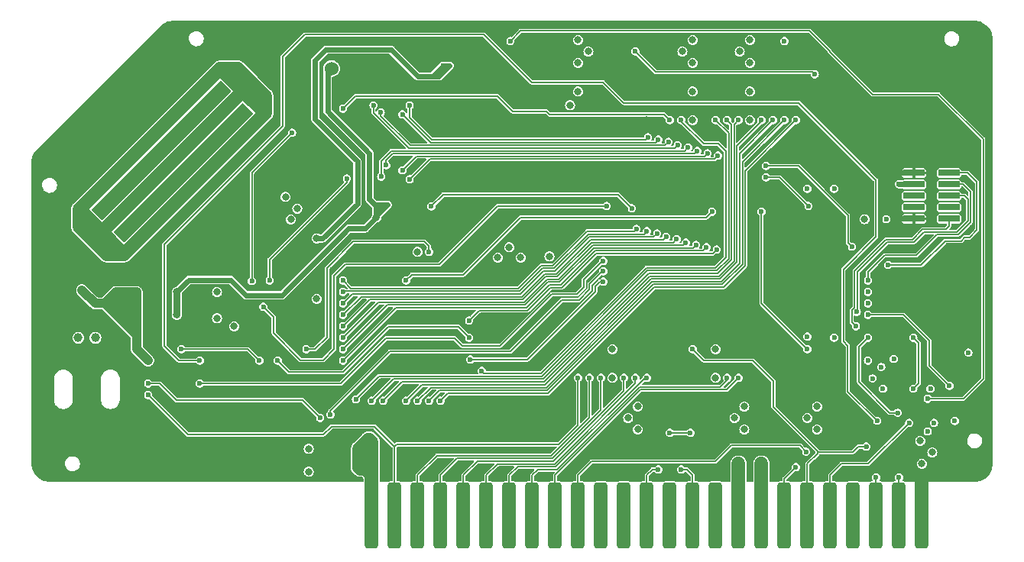
<source format=gbl>
G04 #@! TF.GenerationSoftware,KiCad,Pcbnew,7.0.10*
G04 #@! TF.CreationDate,2024-03-10T21:42:59-04:00*
G04 #@! TF.ProjectId,TimeDisk,54696d65-4469-4736-9b2e-6b696361645f,rev?*
G04 #@! TF.SameCoordinates,Original*
G04 #@! TF.FileFunction,Copper,L4,Bot*
G04 #@! TF.FilePolarity,Positive*
%FSLAX46Y46*%
G04 Gerber Fmt 4.6, Leading zero omitted, Abs format (unit mm)*
G04 Created by KiCad (PCBNEW 7.0.10) date 2024-03-10 21:42:59*
%MOMM*%
%LPD*%
G01*
G04 APERTURE LIST*
G04 Aperture macros list*
%AMRoundRect*
0 Rectangle with rounded corners*
0 $1 Rounding radius*
0 $2 $3 $4 $5 $6 $7 $8 $9 X,Y pos of 4 corners*
0 Add a 4 corners polygon primitive as box body*
4,1,4,$2,$3,$4,$5,$6,$7,$8,$9,$2,$3,0*
0 Add four circle primitives for the rounded corners*
1,1,$1+$1,$2,$3*
1,1,$1+$1,$4,$5*
1,1,$1+$1,$6,$7*
1,1,$1+$1,$8,$9*
0 Add four rect primitives between the rounded corners*
20,1,$1+$1,$2,$3,$4,$5,0*
20,1,$1+$1,$4,$5,$6,$7,0*
20,1,$1+$1,$6,$7,$8,$9,0*
20,1,$1+$1,$8,$9,$2,$3,0*%
G04 Aperture macros list end*
G04 #@! TA.AperFunction,ComponentPad*
%ADD10C,2.000000*%
G04 #@! TD*
G04 #@! TA.AperFunction,SMDPad,CuDef*
%ADD11RoundRect,0.381000X0.381000X3.289000X-0.381000X3.289000X-0.381000X-3.289000X0.381000X-3.289000X0*%
G04 #@! TD*
G04 #@! TA.AperFunction,ComponentPad*
%ADD12C,1.000000*%
G04 #@! TD*
G04 #@! TA.AperFunction,SMDPad,CuDef*
%ADD13RoundRect,0.190000X-1.010000X0.190000X-1.010000X-0.190000X1.010000X-0.190000X1.010000X0.190000X0*%
G04 #@! TD*
G04 #@! TA.AperFunction,ViaPad*
%ADD14C,0.800000*%
G04 #@! TD*
G04 #@! TA.AperFunction,ViaPad*
%ADD15C,0.600000*%
G04 #@! TD*
G04 #@! TA.AperFunction,ViaPad*
%ADD16C,0.500000*%
G04 #@! TD*
G04 #@! TA.AperFunction,ViaPad*
%ADD17C,1.524000*%
G04 #@! TD*
G04 #@! TA.AperFunction,Conductor*
%ADD18C,0.600000*%
G04 #@! TD*
G04 #@! TA.AperFunction,Conductor*
%ADD19C,1.524000*%
G04 #@! TD*
G04 #@! TA.AperFunction,Conductor*
%ADD20C,0.152400*%
G04 #@! TD*
G04 #@! TA.AperFunction,Conductor*
%ADD21C,0.762000*%
G04 #@! TD*
G04 #@! TA.AperFunction,Conductor*
%ADD22C,0.150000*%
G04 #@! TD*
G04 #@! TA.AperFunction,Conductor*
%ADD23C,1.000000*%
G04 #@! TD*
G04 #@! TA.AperFunction,Conductor*
%ADD24C,0.800000*%
G04 #@! TD*
G04 APERTURE END LIST*
D10*
X242062000Y-129540000D03*
D11*
X238760000Y-135282000D03*
X236220000Y-135282000D03*
X233680000Y-135282000D03*
X231140000Y-135282000D03*
X228600000Y-135282000D03*
X226060000Y-135282000D03*
X223520000Y-135282000D03*
X220980000Y-135282000D03*
X218440000Y-135282000D03*
X215900000Y-135282000D03*
X213360000Y-135282000D03*
X210820000Y-135282000D03*
X208280000Y-135282000D03*
X205740000Y-135282000D03*
X203200000Y-135282000D03*
X200660000Y-135282000D03*
X198120000Y-135282000D03*
X195580000Y-135282000D03*
X193040000Y-135282000D03*
X190500000Y-135282000D03*
X187960000Y-135282000D03*
X185420000Y-135282000D03*
X182880000Y-135282000D03*
X180340000Y-135282000D03*
X177800000Y-135282000D03*
D12*
X145288000Y-115570000D03*
X147188000Y-115570000D03*
D13*
X241771000Y-97282000D03*
X237871000Y-97282000D03*
X241771000Y-98552000D03*
X237871000Y-98552000D03*
X241771000Y-99822000D03*
X237871000Y-99822000D03*
X241771000Y-101092000D03*
X237871000Y-101092000D03*
X241771000Y-102362000D03*
X237871000Y-102362000D03*
D14*
X160655000Y-110490000D03*
X162560000Y-114300000D03*
X160655000Y-113411000D03*
X182880000Y-106045000D03*
X238569500Y-127000000D03*
X213360000Y-85090000D03*
X238760000Y-129540000D03*
X219710000Y-91440000D03*
X215900000Y-120015000D03*
X213360000Y-91440000D03*
D15*
X229044500Y-99060000D03*
X229044500Y-115570000D03*
X226060000Y-115443000D03*
D14*
X204470000Y-120015000D03*
X200660000Y-85090000D03*
X219710000Y-88265000D03*
X219710000Y-82550000D03*
X212217000Y-83820000D03*
X201803000Y-83820000D03*
X213360000Y-88265000D03*
D15*
X226060000Y-99060000D03*
D14*
X239903000Y-128270000D03*
X213360000Y-82550000D03*
X200660000Y-88265000D03*
X218567000Y-83820000D03*
X219710000Y-85090000D03*
X204470000Y-116840000D03*
X215900000Y-116840000D03*
X226060000Y-124460000D03*
X227139500Y-123190000D03*
X232410000Y-102425500D03*
D15*
X234823000Y-102425500D03*
D14*
X200660000Y-82550000D03*
X193040000Y-105537000D03*
X191770000Y-106680000D03*
X194310000Y-106680000D03*
X199771000Y-89789000D03*
D15*
X242400000Y-124800000D03*
D14*
X219075000Y-123190000D03*
X170815000Y-127889000D03*
D15*
X239712500Y-121221500D03*
X240100000Y-125000000D03*
X223520000Y-82677000D03*
D14*
X168850000Y-102450000D03*
D15*
X232791000Y-110490000D03*
X232789500Y-118110000D03*
D14*
X227139500Y-125730000D03*
X217995500Y-124460000D03*
X170815000Y-130429000D03*
X207283500Y-125730000D03*
X168250000Y-99950000D03*
D15*
X239400000Y-125950000D03*
D14*
X197485000Y-106553000D03*
D15*
X235647000Y-117919500D03*
X234251500Y-118808500D03*
X243903500Y-117221000D03*
D14*
X206204000Y-124460000D03*
X169550000Y-101250000D03*
X219075000Y-125730000D03*
D15*
X234442000Y-121221500D03*
X232791000Y-111760000D03*
D14*
X207283500Y-123190000D03*
D15*
X236220000Y-98552000D03*
X233299000Y-120078500D03*
D14*
X171704000Y-111252000D03*
X158750000Y-123190000D03*
X160655000Y-124079000D03*
X153035000Y-123190000D03*
X151257000Y-124079000D03*
D15*
X144081500Y-125158500D03*
X172593000Y-96393000D03*
X172593000Y-94361000D03*
X224155000Y-124206000D03*
X158750000Y-106426000D03*
X165100000Y-101473000D03*
D14*
X153416000Y-113030000D03*
X163385500Y-111760000D03*
X162306000Y-110490000D03*
X157861000Y-110490000D03*
D15*
X155511500Y-109220000D03*
X222885000Y-121539000D03*
X166624000Y-96520000D03*
D14*
X159004000Y-111760000D03*
D15*
X166116000Y-99060000D03*
D14*
X153035000Y-119380000D03*
D15*
X168275000Y-125730000D03*
X167640000Y-93281500D03*
X156210000Y-106934000D03*
X161163000Y-105410000D03*
X163195000Y-103886000D03*
D14*
X162306000Y-113030000D03*
D15*
X155702000Y-123317000D03*
D14*
X157861000Y-113030000D03*
D15*
X170180000Y-90678000D03*
X153924000Y-121285000D03*
X173228000Y-122555000D03*
X192278000Y-98806000D03*
X153670000Y-114935000D03*
X172212000Y-125730000D03*
X170688000Y-124460000D03*
D14*
X153416000Y-110490000D03*
D15*
X153416000Y-107950000D03*
X191389000Y-109474000D03*
X195072000Y-98806000D03*
X194818000Y-104775000D03*
X185801000Y-104775000D03*
X188976000Y-91186000D03*
X186055000Y-103505000D03*
X188087000Y-103505000D03*
X201803000Y-87884000D03*
X189865000Y-98806000D03*
D14*
X170497500Y-112522000D03*
X152781000Y-97028000D03*
X158623000Y-94996000D03*
X154686000Y-98933000D03*
X182118000Y-84455000D03*
D15*
X175006000Y-91313000D03*
D14*
X180400000Y-98200000D03*
X183261000Y-85725000D03*
D15*
X179600000Y-89800000D03*
D14*
X156718000Y-93091000D03*
D15*
X170497500Y-115062000D03*
D14*
X171640500Y-113792000D03*
D15*
X173355000Y-118745000D03*
X171069000Y-120015000D03*
D14*
X181102000Y-103505000D03*
D15*
X213487000Y-128270000D03*
D14*
X182245000Y-102235000D03*
D15*
X177800000Y-123698000D03*
D14*
X180500000Y-101000000D03*
X179500000Y-87000000D03*
X163957000Y-124079000D03*
X165481000Y-123190000D03*
X222631000Y-129540000D03*
D15*
X227330000Y-131318000D03*
X224790000Y-131318000D03*
X240030000Y-131318000D03*
D14*
X223774000Y-128270000D03*
D15*
X232410000Y-131318000D03*
X229870000Y-131318000D03*
D14*
X162306000Y-123190000D03*
X158623000Y-80899000D03*
X163703000Y-80899000D03*
X168783000Y-80899000D03*
X224663000Y-80899000D03*
X229550000Y-81300000D03*
X240050000Y-81300000D03*
X246126000Y-84201000D03*
X246189500Y-104521000D03*
X246189500Y-109601000D03*
X246189500Y-114681000D03*
X246189500Y-119761000D03*
X246126000Y-124841000D03*
D15*
X184150000Y-131318000D03*
X179070000Y-131318000D03*
X181610000Y-131318000D03*
X191770000Y-131318000D03*
X194310000Y-131318000D03*
X196850000Y-131318000D03*
X201930000Y-131318000D03*
X219710000Y-131318000D03*
X217170000Y-131318000D03*
X214630000Y-131318000D03*
X212090000Y-131318000D03*
X209550000Y-131318000D03*
X207010000Y-131254500D03*
X204470000Y-131318000D03*
X189230000Y-131318000D03*
X186690000Y-131318000D03*
X199390000Y-131318000D03*
D14*
X237109000Y-129540000D03*
X237109000Y-127000000D03*
X235966000Y-128270000D03*
X215646000Y-128270000D03*
X216789000Y-129540000D03*
X244983000Y-80899000D03*
X246126000Y-82042000D03*
X140589000Y-129921000D03*
X141732000Y-131064000D03*
X184023000Y-80899000D03*
X189103000Y-80899000D03*
X194183000Y-80899000D03*
X199263000Y-80899000D03*
X178943000Y-80899000D03*
X173863000Y-80899000D03*
X204343000Y-80899000D03*
X209423000Y-80899000D03*
X214503000Y-80899000D03*
X219583000Y-80899000D03*
X172212000Y-131064000D03*
X167132000Y-131064000D03*
X162052000Y-131064000D03*
X140589000Y-109601000D03*
X140589000Y-119761000D03*
X140589000Y-104521000D03*
X246126000Y-129921000D03*
X244983000Y-131064000D03*
X146812000Y-131064000D03*
X144272000Y-91948000D03*
X148082000Y-88138000D03*
X140589000Y-95631000D03*
X155321000Y-80899000D03*
X246189500Y-94361000D03*
X224536000Y-85217000D03*
X227203000Y-83439000D03*
X161163000Y-83439000D03*
X166243000Y-83439000D03*
X246126000Y-89281000D03*
X140589000Y-114681000D03*
D15*
X237490000Y-131318000D03*
X234950000Y-131318000D03*
X222250000Y-131318000D03*
D14*
X227711000Y-90551000D03*
D15*
X229044500Y-91440000D03*
D14*
X229870000Y-124460000D03*
X228790500Y-123190000D03*
D15*
X232537000Y-104013000D03*
X234950000Y-104076500D03*
D14*
X199009000Y-82550000D03*
X199009000Y-85090000D03*
X222504000Y-83820000D03*
X221361000Y-85090000D03*
X221361000Y-82550000D03*
X216154000Y-83820000D03*
X215011000Y-82550000D03*
X215011000Y-85090000D03*
X200660000Y-114300000D03*
X220980000Y-120015000D03*
X220980000Y-116840000D03*
X214630000Y-91440000D03*
X214630000Y-88265000D03*
X208280000Y-88265000D03*
X200660000Y-97790000D03*
X209550000Y-120015000D03*
X209550000Y-116840000D03*
X226060000Y-107950000D03*
D15*
X229044500Y-107950000D03*
D14*
X151765000Y-84455000D03*
X140589000Y-99441000D03*
X156972000Y-131064000D03*
X151892000Y-131064000D03*
X180340000Y-122555000D03*
X197485000Y-97790000D03*
X197485000Y-114300000D03*
X246189500Y-99441000D03*
X193040000Y-109474000D03*
X191770000Y-108331000D03*
X194310000Y-108331000D03*
X173609000Y-129159000D03*
X174752000Y-130429000D03*
X174752000Y-127889000D03*
X161036000Y-88138000D03*
X163576000Y-90678000D03*
X150368000Y-103886000D03*
X147828000Y-101346000D03*
D15*
X176784000Y-106045000D03*
X173736000Y-101981000D03*
X175006000Y-104902000D03*
X179197000Y-128270000D03*
X201041000Y-91440000D03*
X203835000Y-122428000D03*
X204851000Y-128651000D03*
X186944000Y-102235000D03*
X184531000Y-103505000D03*
X177550000Y-101300000D03*
X219710000Y-128143000D03*
X172466000Y-121285000D03*
X173355000Y-120015000D03*
X158242000Y-116205000D03*
X201549000Y-86677500D03*
X199771000Y-86677500D03*
X199517000Y-87884000D03*
X190500000Y-129921000D03*
X185039000Y-114935000D03*
X184531000Y-113665000D03*
X175006000Y-122809000D03*
X176530000Y-131318000D03*
X195707000Y-107569000D03*
X184531000Y-128270000D03*
X180530500Y-126809500D03*
X182118000Y-126746000D03*
X183896000Y-126746000D03*
X200025000Y-121666000D03*
X201295000Y-122936000D03*
X207010000Y-128651000D03*
X204089000Y-125730000D03*
X192024000Y-123444000D03*
X190754000Y-124714000D03*
X189484000Y-125984000D03*
X227965000Y-120523000D03*
X172212000Y-108585000D03*
X173482000Y-108013500D03*
X173164500Y-106680000D03*
X172974000Y-116332000D03*
X211709000Y-92710000D03*
X209550000Y-92329000D03*
X206629000Y-92837000D03*
X201168000Y-92710000D03*
X218567000Y-93091000D03*
X201930000Y-103251000D03*
X221742000Y-95377000D03*
X223012000Y-95377000D03*
X222821500Y-98615500D03*
X223393000Y-99695000D03*
X223393000Y-104775000D03*
X224155000Y-103505000D03*
X182245000Y-116205000D03*
X230886000Y-127635000D03*
X189738000Y-113665000D03*
X203200000Y-112014000D03*
X196088000Y-115062000D03*
X181610000Y-123698000D03*
X182880000Y-123698000D03*
X184404000Y-123698000D03*
X179070000Y-123698000D03*
X194056000Y-128016000D03*
X196596000Y-128016000D03*
X194373500Y-123507500D03*
X189103000Y-122301000D03*
X174307500Y-123825000D03*
X207835500Y-121920000D03*
X202311000Y-128270000D03*
X199517000Y-125476000D03*
X200025000Y-123825000D03*
X203073000Y-126873000D03*
X200787000Y-129286000D03*
X202565000Y-123317000D03*
X198374000Y-121539000D03*
X196342000Y-122301000D03*
X196596000Y-118491000D03*
X187198000Y-122555000D03*
X178943000Y-109474000D03*
X184912000Y-109474000D03*
X192659000Y-100300000D03*
X201295000Y-96520000D03*
X203073000Y-96393000D03*
X204851000Y-96393000D03*
X205867000Y-97155000D03*
X204724000Y-99060000D03*
X204343000Y-103124000D03*
X200660000Y-109855000D03*
X215900000Y-106934000D03*
X224917000Y-106934000D03*
X224917000Y-108966000D03*
X205613000Y-109601000D03*
X204851000Y-106934000D03*
X209423000Y-110617000D03*
X205359000Y-114681000D03*
X214757000Y-115951000D03*
X223520000Y-109601000D03*
X225425000Y-102235000D03*
X219837000Y-102362000D03*
X219837000Y-98425000D03*
X219837000Y-99695000D03*
X216408000Y-97155000D03*
X205105000Y-100584000D03*
X226631500Y-126746000D03*
X225425000Y-125476000D03*
X227584000Y-128905000D03*
X227965000Y-127635000D03*
X224155000Y-125984000D03*
X209804000Y-85280500D03*
X204724000Y-87630000D03*
X203835000Y-86741000D03*
X205105000Y-85471000D03*
X210756500Y-121920000D03*
X214249000Y-121920000D03*
X198247000Y-126746000D03*
X191516000Y-128016000D03*
X185801000Y-129540000D03*
X188976000Y-128016000D03*
X188087000Y-129667000D03*
X183261000Y-129667000D03*
X162306000Y-118110000D03*
X192659000Y-96393000D03*
X184531000Y-96393000D03*
X176276000Y-92075000D03*
X186817000Y-92964000D03*
X175450500Y-96647000D03*
X182118000Y-92964000D03*
X179451000Y-92964000D03*
X184658000Y-92964000D03*
X183007000Y-96012000D03*
X180721000Y-96012000D03*
X207010000Y-98425000D03*
X210185000Y-106934000D03*
X218059000Y-109601000D03*
X222885000Y-115951000D03*
X166751000Y-92456000D03*
X195453000Y-96400000D03*
X196900000Y-91100000D03*
X203800000Y-91500000D03*
X205100000Y-91500000D03*
X223012000Y-97155000D03*
X174561500Y-101282500D03*
X214503000Y-110617000D03*
X214503000Y-114681000D03*
X209423000Y-114681000D03*
X211963000Y-112649000D03*
X219583000Y-114681000D03*
X217043000Y-112649000D03*
X222600000Y-112400000D03*
X224663000Y-114681000D03*
X207391000Y-112649000D03*
X187198000Y-97409000D03*
X183896000Y-90805000D03*
X177419000Y-91186000D03*
X229616000Y-128905000D03*
X202311000Y-101600000D03*
X200914000Y-100330000D03*
X196596000Y-100330000D03*
X194564000Y-100330000D03*
X195834000Y-101600000D03*
X194564000Y-102870000D03*
X190119000Y-103505000D03*
X192024000Y-101600000D03*
X189865000Y-101981000D03*
X190881000Y-104775000D03*
X189230000Y-104394000D03*
X187960000Y-105664000D03*
X187960000Y-107696000D03*
X188849000Y-108585000D03*
X213360000Y-99695000D03*
X209550000Y-100965000D03*
X208280000Y-99695000D03*
X211455000Y-97155000D03*
X212090000Y-98425000D03*
X219837000Y-100965000D03*
X216408000Y-98425000D03*
X216408000Y-99695000D03*
X219964000Y-97155000D03*
X221615000Y-106934000D03*
X220091000Y-106045000D03*
X221742000Y-109601000D03*
X213995000Y-120396000D03*
X224155000Y-120269000D03*
X229997000Y-122555000D03*
X192595500Y-118554500D03*
X194818000Y-117348000D03*
X194373500Y-118554500D03*
X185420000Y-117665500D03*
X182245000Y-113347500D03*
X146304000Y-113792000D03*
X148653500Y-116649500D03*
X203962000Y-115951000D03*
X171577000Y-117475000D03*
X166116000Y-119126000D03*
X165735000Y-121285000D03*
X155448000Y-114173000D03*
X162306000Y-115570000D03*
X157734000Y-117475000D03*
X156337000Y-121412000D03*
X144081500Y-118808500D03*
X148399500Y-125158500D03*
X144018000Y-114490500D03*
D14*
X142176500Y-122301000D03*
D15*
X216408000Y-102362000D03*
X155765500Y-120015000D03*
X155448000Y-116205000D03*
X154940000Y-117475000D03*
X167005000Y-120015000D03*
X148844000Y-114935000D03*
X214630000Y-100965000D03*
X216408000Y-100965000D03*
X195199000Y-114173000D03*
X192913000Y-116459000D03*
X191770000Y-115824000D03*
X192659000Y-114935000D03*
X197104000Y-116840000D03*
X195072000Y-116078000D03*
X194183000Y-115189000D03*
X146240500Y-125158500D03*
D14*
X140589000Y-124841000D03*
D15*
X144081500Y-123761500D03*
X184550000Y-82700000D03*
X231250000Y-119900000D03*
X144018000Y-116649500D03*
D14*
X147891500Y-110490000D03*
D15*
X233500000Y-85100000D03*
X190350000Y-83800000D03*
D14*
X221805500Y-124460000D03*
D15*
X236220000Y-97282000D03*
X175958500Y-102679500D03*
D14*
X230100000Y-83850000D03*
D15*
X197993000Y-83820000D03*
X236220000Y-102362000D03*
D14*
X239500000Y-83850000D03*
D15*
X229997000Y-116649500D03*
D14*
X243586000Y-86741000D03*
D15*
X243700000Y-104999400D03*
X240700000Y-104700000D03*
X229870000Y-120078500D03*
X244650000Y-106450000D03*
X241150000Y-109849400D03*
X229933500Y-121221500D03*
D14*
X220726000Y-123190000D03*
X172466000Y-127889000D03*
D15*
X235775500Y-118935500D03*
X242400000Y-112649400D03*
D14*
X168850000Y-105750000D03*
D15*
X212280500Y-121920000D03*
X244300000Y-103350000D03*
X170650000Y-98700000D03*
X238100000Y-122350000D03*
X242125500Y-115570000D03*
X203840000Y-82545000D03*
X237450000Y-123300000D03*
X237900000Y-85100000D03*
D14*
X170500000Y-86950000D03*
X167900000Y-104550000D03*
D15*
X241550000Y-111050000D03*
D16*
X144300000Y-110200000D03*
D14*
X231700000Y-85200000D03*
X210014000Y-124460000D03*
D15*
X148399500Y-118808500D03*
X241173000Y-116713000D03*
D14*
X208934500Y-125730000D03*
D15*
X244950000Y-107649400D03*
X188450000Y-83800000D03*
D14*
X149733000Y-118745000D03*
D15*
X174350000Y-86995000D03*
X148399500Y-123761500D03*
X242400000Y-123500000D03*
D14*
X170500000Y-84500000D03*
X208280000Y-91440000D03*
D15*
X188150000Y-86700000D03*
X170561000Y-121920000D03*
D14*
X167900000Y-107000000D03*
X168250000Y-98750000D03*
D15*
X239400000Y-104400000D03*
X240100000Y-123500000D03*
D14*
X208934500Y-123190000D03*
D15*
X235775500Y-121221500D03*
X239450000Y-87500000D03*
X240601500Y-118110000D03*
D14*
X242443000Y-83883500D03*
D15*
X191008000Y-96393000D03*
X237807500Y-118110000D03*
X230632000Y-110617000D03*
X189400000Y-83150000D03*
X239450000Y-85200000D03*
X157289500Y-118935500D03*
X185700000Y-83900000D03*
X183400000Y-83900000D03*
D14*
X147891500Y-113030000D03*
X228790500Y-125730000D03*
X220726000Y-125730000D03*
D15*
X164782500Y-113411000D03*
X174625000Y-113030000D03*
X210439000Y-104394000D03*
X218440000Y-120015000D03*
X217170000Y-120015000D03*
X174625000Y-109220000D03*
X207137000Y-103505000D03*
X174625000Y-110490000D03*
X208280000Y-103759000D03*
X174625000Y-111760000D03*
X209423000Y-104013000D03*
X174625000Y-114300000D03*
X211582000Y-104648000D03*
X174625000Y-115570000D03*
X212598000Y-105029000D03*
X174625000Y-116840000D03*
X213741000Y-105283000D03*
X153035000Y-120650000D03*
X174625000Y-118110000D03*
X214884000Y-105537000D03*
X172085000Y-124460000D03*
X201930000Y-120015000D03*
X208280000Y-120015000D03*
X153035000Y-121920000D03*
X200660000Y-120015000D03*
X203200000Y-120015000D03*
X205740000Y-120015000D03*
X207010000Y-120015000D03*
X216027000Y-105791000D03*
X188595000Y-113665000D03*
D14*
X176403000Y-127889000D03*
X177546000Y-129159000D03*
X176403000Y-130429000D03*
X220726000Y-129539999D03*
X218694000Y-129540000D03*
D15*
X203454000Y-108204000D03*
X173228000Y-124079000D03*
X213106000Y-126111000D03*
X210820000Y-126111000D03*
X206629000Y-101219000D03*
X184150000Y-106045000D03*
X170561000Y-116840000D03*
X184400000Y-101000000D03*
X237350000Y-125000000D03*
X213360000Y-116840000D03*
X232600500Y-127635000D03*
X224790000Y-129921000D03*
X212090000Y-130175000D03*
X209550000Y-130175000D03*
X225933000Y-128206500D03*
X233680000Y-131064000D03*
X236220000Y-131064000D03*
X231013000Y-105473500D03*
X221488000Y-96520000D03*
X221488000Y-97790000D03*
X226187000Y-100965000D03*
X232791000Y-109220000D03*
X236093000Y-123888500D03*
X232791000Y-115570000D03*
X231550000Y-112700000D03*
X231450000Y-114300000D03*
D14*
X151765000Y-110490000D03*
X153035000Y-118110000D03*
X150622000Y-111760000D03*
X151765000Y-113030000D03*
X149479000Y-113030000D03*
X145700000Y-110300000D03*
X149479000Y-110490000D03*
D15*
X158750000Y-120650000D03*
X203454000Y-107061000D03*
X174625000Y-90170000D03*
X210820000Y-91440000D03*
X207010000Y-83820000D03*
X226885500Y-86360000D03*
X215519000Y-101600000D03*
X181610000Y-109220000D03*
X226060000Y-116840000D03*
X220980000Y-101600000D03*
X175050000Y-97900000D03*
X166497000Y-109220000D03*
D14*
X156210000Y-110490000D03*
X156210000Y-113030000D03*
D17*
X173355000Y-85725000D03*
D15*
X179578000Y-100838000D03*
D14*
X178308000Y-102235000D03*
D15*
X237807500Y-121221500D03*
X237807500Y-115570000D03*
X158750000Y-118110000D03*
X233807000Y-124777500D03*
X182000000Y-89800000D03*
X189992000Y-119253000D03*
X208407000Y-93345000D03*
X212090000Y-91440000D03*
X182000000Y-98000000D03*
X185420000Y-122555000D03*
X216154000Y-95377000D03*
X224790000Y-91440000D03*
X181200000Y-97000000D03*
X184150000Y-122555000D03*
X215011000Y-95123000D03*
X223520000Y-91440000D03*
X179400000Y-96450000D03*
X182880000Y-122555000D03*
X213868000Y-94869000D03*
X222250000Y-91440000D03*
X178850000Y-97700000D03*
X181610000Y-122555000D03*
X220980000Y-91440000D03*
X212852000Y-94488000D03*
X178000000Y-89800000D03*
X179070000Y-122555000D03*
X211709000Y-94234000D03*
X218440000Y-91440000D03*
X178800000Y-90600000D03*
X177800000Y-122555000D03*
X210693000Y-93853000D03*
X217170000Y-91440000D03*
X181200000Y-90800000D03*
X215900000Y-91440000D03*
X209550000Y-93599000D03*
X176047500Y-122402500D03*
X203835000Y-100965000D03*
X165798500Y-112141000D03*
X203454000Y-109347000D03*
X188722000Y-117983000D03*
X188595000Y-115570000D03*
X167386000Y-118110000D03*
X165354000Y-118110000D03*
X156718000Y-116840000D03*
X164528500Y-109283500D03*
X168973500Y-92837000D03*
X185700000Y-85400000D03*
D14*
X171700000Y-104550000D03*
D15*
X193167000Y-82677000D03*
X239400000Y-122350000D03*
X241808000Y-120904000D03*
X232791000Y-113030000D03*
X235013500Y-107505500D03*
D14*
X150368000Y-106299000D03*
X161036000Y-85725000D03*
X146939000Y-104775000D03*
X165989000Y-90678000D03*
X164465000Y-87249000D03*
X145415000Y-101346000D03*
D18*
X237871000Y-98552000D02*
X236220000Y-98552000D01*
D19*
X238760000Y-135382000D02*
X238760000Y-130937000D01*
D18*
X237871000Y-102362000D02*
X236220000Y-102362000D01*
X237871000Y-97282000D02*
X236220000Y-97282000D01*
D20*
X202029388Y-104698810D02*
X198244768Y-108483430D01*
X210439000Y-104394000D02*
X210134190Y-104698810D01*
X194434768Y-111023430D02*
X176631570Y-111023430D01*
X176631570Y-111023430D02*
X174625000Y-113030000D01*
X196974768Y-108483430D02*
X194434768Y-111023430D01*
X198244768Y-108483430D02*
X196974768Y-108483430D01*
X210134190Y-104698810D02*
X202029388Y-104698810D01*
X207594190Y-121335810D02*
X198120000Y-130810000D01*
X198120000Y-130810000D02*
X198120000Y-135382000D01*
X218440000Y-120015000D02*
X217119190Y-121335810D01*
X217119190Y-121335810D02*
X207594190Y-121335810D01*
X196215000Y-130175000D02*
X195580000Y-130810000D01*
X207467934Y-121031000D02*
X198323934Y-130175000D01*
X216408000Y-121031000D02*
X207467934Y-121031000D01*
X195580000Y-130810000D02*
X195580000Y-135382000D01*
X198323934Y-130175000D02*
X196215000Y-130175000D01*
X217170000Y-120269000D02*
X216408000Y-121031000D01*
X217170000Y-120015000D02*
X217170000Y-120269000D01*
X194056000Y-110109000D02*
X175514000Y-110109000D01*
X206857620Y-103784380D02*
X201650620Y-103784380D01*
X207137000Y-103505000D02*
X206857620Y-103784380D01*
X201650620Y-103784380D02*
X197866000Y-107569000D01*
X196596000Y-107569000D02*
X194056000Y-110109000D01*
X175514000Y-110109000D02*
X174625000Y-109220000D01*
X197866000Y-107569000D02*
X196596000Y-107569000D01*
X201776876Y-104089190D02*
X197992256Y-107873810D01*
X194182256Y-110413810D02*
X174701190Y-110413810D01*
X174701190Y-110413810D02*
X174625000Y-110490000D01*
X196722256Y-107873810D02*
X194182256Y-110413810D01*
X207949810Y-104089190D02*
X201776876Y-104089190D01*
X197992256Y-107873810D02*
X196722256Y-107873810D01*
X208280000Y-103759000D02*
X207949810Y-104089190D01*
X194308512Y-110718620D02*
X175666380Y-110718620D01*
X209042000Y-104394000D02*
X201903132Y-104394000D01*
X209423000Y-104013000D02*
X209042000Y-104394000D01*
X175666380Y-110718620D02*
X174625000Y-111760000D01*
X196848512Y-108178620D02*
X194308512Y-110718620D01*
X201903132Y-104394000D02*
X198118512Y-108178620D01*
X198118512Y-108178620D02*
X196848512Y-108178620D01*
X194561024Y-111328240D02*
X177596760Y-111328240D01*
X177596760Y-111328240D02*
X174625000Y-114300000D01*
X211226380Y-105003620D02*
X202155644Y-105003620D01*
X197101024Y-108788240D02*
X194561024Y-111328240D01*
X211582000Y-104648000D02*
X211226380Y-105003620D01*
X198371024Y-108788240D02*
X197101024Y-108788240D01*
X202155644Y-105003620D02*
X198371024Y-108788240D01*
X202281900Y-105308430D02*
X198497280Y-109093050D01*
X197227280Y-109093050D02*
X194687280Y-111633050D01*
X198497280Y-109093050D02*
X197227280Y-109093050D01*
X194687280Y-111633050D02*
X178561950Y-111633050D01*
X212598000Y-105029000D02*
X212318570Y-105308430D01*
X212318570Y-105308430D02*
X202281900Y-105308430D01*
X178561950Y-111633050D02*
X174625000Y-115570000D01*
X179527140Y-111937860D02*
X174625000Y-116840000D01*
X213741000Y-105283000D02*
X213410760Y-105613240D01*
X198623536Y-109397860D02*
X197353536Y-109397860D01*
X197353536Y-109397860D02*
X194813536Y-111937860D01*
X202408156Y-105613240D02*
X198623536Y-109397860D01*
X213410760Y-105613240D02*
X202408156Y-105613240D01*
X194813536Y-111937860D02*
X179527140Y-111937860D01*
X194939792Y-112242670D02*
X180492330Y-112242670D01*
X156146500Y-122491500D02*
X170116500Y-122491500D01*
X153035000Y-120650000D02*
X154305000Y-120650000D01*
X154305000Y-120650000D02*
X156146500Y-122491500D01*
X180492330Y-112242670D02*
X174625000Y-118110000D01*
X197479792Y-109702670D02*
X194939792Y-112242670D01*
X202534412Y-105918050D02*
X198749792Y-109702670D01*
X214884000Y-105537000D02*
X214502950Y-105918050D01*
X198749792Y-109702670D02*
X197479792Y-109702670D01*
X170116500Y-122491500D02*
X172085000Y-124460000D01*
X214502950Y-105918050D02*
X202534412Y-105918050D01*
X185039050Y-128650950D02*
X197692654Y-128650950D01*
X182880000Y-130810000D02*
X185039050Y-128650950D01*
X182880000Y-135382000D02*
X182880000Y-130810000D01*
X197692654Y-128650950D02*
X201930000Y-124413604D01*
X201930000Y-124413604D02*
X201930000Y-120015000D01*
X193040000Y-135382000D02*
X193040000Y-130810000D01*
X193040000Y-130810000D02*
X193979810Y-129870190D01*
X198197678Y-129870190D02*
X208052868Y-120015000D01*
X208052868Y-120015000D02*
X208280000Y-120015000D01*
X193979810Y-129870190D02*
X198197678Y-129870190D01*
X157416500Y-126301500D02*
X153035000Y-121920000D01*
X173323250Y-125412500D02*
X172434250Y-126301500D01*
X180340000Y-127635000D02*
X178117500Y-125412500D01*
X200660000Y-120015000D02*
X200660000Y-125252538D01*
X198531538Y-127381000D02*
X180594000Y-127381000D01*
X180340000Y-135282000D02*
X180340000Y-127635000D01*
X200660000Y-125252538D02*
X198531538Y-127381000D01*
X172434250Y-126301500D02*
X157416500Y-126301500D01*
X178117500Y-125412500D02*
X173323250Y-125412500D01*
X180594000Y-127381000D02*
X180340000Y-127635000D01*
X203200000Y-123574670D02*
X197818910Y-128955760D01*
X203200000Y-120015000D02*
X203200000Y-123574670D01*
X197818910Y-128955760D02*
X187274240Y-128955760D01*
X185420000Y-130810000D02*
X185420000Y-135382000D01*
X187274240Y-128955760D02*
X185420000Y-130810000D01*
X205740000Y-121465736D02*
X205740000Y-120015000D01*
X197945166Y-129260570D02*
X205740000Y-121465736D01*
X189509430Y-129260570D02*
X197945166Y-129260570D01*
X187960000Y-135382000D02*
X187960000Y-130810000D01*
X187960000Y-130810000D02*
X189509430Y-129260570D01*
X191744620Y-129565380D02*
X190500000Y-130810000D01*
X198071422Y-129565380D02*
X191744620Y-129565380D01*
X207010000Y-120015000D02*
X207010000Y-120626802D01*
X207010000Y-120626802D02*
X198071422Y-129565380D01*
X190500000Y-130810000D02*
X190500000Y-135382000D01*
X189712520Y-112547480D02*
X188595000Y-113665000D01*
X215595140Y-106222860D02*
X202660668Y-106222860D01*
X195066048Y-112547480D02*
X189712520Y-112547480D01*
X198876048Y-110007480D02*
X197606048Y-110007480D01*
X197606048Y-110007480D02*
X195066048Y-112547480D01*
X202660668Y-106222860D02*
X198876048Y-110007480D01*
X216027000Y-105791000D02*
X215595140Y-106222860D01*
D19*
X177800000Y-135382000D02*
X177800000Y-130429000D01*
D21*
X177800000Y-135382000D02*
X177800000Y-131318000D01*
X176784000Y-129159000D02*
X177546000Y-129159000D01*
D19*
X177800000Y-129413000D02*
X177546000Y-129159000D01*
D21*
X177800000Y-130937000D02*
X176403000Y-129540000D01*
D19*
X176403000Y-128016000D02*
X177546000Y-129159000D01*
D21*
X177800000Y-135382000D02*
X177800000Y-130937000D01*
D19*
X177800000Y-127127000D02*
X177800000Y-129413000D01*
X177800000Y-130429000D02*
X177800000Y-129413000D01*
D21*
X176403000Y-130429000D02*
X176403000Y-129540000D01*
D19*
X177546000Y-126873000D02*
X177800000Y-127127000D01*
D21*
X176403000Y-129540000D02*
X176784000Y-129159000D01*
D19*
X176403000Y-127889000D02*
X176403000Y-128016000D01*
D21*
X177800000Y-131318000D02*
X176911000Y-130429000D01*
D19*
X176403000Y-127889000D02*
X177419000Y-126873000D01*
X177419000Y-126873000D02*
X177546000Y-126873000D01*
D21*
X176403000Y-130429000D02*
X176022000Y-130048000D01*
X176022000Y-130048000D02*
X176022000Y-127889000D01*
X176022000Y-127889000D02*
X176403000Y-127889000D01*
X176403000Y-130429000D02*
X177800000Y-130429000D01*
X176911000Y-130429000D02*
X176403000Y-130429000D01*
D19*
X220980000Y-135382000D02*
X220980000Y-129540000D01*
D21*
X220726000Y-129539999D02*
X220980000Y-129540000D01*
D19*
X218440000Y-135382000D02*
X218440000Y-129540000D01*
D21*
X218694000Y-129540000D02*
X218440000Y-129540000D01*
D20*
X198882000Y-111379000D02*
X200787000Y-111379000D01*
X193167000Y-117094000D02*
X198882000Y-111379000D01*
X203327000Y-108204000D02*
X203454000Y-108204000D01*
X201930000Y-110236000D02*
X201930000Y-109601000D01*
X179800250Y-117094000D02*
X193167000Y-117094000D01*
X173228000Y-123666250D02*
X179800250Y-117094000D01*
X201930000Y-109601000D02*
X203327000Y-108204000D01*
X200787000Y-111379000D02*
X201930000Y-110236000D01*
X173228000Y-124079000D02*
X173228000Y-123666250D01*
X213106000Y-126111000D02*
X210820000Y-126111000D01*
X170561000Y-116840000D02*
X171513500Y-116840000D01*
X171513500Y-116840000D02*
X172847000Y-115506500D01*
X183642000Y-104902000D02*
X184150000Y-105410000D01*
X185705000Y-99695000D02*
X205105000Y-99695000D01*
X172847000Y-115506500D02*
X172847000Y-107823000D01*
X184400000Y-101000000D02*
X185705000Y-99695000D01*
X205105000Y-99695000D02*
X206629000Y-101219000D01*
X172847000Y-107823000D02*
X175768000Y-104902000D01*
X184150000Y-105410000D02*
X184150000Y-106045000D01*
X175768000Y-104902000D02*
X183642000Y-104902000D01*
X229860000Y-129540000D02*
X232810000Y-129540000D01*
X228600000Y-135282000D02*
X228600000Y-130800000D01*
X232810000Y-129540000D02*
X237350000Y-125000000D01*
X228600000Y-130800000D02*
X229860000Y-129540000D01*
X220027500Y-118110000D02*
X222313500Y-120396000D01*
X232600500Y-127635000D02*
X231711500Y-127635000D01*
X227203000Y-128397000D02*
X227203000Y-128143000D01*
X227203000Y-128143000D02*
X227330000Y-128270000D01*
X227330000Y-128270000D02*
X227203000Y-128397000D01*
X222313500Y-120396000D02*
X222313500Y-123253500D01*
X213360000Y-116840000D02*
X214630000Y-118110000D01*
X214630000Y-118110000D02*
X220027500Y-118110000D01*
X227203000Y-128397000D02*
X226060000Y-129540000D01*
X222313500Y-123253500D02*
X227203000Y-128143000D01*
X226060000Y-129540000D02*
X226060000Y-135382000D01*
X231711500Y-127635000D02*
X231076500Y-128270000D01*
X231076500Y-128270000D02*
X227266500Y-128270000D01*
X223520000Y-131191000D02*
X224790000Y-129921000D01*
X223520000Y-135382000D02*
X223520000Y-131191000D01*
X213360000Y-130810000D02*
X212725000Y-130175000D01*
X212090000Y-130175000D02*
X212725000Y-130175000D01*
X213360000Y-135382000D02*
X213360000Y-130810000D01*
X208915000Y-130175000D02*
X209550000Y-130175000D01*
X208280000Y-135382000D02*
X208280000Y-130810000D01*
X208280000Y-130810000D02*
X208915000Y-130175000D01*
X225234500Y-127508000D02*
X217678000Y-127508000D01*
X215900000Y-129286000D02*
X202184000Y-129286000D01*
X225933000Y-128206500D02*
X225234500Y-127508000D01*
X202184000Y-129286000D02*
X200660000Y-130810000D01*
X200660000Y-130810000D02*
X200660000Y-135382000D01*
X217678000Y-127508000D02*
X215900000Y-129286000D01*
X233680000Y-135382000D02*
X233680000Y-131064000D01*
X236220000Y-135382000D02*
X236220000Y-131064000D01*
X230568500Y-101981000D02*
X225107500Y-96520000D01*
X230568500Y-105029000D02*
X230568500Y-101981000D01*
X231013000Y-105473500D02*
X230568500Y-105029000D01*
X225107500Y-96520000D02*
X221488000Y-96520000D01*
D22*
X232791000Y-108259000D02*
X232791000Y-109220000D01*
X240450000Y-104150000D02*
X238174000Y-106426000D01*
X241771000Y-98552000D02*
X243332000Y-98552000D01*
X238174000Y-106426000D02*
X234624000Y-106426000D01*
X243332000Y-98552000D02*
X244150000Y-99370000D01*
X242750000Y-104150000D02*
X240450000Y-104150000D01*
D20*
X223012000Y-97790000D02*
X221488000Y-97790000D01*
X226187000Y-100965000D02*
X223012000Y-97790000D01*
D22*
X234624000Y-106426000D02*
X232791000Y-108259000D01*
X244150000Y-99370000D02*
X244150000Y-102750000D01*
X244150000Y-102750000D02*
X242750000Y-104150000D01*
X231775000Y-116586000D02*
X232791000Y-115570000D01*
X243472000Y-99822000D02*
X241771000Y-99822000D01*
X243850000Y-102625000D02*
X243850000Y-100200000D01*
X234900000Y-105000000D02*
X237850000Y-105000000D01*
X242625000Y-103850000D02*
X243850000Y-102625000D01*
X243850000Y-100200000D02*
X243472000Y-99822000D01*
X235204000Y-123888500D02*
X231775000Y-120459500D01*
X237850000Y-105000000D02*
X239000000Y-103850000D01*
X231654250Y-108245750D02*
X234900000Y-105000000D01*
X236093000Y-123888500D02*
X235204000Y-123888500D01*
X231654250Y-112595750D02*
X231654250Y-108245750D01*
X231550000Y-112700000D02*
X231654250Y-112595750D01*
X231775000Y-120459500D02*
X231775000Y-116586000D01*
X239000000Y-103850000D02*
X242625000Y-103850000D01*
X234750000Y-104700000D02*
X231300000Y-108150000D01*
X241771000Y-103179000D02*
X241400000Y-103550000D01*
X237700000Y-104700000D02*
X234750000Y-104700000D01*
X231000000Y-112500000D02*
X231000000Y-113850000D01*
X241400000Y-103550000D02*
X238850000Y-103550000D01*
X231000000Y-113850000D02*
X231450000Y-114300000D01*
X241771000Y-102362000D02*
X241771000Y-103179000D01*
X231300000Y-108150000D02*
X231300000Y-112200000D01*
X238850000Y-103550000D02*
X237700000Y-104700000D01*
X231300000Y-112200000D02*
X231000000Y-112500000D01*
D23*
X153035000Y-118110000D02*
X151765000Y-116840000D01*
X151765000Y-110490000D02*
X151765000Y-113030000D01*
X151765000Y-110490000D02*
X150622000Y-111633000D01*
X150622000Y-111760000D02*
X150622000Y-111887000D01*
X150622000Y-111633000D02*
X150622000Y-111760000D01*
X150622000Y-111887000D02*
X151765000Y-113030000D01*
X148209000Y-111760000D02*
X149479000Y-110490000D01*
X151765000Y-115316000D02*
X151765000Y-116840000D01*
X150622000Y-111633000D02*
X149479000Y-110490000D01*
X150622000Y-111887000D02*
X150622000Y-111760000D01*
X147160000Y-111760000D02*
X148209000Y-111760000D01*
X147160000Y-111760000D02*
X145700000Y-110300000D01*
X150622000Y-111760000D02*
X150622000Y-113007000D01*
X148209000Y-111760000D02*
X151765000Y-111760000D01*
X150622000Y-113007000D02*
X151765000Y-114150000D01*
X149479000Y-113030000D02*
X150622000Y-111887000D01*
X150622000Y-111760000D02*
X150622000Y-111633000D01*
X149479000Y-113030000D02*
X149479000Y-110490000D01*
X149479000Y-113030000D02*
X151765000Y-113030000D01*
X151765000Y-114150000D02*
X151765000Y-113030000D01*
X148209000Y-111760000D02*
X151765000Y-115316000D01*
X151765000Y-116840000D02*
X151765000Y-114150000D01*
X151765000Y-110490000D02*
X149479000Y-110490000D01*
D20*
X200533000Y-110744000D02*
X201295000Y-109982000D01*
X187833000Y-116459000D02*
X192024000Y-116459000D01*
X192024000Y-116459000D02*
X197739000Y-110744000D01*
X201295000Y-109093000D02*
X203327000Y-107061000D01*
X174371000Y-120650000D02*
X179387500Y-115633500D01*
X203327000Y-107061000D02*
X203454000Y-107061000D01*
X187007500Y-115633500D02*
X187833000Y-116459000D01*
X179387500Y-115633500D02*
X187007500Y-115633500D01*
X158750000Y-120650000D02*
X174371000Y-120650000D01*
X197739000Y-110744000D02*
X200533000Y-110744000D01*
X203327000Y-107061000D02*
X203454000Y-107061000D01*
X201295000Y-109982000D02*
X201295000Y-109093000D01*
X210185000Y-90805000D02*
X197485000Y-90805000D01*
X193421000Y-90487500D02*
X191706500Y-88773000D01*
X191706500Y-88773000D02*
X176022000Y-88773000D01*
X197167500Y-90487500D02*
X193421000Y-90487500D01*
X210820000Y-91440000D02*
X210185000Y-90805000D01*
X197485000Y-90805000D02*
X197167500Y-90487500D01*
X176022000Y-88773000D02*
X174625000Y-90170000D01*
X226885500Y-86360000D02*
X226631500Y-86106000D01*
X209296000Y-86106000D02*
X207010000Y-83820000D01*
X226631500Y-86106000D02*
X209296000Y-86106000D01*
X214884000Y-102235000D02*
X215519000Y-101600000D01*
X220980000Y-101600000D02*
X220980000Y-111760000D01*
X187960000Y-108585000D02*
X194310000Y-102235000D01*
X181610000Y-109220000D02*
X182245000Y-108585000D01*
X220980000Y-111760000D02*
X226060000Y-116840000D01*
X182245000Y-108585000D02*
X187960000Y-108585000D01*
X194310000Y-102235000D02*
X214884000Y-102235000D01*
X166497000Y-106870500D02*
X166497000Y-109220000D01*
X175050000Y-97900000D02*
X175050000Y-98317500D01*
X175050000Y-98317500D02*
X166497000Y-106870500D01*
D18*
X179578000Y-100838000D02*
X178308000Y-102108000D01*
X178308000Y-102108000D02*
X178308000Y-102235000D01*
X163893500Y-110871000D02*
X167830500Y-110871000D01*
X167830500Y-110871000D02*
X175251500Y-103450000D01*
X156210000Y-110490000D02*
X157543500Y-109156500D01*
X178308000Y-101600000D02*
X178752500Y-101155500D01*
X177550000Y-95100000D02*
X177550000Y-100207000D01*
X172900000Y-86180000D02*
X172900000Y-90450000D01*
X178308000Y-102235000D02*
X178308000Y-101600000D01*
X173355000Y-85725000D02*
X172900000Y-86180000D01*
X157543500Y-109156500D02*
X162179000Y-109156500D01*
X178308000Y-102235000D02*
X178308000Y-100965000D01*
X177093000Y-103450000D02*
X178308000Y-102235000D01*
X178308000Y-100965000D02*
X178181000Y-100838000D01*
X172900000Y-90450000D02*
X177550000Y-95100000D01*
D24*
X156210000Y-110490000D02*
X156210000Y-113030000D01*
D18*
X177550000Y-100207000D02*
X178181000Y-100838000D01*
X162179000Y-109156500D02*
X163893500Y-110871000D01*
X175251500Y-103450000D02*
X177093000Y-103450000D01*
X178181000Y-100838000D02*
X179578000Y-100838000D01*
D20*
X238379000Y-116141500D02*
X238379000Y-120650000D01*
X237807500Y-115570000D02*
X238379000Y-116141500D01*
X238379000Y-120650000D02*
X237807500Y-121221500D01*
X230060500Y-115951000D02*
X230550000Y-116440500D01*
X154813000Y-105219500D02*
X167957500Y-92075000D01*
X230550000Y-121520500D02*
X233807000Y-124777500D01*
X167957500Y-84392500D02*
X170400000Y-81950000D01*
X158750000Y-118110000D02*
X156464000Y-118110000D01*
X195516500Y-87249000D02*
X203454000Y-87249000D01*
X230550000Y-116440500D02*
X230550000Y-121520500D01*
X225107500Y-89535000D02*
X233680000Y-98107500D01*
X233680000Y-104370000D02*
X230060500Y-107989500D01*
X203454000Y-87249000D02*
X205740000Y-89535000D01*
X230060500Y-107989500D02*
X230060500Y-115951000D01*
X154813000Y-116459000D02*
X154813000Y-105219500D01*
X167957500Y-92075000D02*
X167957500Y-84392500D01*
X156464000Y-118110000D02*
X154813000Y-116459000D01*
X190217500Y-81950000D02*
X195516500Y-87249000D01*
X205740000Y-89535000D02*
X225107500Y-89535000D01*
X170400000Y-81950000D02*
X190217500Y-81950000D01*
X233680000Y-98107500D02*
X233680000Y-104370000D01*
X189992000Y-119253000D02*
X190246000Y-119507000D01*
X182000000Y-89800000D02*
X182000000Y-91168934D01*
X216217500Y-94043500D02*
X214566500Y-94043500D01*
X182000000Y-91168934D02*
X184455446Y-93624380D01*
X190246000Y-119507000D02*
X196545934Y-119507000D01*
X208229934Y-107823000D02*
X215900000Y-107823000D01*
X208127620Y-93624380D02*
X208407000Y-93345000D01*
X184455446Y-93624380D02*
X208127620Y-93624380D01*
X217043000Y-94869000D02*
X216217500Y-94043500D01*
X217043000Y-106680000D02*
X217043000Y-94869000D01*
X196545934Y-119507000D02*
X208229934Y-107823000D01*
X212090000Y-91567000D02*
X212090000Y-91440000D01*
X215900000Y-107823000D02*
X217043000Y-106680000D01*
X214566500Y-94043500D02*
X212090000Y-91567000D01*
X219176669Y-97053331D02*
X219176669Y-107563793D01*
X224790000Y-91440000D02*
X219176669Y-97053331D01*
X184241950Y-95758050D02*
X182000000Y-98000000D01*
X209117397Y-109956669D02*
X197344566Y-121729500D01*
X215772950Y-95758050D02*
X184241950Y-95758050D01*
X216783793Y-109956669D02*
X209117397Y-109956669D01*
X219176669Y-107563793D02*
X216783793Y-109956669D01*
X186245500Y-121729500D02*
X185420000Y-122555000D01*
X216154000Y-95377000D02*
X215772950Y-95758050D01*
X197344566Y-121729500D02*
X186245500Y-121729500D01*
X185293000Y-121412000D02*
X197231000Y-121412000D01*
X182746760Y-95453240D02*
X181200000Y-97000000D01*
X208991141Y-109651859D02*
X216657537Y-109651859D01*
X216657537Y-109651859D02*
X218871859Y-107437537D01*
X218871859Y-96088141D02*
X223520000Y-91440000D01*
X214680760Y-95453240D02*
X182746760Y-95453240D01*
X215011000Y-95123000D02*
X214680760Y-95453240D01*
X184150000Y-122555000D02*
X185293000Y-121412000D01*
X197231000Y-121412000D02*
X208991141Y-109651859D01*
X218871859Y-107437537D02*
X218871859Y-96088141D01*
X213588570Y-95148430D02*
X213868000Y-94869000D01*
X218567049Y-107311281D02*
X216531281Y-109347049D01*
X179400000Y-96450000D02*
X179400000Y-95859066D01*
X208861215Y-109347049D02*
X197113764Y-121094500D01*
X218567049Y-95122951D02*
X218567049Y-107311281D01*
X222250000Y-91440000D02*
X218567049Y-95122951D01*
X184340500Y-121094500D02*
X182880000Y-122555000D01*
X180110636Y-95148430D02*
X213588570Y-95148430D01*
X216531281Y-109347049D02*
X208861215Y-109347049D01*
X197113764Y-121094500D02*
X184340500Y-121094500D01*
X179400000Y-95859066D02*
X180110636Y-95148430D01*
X220980000Y-91567000D02*
X220980000Y-91440000D01*
X218262239Y-94284761D02*
X220980000Y-91567000D01*
X216405025Y-109042239D02*
X218262239Y-107185025D01*
X178850000Y-95978000D02*
X179984380Y-94843620D01*
X218262239Y-107185025D02*
X218262239Y-94284761D01*
X208734959Y-109042239D02*
X216405025Y-109042239D01*
X197000198Y-120777000D02*
X208734959Y-109042239D01*
X181610000Y-122555000D02*
X183388000Y-120777000D01*
X179984380Y-94843620D02*
X212496380Y-94843620D01*
X212496380Y-94843620D02*
X212852000Y-94488000D01*
X178850000Y-97700000D02*
X178850000Y-95978000D01*
X183388000Y-120777000D02*
X197000198Y-120777000D01*
X217957429Y-107058769D02*
X216278769Y-108737429D01*
X208608703Y-108737429D02*
X196886632Y-120459500D01*
X216278769Y-108737429D02*
X208608703Y-108737429D01*
X196886632Y-120459500D02*
X181165500Y-120459500D01*
X181914810Y-94538810D02*
X178000000Y-90624000D01*
X181165500Y-120459500D02*
X179070000Y-122555000D01*
X178000000Y-90624000D02*
X178000000Y-89800000D01*
X218440000Y-91440000D02*
X217957429Y-91922571D01*
X217957429Y-91922571D02*
X217957429Y-107058769D01*
X211709000Y-94234000D02*
X211404190Y-94538810D01*
X211404190Y-94538810D02*
X181914810Y-94538810D01*
X178800000Y-90600000D02*
X178800000Y-90992934D01*
X216152512Y-108432620D02*
X217652620Y-106932512D01*
X177800000Y-122555000D02*
X180213000Y-120142000D01*
X182041066Y-94234000D02*
X210312000Y-94234000D01*
X210312000Y-94234000D02*
X210693000Y-93853000D01*
X208482446Y-108432620D02*
X216152512Y-108432620D01*
X196773066Y-120142000D02*
X208482446Y-108432620D01*
X180213000Y-120142000D02*
X196773066Y-120142000D01*
X217652620Y-106932512D02*
X217652619Y-91922619D01*
X217652619Y-91922619D02*
X217170000Y-91440000D01*
X178800000Y-90992934D02*
X182041066Y-94234000D01*
X209219810Y-93929190D02*
X209550000Y-93599000D01*
X217347810Y-106806256D02*
X216026256Y-108127810D01*
X217347810Y-92887810D02*
X217347810Y-106806256D01*
X215900000Y-91440000D02*
X217347810Y-92887810D01*
X216026256Y-108127810D02*
X208356190Y-108127810D01*
X181200000Y-90800000D02*
X184329190Y-93929190D01*
X178625500Y-119824500D02*
X176047500Y-122402500D01*
X196659500Y-119824500D02*
X178625500Y-119824500D01*
X208356190Y-108127810D02*
X196659500Y-119824500D01*
X184329190Y-93929190D02*
X209219810Y-93929190D01*
X166941500Y-113284000D02*
X166941500Y-115062000D01*
X173609000Y-116840000D02*
X172402500Y-118046500D01*
X173609000Y-108712000D02*
X173609000Y-116840000D01*
X191770000Y-100965000D02*
X185293000Y-107442000D01*
X174879000Y-107442000D02*
X173609000Y-108712000D01*
X165798500Y-112141000D02*
X166941500Y-113284000D01*
X185293000Y-107442000D02*
X174879000Y-107442000D01*
X169926000Y-118046500D02*
X172402500Y-118046500D01*
X203835000Y-100965000D02*
X191770000Y-100965000D01*
X166941500Y-115062000D02*
X169926000Y-118046500D01*
X202565000Y-110490000D02*
X195072000Y-117983000D01*
X195072000Y-117983000D02*
X191770000Y-117983000D01*
X203073000Y-109347000D02*
X202565000Y-109855000D01*
X203454000Y-109347000D02*
X203073000Y-109347000D01*
X202565000Y-109855000D02*
X202565000Y-110490000D01*
X191770000Y-117983000D02*
X188722000Y-117983000D01*
X168656000Y-119380000D02*
X174625000Y-119380000D01*
X179641500Y-114363500D02*
X187388500Y-114363500D01*
X187388500Y-114363500D02*
X188595000Y-115570000D01*
X174625000Y-119380000D02*
X179641500Y-114363500D01*
X167386000Y-118110000D02*
X168656000Y-119380000D01*
X165354000Y-118110000D02*
X164084000Y-116840000D01*
X164528500Y-97282000D02*
X164528500Y-109283500D01*
X168973500Y-92837000D02*
X164528500Y-97282000D01*
X164084000Y-116840000D02*
X156718000Y-116840000D01*
D18*
X179929500Y-83629500D02*
X182900000Y-86600000D01*
X172373500Y-104550000D02*
X176212500Y-100711000D01*
X184500000Y-86600000D02*
X185243500Y-86600000D01*
X182900000Y-86600000D02*
X184500000Y-86600000D01*
X184500000Y-86600000D02*
X185700000Y-85400000D01*
X171513500Y-84836000D02*
X172720000Y-83629500D01*
X172720000Y-83629500D02*
X179929500Y-83629500D01*
X186436000Y-85407500D02*
X186436000Y-85400000D01*
X176212500Y-100711000D02*
X176212500Y-96012000D01*
X185243500Y-86600000D02*
X186436000Y-85407500D01*
X171513500Y-91313000D02*
X171513500Y-84836000D01*
X171700000Y-104550000D02*
X172373500Y-104550000D01*
X176212500Y-96012000D02*
X171513500Y-91313000D01*
X185700000Y-85400000D02*
X186436000Y-85400000D01*
D20*
X245550000Y-93531000D02*
X245550000Y-120150000D01*
X226314000Y-81534000D02*
X228536500Y-83756500D01*
X245550000Y-120150000D02*
X243350000Y-122350000D01*
X193167000Y-82677000D02*
X194310000Y-81534000D01*
X194310000Y-81534000D02*
X226314000Y-81534000D01*
X228536500Y-83756500D02*
X228536500Y-83836500D01*
X228536500Y-83836500D02*
X233282500Y-88582500D01*
X240601500Y-88582500D02*
X245550000Y-93531000D01*
X243350000Y-122350000D02*
X239400000Y-122350000D01*
X233282500Y-88582500D02*
X240601500Y-88582500D01*
X239585500Y-115887500D02*
X236728000Y-113030000D01*
X236728000Y-113030000D02*
X232791000Y-113030000D01*
X241808000Y-120904000D02*
X239585500Y-118681500D01*
X239585500Y-118681500D02*
X239585500Y-115887500D01*
D22*
X244850000Y-103638000D02*
X244038000Y-104450000D01*
X243100000Y-104850000D02*
X241325000Y-104850000D01*
X241325000Y-104850000D02*
X238669500Y-107505500D01*
X244850000Y-98300000D02*
X244850000Y-103638000D01*
X242406000Y-97282000D02*
X243832000Y-97282000D01*
X238669500Y-107505500D02*
X235013500Y-107505500D01*
X243832000Y-97282000D02*
X244850000Y-98300000D01*
X244038000Y-104450000D02*
X243500000Y-104450000D01*
X243500000Y-104450000D02*
X243100000Y-104850000D01*
D19*
X147859750Y-103854250D02*
X164465000Y-87249000D01*
X155257500Y-101409500D02*
X165989000Y-90678000D01*
X148463000Y-106299000D02*
X146939000Y-104775000D01*
X145415000Y-101346000D02*
X145415000Y-103251000D01*
X150368000Y-106299000D02*
X148463000Y-106299000D01*
X164465000Y-87249000D02*
X162941000Y-85725000D01*
X146939000Y-104775000D02*
X147859750Y-103854250D01*
X161036000Y-85725000D02*
X145415000Y-101346000D01*
X162941000Y-85725000D02*
X161036000Y-85725000D01*
X145415000Y-101346000D02*
X150368000Y-106299000D01*
X164465000Y-87249000D02*
X165989000Y-88773000D01*
D24*
X145542000Y-103378000D02*
X145415000Y-103251000D01*
D19*
X150368000Y-106299000D02*
X155257500Y-101409500D01*
X165989000Y-88773000D02*
X165989000Y-90678000D01*
D24*
X146558000Y-104775000D02*
X146939000Y-104775000D01*
D19*
X145415000Y-103251000D02*
X146939000Y-104775000D01*
D24*
X147859750Y-104552749D02*
X147859750Y-103854250D01*
D19*
X165989000Y-90678000D02*
X161036000Y-85725000D01*
X155257500Y-101409500D02*
X151765000Y-104902000D01*
G04 #@! TA.AperFunction,Conductor*
G36*
X163555633Y-89540112D02*
G01*
X163565674Y-89548538D01*
X164641962Y-90624826D01*
X164663702Y-90671446D01*
X164650388Y-90721133D01*
X164641962Y-90731174D01*
X150421174Y-104951962D01*
X150374554Y-104973702D01*
X150324867Y-104960388D01*
X150314826Y-104951962D01*
X149238538Y-103875674D01*
X149216798Y-103829054D01*
X149230112Y-103779367D01*
X149238538Y-103769326D01*
X163459326Y-89548538D01*
X163505946Y-89526798D01*
X163555633Y-89540112D01*
G37*
G04 #@! TD.AperFunction*
G04 #@! TA.AperFunction,Conductor*
G36*
X161079133Y-87063612D02*
G01*
X161089174Y-87072038D01*
X162165462Y-88148326D01*
X162187202Y-88194946D01*
X162173888Y-88244633D01*
X162165462Y-88254674D01*
X147944674Y-102475462D01*
X147898054Y-102497202D01*
X147848367Y-102483888D01*
X147838326Y-102475462D01*
X146762038Y-101399174D01*
X146740298Y-101352554D01*
X146753612Y-101302867D01*
X146762038Y-101292826D01*
X160982826Y-87072038D01*
X161029446Y-87050298D01*
X161079133Y-87063612D01*
G37*
G04 #@! TD.AperFunction*
G04 #@! TA.AperFunction,Conductor*
G36*
X244609300Y-80392460D02*
G01*
X245224233Y-80515446D01*
X245248168Y-80524700D01*
X245864062Y-80894237D01*
X245878546Y-80905546D01*
X246244370Y-81271370D01*
X246258457Y-81290914D01*
X246502495Y-81778991D01*
X246508974Y-81797873D01*
X246632540Y-82415700D01*
X246634000Y-82430448D01*
X246634000Y-129532552D01*
X246632540Y-129547300D01*
X246508974Y-130165126D01*
X246502495Y-130184008D01*
X246258457Y-130672086D01*
X246244370Y-130691630D01*
X245753630Y-131182370D01*
X245734086Y-131196457D01*
X245246008Y-131440495D01*
X245227126Y-131446974D01*
X244609300Y-131570540D01*
X244594552Y-131572000D01*
X239493885Y-131572000D01*
X239448447Y-131556720D01*
X239404886Y-131523687D01*
X239404879Y-131523683D01*
X239268480Y-131469894D01*
X239182760Y-131459600D01*
X238910000Y-131459600D01*
X238910000Y-131572000D01*
X238610000Y-131572000D01*
X238610000Y-131459600D01*
X238337240Y-131459600D01*
X238251519Y-131469894D01*
X238115120Y-131523683D01*
X238115113Y-131523687D01*
X238071553Y-131556720D01*
X238026115Y-131572000D01*
X236954712Y-131572000D01*
X236909274Y-131556720D01*
X236865130Y-131523245D01*
X236865128Y-131523244D01*
X236728597Y-131469403D01*
X236642803Y-131459100D01*
X236642802Y-131459100D01*
X236641581Y-131459100D01*
X236641339Y-131459012D01*
X236640566Y-131458966D01*
X236640573Y-131458832D01*
X236640571Y-131458832D01*
X236640576Y-131458782D01*
X236640579Y-131458735D01*
X236593243Y-131441507D01*
X236567523Y-131396958D01*
X236576456Y-131346300D01*
X236584749Y-131334654D01*
X236604919Y-131311376D01*
X236604921Y-131311374D01*
X236659023Y-131192909D01*
X236677557Y-131064000D01*
X236659023Y-130935091D01*
X236654891Y-130926044D01*
X236604921Y-130816626D01*
X236604919Y-130816623D01*
X236533845Y-130734599D01*
X236519636Y-130718201D01*
X236519635Y-130718200D01*
X236519633Y-130718198D01*
X236410073Y-130647790D01*
X236285117Y-130611100D01*
X236154883Y-130611100D01*
X236029926Y-130647790D01*
X235920366Y-130718198D01*
X235835080Y-130816623D01*
X235835078Y-130816626D01*
X235780977Y-130935088D01*
X235762443Y-131064000D01*
X235780977Y-131192911D01*
X235835078Y-131311373D01*
X235835080Y-131311376D01*
X235855251Y-131334654D01*
X235873610Y-131382706D01*
X235856786Y-131431317D01*
X235812651Y-131457741D01*
X235798419Y-131459100D01*
X235797197Y-131459100D01*
X235711402Y-131469403D01*
X235574871Y-131523244D01*
X235574870Y-131523245D01*
X235530725Y-131556720D01*
X235485288Y-131572000D01*
X234414712Y-131572000D01*
X234369274Y-131556720D01*
X234325130Y-131523245D01*
X234325128Y-131523244D01*
X234188597Y-131469403D01*
X234102803Y-131459100D01*
X234102802Y-131459100D01*
X234101581Y-131459100D01*
X234101339Y-131459012D01*
X234100566Y-131458966D01*
X234100573Y-131458832D01*
X234100571Y-131458832D01*
X234100576Y-131458782D01*
X234100579Y-131458735D01*
X234053243Y-131441507D01*
X234027523Y-131396958D01*
X234036456Y-131346300D01*
X234044749Y-131334654D01*
X234064919Y-131311376D01*
X234064921Y-131311374D01*
X234119023Y-131192909D01*
X234137557Y-131064000D01*
X234119023Y-130935091D01*
X234114891Y-130926044D01*
X234064921Y-130816626D01*
X234064919Y-130816623D01*
X233993845Y-130734599D01*
X233979636Y-130718201D01*
X233979635Y-130718200D01*
X233979633Y-130718198D01*
X233870073Y-130647790D01*
X233745117Y-130611100D01*
X233614883Y-130611100D01*
X233489926Y-130647790D01*
X233380366Y-130718198D01*
X233295080Y-130816623D01*
X233295078Y-130816626D01*
X233240977Y-130935088D01*
X233222443Y-131064000D01*
X233240977Y-131192911D01*
X233295078Y-131311373D01*
X233295080Y-131311376D01*
X233315251Y-131334654D01*
X233333610Y-131382706D01*
X233316786Y-131431317D01*
X233272651Y-131457741D01*
X233258419Y-131459100D01*
X233257197Y-131459100D01*
X233171402Y-131469403D01*
X233034871Y-131523244D01*
X233034870Y-131523245D01*
X232990725Y-131556720D01*
X232945288Y-131572000D01*
X231874712Y-131572000D01*
X231829274Y-131556720D01*
X231785130Y-131523245D01*
X231785128Y-131523244D01*
X231648597Y-131469403D01*
X231562803Y-131459100D01*
X231562802Y-131459100D01*
X230717198Y-131459100D01*
X230717197Y-131459100D01*
X230631402Y-131469403D01*
X230494871Y-131523244D01*
X230494870Y-131523245D01*
X230450725Y-131556720D01*
X230405288Y-131572000D01*
X229334712Y-131572000D01*
X229289274Y-131556720D01*
X229245130Y-131523245D01*
X229245128Y-131523244D01*
X229108597Y-131469403D01*
X229022803Y-131459100D01*
X229022802Y-131459100D01*
X228904300Y-131459100D01*
X228855962Y-131441507D01*
X228830242Y-131396958D01*
X228829100Y-131383900D01*
X228829100Y-130926044D01*
X228846693Y-130877706D01*
X228851126Y-130872870D01*
X229932871Y-129791126D01*
X229979491Y-129769386D01*
X229986045Y-129769100D01*
X232802040Y-129769100D01*
X232805976Y-129769203D01*
X232846639Y-129771334D01*
X232869738Y-129762466D01*
X232881057Y-129759114D01*
X232882581Y-129758790D01*
X232905265Y-129753969D01*
X232912250Y-129748893D01*
X232929499Y-129739527D01*
X232937564Y-129736432D01*
X232955070Y-129718925D01*
X232964029Y-129711272D01*
X232984058Y-129696722D01*
X232988376Y-129689240D01*
X233000323Y-129673671D01*
X233133994Y-129540000D01*
X238202329Y-129540000D01*
X238221331Y-129684337D01*
X238226461Y-129696721D01*
X238277043Y-129818836D01*
X238277044Y-129818838D01*
X238277045Y-129818839D01*
X238365666Y-129934333D01*
X238475065Y-130018277D01*
X238481164Y-130022957D01*
X238615664Y-130078669D01*
X238760000Y-130097671D01*
X238904336Y-130078669D01*
X239038836Y-130022957D01*
X239154333Y-129934333D01*
X239242957Y-129818836D01*
X239298669Y-129684336D01*
X239317671Y-129540000D01*
X239298669Y-129395664D01*
X239242957Y-129261165D01*
X239242955Y-129261162D01*
X239154333Y-129145666D01*
X239038839Y-129057045D01*
X239038838Y-129057044D01*
X239038836Y-129057043D01*
X238951891Y-129021029D01*
X238904337Y-129001331D01*
X238760000Y-128982329D01*
X238615662Y-129001331D01*
X238504238Y-129047485D01*
X238481511Y-129056900D01*
X238481163Y-129057044D01*
X238481162Y-129057044D01*
X238365666Y-129145666D01*
X238277044Y-129261162D01*
X238277044Y-129261163D01*
X238221331Y-129395662D01*
X238202329Y-129540000D01*
X233133994Y-129540000D01*
X234403994Y-128270000D01*
X239345329Y-128270000D01*
X239364331Y-128414337D01*
X239371069Y-128430604D01*
X239420043Y-128548836D01*
X239420044Y-128548838D01*
X239420045Y-128548839D01*
X239508666Y-128664333D01*
X239611590Y-128743309D01*
X239624164Y-128752957D01*
X239758664Y-128808669D01*
X239903000Y-128827671D01*
X240047336Y-128808669D01*
X240181836Y-128752957D01*
X240297333Y-128664333D01*
X240385957Y-128548836D01*
X240441669Y-128414336D01*
X240460671Y-128270000D01*
X240441669Y-128125664D01*
X240385957Y-127991165D01*
X240385955Y-127991162D01*
X240297333Y-127875666D01*
X240181839Y-127787045D01*
X240181838Y-127787044D01*
X240181836Y-127787043D01*
X240094891Y-127751029D01*
X240047337Y-127731331D01*
X239903000Y-127712329D01*
X239758662Y-127731331D01*
X239624163Y-127787044D01*
X239624162Y-127787044D01*
X239508666Y-127875666D01*
X239420044Y-127991162D01*
X239420044Y-127991163D01*
X239420043Y-127991164D01*
X239420043Y-127991165D01*
X239417239Y-127997935D01*
X239364331Y-128125662D01*
X239345329Y-128270000D01*
X234403994Y-128270000D01*
X235673994Y-127000000D01*
X238011829Y-127000000D01*
X238030831Y-127144337D01*
X238042334Y-127172107D01*
X238086543Y-127278836D01*
X238086544Y-127278838D01*
X238086545Y-127278839D01*
X238175166Y-127394333D01*
X238269290Y-127466556D01*
X238290664Y-127482957D01*
X238425164Y-127538669D01*
X238569500Y-127557671D01*
X238713836Y-127538669D01*
X238848336Y-127482957D01*
X238963833Y-127394333D01*
X239052457Y-127278836D01*
X239108169Y-127144336D01*
X239127171Y-127000000D01*
X239121245Y-126954990D01*
X243771845Y-126954990D01*
X243779765Y-127101065D01*
X243781578Y-127134502D01*
X243781578Y-127134505D01*
X243829672Y-127307720D01*
X243829675Y-127307728D01*
X243913878Y-127466552D01*
X243913880Y-127466555D01*
X243913881Y-127466556D01*
X244030265Y-127603574D01*
X244030267Y-127603576D01*
X244173329Y-127712329D01*
X244173382Y-127712369D01*
X244336541Y-127787854D01*
X244512113Y-127826500D01*
X244512115Y-127826500D01*
X244646814Y-127826500D01*
X244646816Y-127826500D01*
X244780721Y-127811937D01*
X244951085Y-127754535D01*
X245105126Y-127661851D01*
X245235642Y-127538220D01*
X245336529Y-127389423D01*
X245403070Y-127222416D01*
X245403070Y-127222410D01*
X245403072Y-127222407D01*
X245432154Y-127045015D01*
X245432155Y-127045010D01*
X245422422Y-126865499D01*
X245422333Y-126865180D01*
X245391139Y-126752828D01*
X245374327Y-126692277D01*
X245374324Y-126692271D01*
X245290121Y-126533447D01*
X245290117Y-126533442D01*
X245287790Y-126530703D01*
X245173735Y-126396426D01*
X245173734Y-126396425D01*
X245173732Y-126396423D01*
X245030620Y-126287632D01*
X244867460Y-126212146D01*
X244823566Y-126202484D01*
X244691887Y-126173500D01*
X244557184Y-126173500D01*
X244524506Y-126177053D01*
X244423282Y-126188062D01*
X244423279Y-126188063D01*
X244252915Y-126245464D01*
X244098875Y-126338148D01*
X244098870Y-126338152D01*
X243968357Y-126461780D01*
X243968356Y-126461782D01*
X243867473Y-126610572D01*
X243867469Y-126610580D01*
X243800931Y-126777580D01*
X243800927Y-126777592D01*
X243771845Y-126954983D01*
X243771845Y-126954985D01*
X243771845Y-126954988D01*
X243771845Y-126954990D01*
X239121245Y-126954990D01*
X239108169Y-126855664D01*
X239052457Y-126721165D01*
X239052455Y-126721162D01*
X238963833Y-126605666D01*
X238848339Y-126517045D01*
X238848338Y-126517044D01*
X238848336Y-126517043D01*
X238741438Y-126472764D01*
X238713837Y-126461331D01*
X238569500Y-126442329D01*
X238425162Y-126461331D01*
X238336802Y-126497932D01*
X238298070Y-126513976D01*
X238290663Y-126517044D01*
X238290662Y-126517044D01*
X238175166Y-126605666D01*
X238086544Y-126721162D01*
X238086544Y-126721163D01*
X238030831Y-126855662D01*
X238011829Y-127000000D01*
X235673994Y-127000000D01*
X236723994Y-125950000D01*
X238942443Y-125950000D01*
X238960977Y-126078911D01*
X239015078Y-126197373D01*
X239015080Y-126197376D01*
X239067126Y-126257440D01*
X239093287Y-126287632D01*
X239100366Y-126295801D01*
X239170769Y-126341045D01*
X239197732Y-126358373D01*
X239209926Y-126366209D01*
X239334883Y-126402900D01*
X239465117Y-126402900D01*
X239590073Y-126366209D01*
X239590073Y-126366208D01*
X239590076Y-126366208D01*
X239699636Y-126295799D01*
X239784921Y-126197374D01*
X239839023Y-126078909D01*
X239857557Y-125950000D01*
X239839023Y-125821091D01*
X239813498Y-125765201D01*
X239784921Y-125702626D01*
X239784919Y-125702623D01*
X239699633Y-125604198D01*
X239590073Y-125533790D01*
X239465117Y-125497100D01*
X239334883Y-125497100D01*
X239209926Y-125533790D01*
X239100366Y-125604198D01*
X239015080Y-125702623D01*
X239015078Y-125702626D01*
X238960977Y-125821088D01*
X238942443Y-125950000D01*
X236723994Y-125950000D01*
X237204024Y-125469970D01*
X237250643Y-125448231D01*
X237278385Y-125450992D01*
X237284882Y-125452900D01*
X237284883Y-125452900D01*
X237415117Y-125452900D01*
X237540073Y-125416209D01*
X237540073Y-125416208D01*
X237540076Y-125416208D01*
X237649636Y-125345799D01*
X237734921Y-125247374D01*
X237789023Y-125128909D01*
X237807557Y-125000000D01*
X239642443Y-125000000D01*
X239660977Y-125128911D01*
X239715078Y-125247373D01*
X239715080Y-125247376D01*
X239800366Y-125345801D01*
X239909926Y-125416209D01*
X240034883Y-125452900D01*
X240165117Y-125452900D01*
X240290073Y-125416209D01*
X240290073Y-125416208D01*
X240290076Y-125416208D01*
X240399636Y-125345799D01*
X240484921Y-125247374D01*
X240539023Y-125128909D01*
X240557557Y-125000000D01*
X240539023Y-124871091D01*
X240506556Y-124800000D01*
X241942443Y-124800000D01*
X241960977Y-124928911D01*
X242015078Y-125047373D01*
X242015080Y-125047376D01*
X242042927Y-125079513D01*
X242086555Y-125129863D01*
X242100366Y-125145801D01*
X242153064Y-125179667D01*
X242209706Y-125216068D01*
X242209926Y-125216209D01*
X242334883Y-125252900D01*
X242465117Y-125252900D01*
X242590073Y-125216209D01*
X242590073Y-125216208D01*
X242590076Y-125216208D01*
X242699636Y-125145799D01*
X242784921Y-125047374D01*
X242839023Y-124928909D01*
X242857557Y-124800000D01*
X242839023Y-124671091D01*
X242831309Y-124654201D01*
X242784921Y-124552626D01*
X242784919Y-124552623D01*
X242733790Y-124493618D01*
X242699636Y-124454201D01*
X242699635Y-124454200D01*
X242699633Y-124454198D01*
X242590073Y-124383790D01*
X242465117Y-124347100D01*
X242334883Y-124347100D01*
X242209926Y-124383790D01*
X242100366Y-124454198D01*
X242015080Y-124552623D01*
X242015078Y-124552626D01*
X241960977Y-124671088D01*
X241942443Y-124800000D01*
X240506556Y-124800000D01*
X240484921Y-124752626D01*
X240484919Y-124752623D01*
X240414271Y-124671091D01*
X240399636Y-124654201D01*
X240399635Y-124654200D01*
X240399633Y-124654198D01*
X240290073Y-124583790D01*
X240165117Y-124547100D01*
X240034883Y-124547100D01*
X239909926Y-124583790D01*
X239800366Y-124654198D01*
X239715080Y-124752623D01*
X239715078Y-124752626D01*
X239660977Y-124871088D01*
X239642443Y-125000000D01*
X237807557Y-125000000D01*
X237789023Y-124871091D01*
X237734921Y-124752626D01*
X237734919Y-124752623D01*
X237664271Y-124671091D01*
X237649636Y-124654201D01*
X237649635Y-124654200D01*
X237649633Y-124654198D01*
X237540073Y-124583790D01*
X237415117Y-124547100D01*
X237284883Y-124547100D01*
X237159926Y-124583790D01*
X237050366Y-124654198D01*
X236965080Y-124752623D01*
X236965078Y-124752626D01*
X236910977Y-124871088D01*
X236892443Y-125000000D01*
X236903874Y-125079513D01*
X236893338Y-125129863D01*
X236882613Y-125143388D01*
X232737129Y-129288874D01*
X232690509Y-129310614D01*
X232683955Y-129310900D01*
X229867960Y-129310900D01*
X229864024Y-129310797D01*
X229823361Y-129308665D01*
X229823360Y-129308665D01*
X229800252Y-129317535D01*
X229788945Y-129320884D01*
X229764735Y-129326030D01*
X229757748Y-129331107D01*
X229740502Y-129340471D01*
X229732439Y-129343566D01*
X229732434Y-129343569D01*
X229714931Y-129361071D01*
X229705965Y-129368729D01*
X229685942Y-129383277D01*
X229685940Y-129383280D01*
X229681622Y-129390759D01*
X229669673Y-129406329D01*
X228443631Y-130632370D01*
X228440778Y-130635078D01*
X228410514Y-130662329D01*
X228410512Y-130662333D01*
X228400446Y-130684939D01*
X228394821Y-130695300D01*
X228381338Y-130716065D01*
X228379986Y-130724599D01*
X228374414Y-130743409D01*
X228370900Y-130751303D01*
X228370900Y-130776053D01*
X228369974Y-130787817D01*
X228366103Y-130812258D01*
X228367273Y-130816626D01*
X228368337Y-130820594D01*
X228370900Y-130840059D01*
X228370900Y-131383900D01*
X228353307Y-131432238D01*
X228308758Y-131457958D01*
X228295700Y-131459100D01*
X228177197Y-131459100D01*
X228091402Y-131469403D01*
X227954871Y-131523244D01*
X227954870Y-131523245D01*
X227910725Y-131556720D01*
X227865288Y-131572000D01*
X226794712Y-131572000D01*
X226749274Y-131556720D01*
X226705130Y-131523245D01*
X226705128Y-131523244D01*
X226568597Y-131469403D01*
X226482803Y-131459100D01*
X226482802Y-131459100D01*
X226364300Y-131459100D01*
X226315962Y-131441507D01*
X226290242Y-131396958D01*
X226289100Y-131383900D01*
X226289100Y-129666044D01*
X226306693Y-129617706D01*
X226311126Y-129612870D01*
X226834428Y-129089568D01*
X227359383Y-128564612D01*
X227362199Y-128561939D01*
X227392486Y-128534670D01*
X227392487Y-128534667D01*
X227395805Y-128530101D01*
X227438449Y-128501335D01*
X227456645Y-128499100D01*
X231068540Y-128499100D01*
X231072476Y-128499203D01*
X231113139Y-128501334D01*
X231136238Y-128492466D01*
X231147557Y-128489114D01*
X231171765Y-128483969D01*
X231178750Y-128478893D01*
X231195999Y-128469527D01*
X231204064Y-128466432D01*
X231221570Y-128448925D01*
X231230529Y-128441272D01*
X231250558Y-128426722D01*
X231254876Y-128419240D01*
X231266820Y-128403674D01*
X231784371Y-127886124D01*
X231830990Y-127864386D01*
X231837544Y-127864100D01*
X232165402Y-127864100D01*
X232213740Y-127881693D01*
X232222232Y-127890052D01*
X232286848Y-127964623D01*
X232300866Y-127980801D01*
X232410426Y-128051209D01*
X232535383Y-128087900D01*
X232665617Y-128087900D01*
X232790573Y-128051209D01*
X232790573Y-128051208D01*
X232790576Y-128051208D01*
X232900136Y-127980799D01*
X232985421Y-127882374D01*
X233039523Y-127763909D01*
X233058057Y-127635000D01*
X233039523Y-127506091D01*
X233037348Y-127501329D01*
X232985421Y-127387626D01*
X232985419Y-127387623D01*
X232916811Y-127308445D01*
X232900136Y-127289201D01*
X232900135Y-127289200D01*
X232900133Y-127289198D01*
X232790573Y-127218790D01*
X232665617Y-127182100D01*
X232535383Y-127182100D01*
X232410426Y-127218790D01*
X232300866Y-127289198D01*
X232281483Y-127311568D01*
X232231551Y-127369194D01*
X232222235Y-127379945D01*
X232177284Y-127404955D01*
X232165402Y-127405900D01*
X231719480Y-127405900D01*
X231715544Y-127405797D01*
X231674861Y-127403664D01*
X231674859Y-127403664D01*
X231651753Y-127412534D01*
X231640444Y-127415884D01*
X231616237Y-127421030D01*
X231616235Y-127421031D01*
X231609244Y-127426110D01*
X231592001Y-127435472D01*
X231583934Y-127438568D01*
X231566433Y-127456070D01*
X231557463Y-127463731D01*
X231537443Y-127478277D01*
X231537440Y-127478280D01*
X231533122Y-127485759D01*
X231521173Y-127501329D01*
X231003629Y-128018874D01*
X230957009Y-128040614D01*
X230950455Y-128040900D01*
X227456045Y-128040900D01*
X227407707Y-128023307D01*
X227402871Y-128018874D01*
X227381932Y-127997935D01*
X227374268Y-127988963D01*
X227368338Y-127980801D01*
X227359722Y-127968942D01*
X227359721Y-127968941D01*
X227359720Y-127968940D01*
X227352242Y-127964623D01*
X227336668Y-127952672D01*
X225113997Y-125730000D01*
X226581829Y-125730000D01*
X226600831Y-125874337D01*
X226603964Y-125881900D01*
X226656543Y-126008836D01*
X226656544Y-126008838D01*
X226656545Y-126008839D01*
X226745166Y-126124333D01*
X226857359Y-126210421D01*
X226860664Y-126212957D01*
X226995164Y-126268669D01*
X227139500Y-126287671D01*
X227283836Y-126268669D01*
X227418336Y-126212957D01*
X227533833Y-126124333D01*
X227622457Y-126008836D01*
X227678169Y-125874336D01*
X227697171Y-125730000D01*
X227678169Y-125585664D01*
X227622457Y-125451165D01*
X227622455Y-125451162D01*
X227533833Y-125335666D01*
X227418339Y-125247045D01*
X227418338Y-125247044D01*
X227418336Y-125247043D01*
X227327519Y-125209425D01*
X227283837Y-125191331D01*
X227139500Y-125172329D01*
X226995162Y-125191331D01*
X226860663Y-125247044D01*
X226860662Y-125247044D01*
X226745166Y-125335666D01*
X226656544Y-125451162D01*
X226656544Y-125451163D01*
X226600831Y-125585662D01*
X226581829Y-125730000D01*
X225113997Y-125730000D01*
X223843997Y-124460000D01*
X225502329Y-124460000D01*
X225521331Y-124604336D01*
X225577043Y-124738836D01*
X225577044Y-124738838D01*
X225577045Y-124738839D01*
X225665666Y-124854333D01*
X225733536Y-124906411D01*
X225781164Y-124942957D01*
X225915664Y-124998669D01*
X226060000Y-125017671D01*
X226204336Y-124998669D01*
X226338836Y-124942957D01*
X226454333Y-124854333D01*
X226542957Y-124738836D01*
X226598669Y-124604336D01*
X226617671Y-124460000D01*
X226598669Y-124315664D01*
X226542957Y-124181165D01*
X226535637Y-124171625D01*
X226454333Y-124065666D01*
X226338839Y-123977045D01*
X226338838Y-123977044D01*
X226338836Y-123977043D01*
X226251891Y-123941029D01*
X226204337Y-123921331D01*
X226060000Y-123902329D01*
X225915662Y-123921331D01*
X225781163Y-123977044D01*
X225781162Y-123977044D01*
X225665666Y-124065666D01*
X225577044Y-124181162D01*
X225577044Y-124181163D01*
X225521331Y-124315662D01*
X225512362Y-124383790D01*
X225502329Y-124460000D01*
X223843997Y-124460000D01*
X222573997Y-123190000D01*
X226581829Y-123190000D01*
X226600831Y-123334337D01*
X226609702Y-123355753D01*
X226656543Y-123468836D01*
X226656544Y-123468838D01*
X226656545Y-123468839D01*
X226745166Y-123584333D01*
X226844560Y-123660600D01*
X226860664Y-123672957D01*
X226995164Y-123728669D01*
X227139500Y-123747671D01*
X227283836Y-123728669D01*
X227418336Y-123672957D01*
X227533833Y-123584333D01*
X227622457Y-123468836D01*
X227678169Y-123334336D01*
X227697171Y-123190000D01*
X227678169Y-123045664D01*
X227622457Y-122911165D01*
X227622455Y-122911162D01*
X227533833Y-122795666D01*
X227418339Y-122707045D01*
X227418338Y-122707044D01*
X227418336Y-122707043D01*
X227331391Y-122671029D01*
X227283837Y-122651331D01*
X227139500Y-122632329D01*
X226995162Y-122651331D01*
X226860663Y-122707044D01*
X226860662Y-122707044D01*
X226745166Y-122795666D01*
X226656544Y-122911162D01*
X226656544Y-122911163D01*
X226600831Y-123045662D01*
X226581829Y-123190000D01*
X222573997Y-123190000D01*
X222564626Y-123180629D01*
X222542886Y-123134009D01*
X222542600Y-123127455D01*
X222542600Y-120403958D01*
X222542703Y-120400022D01*
X222544834Y-120359360D01*
X222535967Y-120336261D01*
X222532616Y-120324947D01*
X222529546Y-120310507D01*
X222527469Y-120300735D01*
X222522390Y-120293744D01*
X222513024Y-120276491D01*
X222509932Y-120268437D01*
X222509930Y-120268433D01*
X222492432Y-120250935D01*
X222484768Y-120241963D01*
X222470221Y-120221940D01*
X222462742Y-120217623D01*
X222447168Y-120205672D01*
X220195130Y-117953633D01*
X220192420Y-117950778D01*
X220165169Y-117920513D01*
X220142558Y-117910445D01*
X220132192Y-117904817D01*
X220111436Y-117891339D01*
X220111433Y-117891338D01*
X220102901Y-117889986D01*
X220084087Y-117884412D01*
X220076198Y-117880900D01*
X220076197Y-117880900D01*
X220051446Y-117880900D01*
X220039683Y-117879974D01*
X220024389Y-117877551D01*
X220015243Y-117876103D01*
X220015241Y-117876103D01*
X220006900Y-117878338D01*
X219987439Y-117880900D01*
X214756044Y-117880900D01*
X214707706Y-117863307D01*
X214702870Y-117858874D01*
X213827385Y-116983388D01*
X213805645Y-116936768D01*
X213806123Y-116919520D01*
X213817557Y-116840000D01*
X215342329Y-116840000D01*
X215361331Y-116984337D01*
X215369857Y-117004919D01*
X215417043Y-117118836D01*
X215417044Y-117118838D01*
X215417045Y-117118839D01*
X215505666Y-117234333D01*
X215612706Y-117316467D01*
X215621164Y-117322957D01*
X215755664Y-117378669D01*
X215900000Y-117397671D01*
X216044336Y-117378669D01*
X216178836Y-117322957D01*
X216294333Y-117234333D01*
X216382957Y-117118836D01*
X216438669Y-116984336D01*
X216457671Y-116840000D01*
X216438669Y-116695664D01*
X216382957Y-116561165D01*
X216382955Y-116561162D01*
X216294333Y-116445666D01*
X216178839Y-116357045D01*
X216178838Y-116357044D01*
X216178836Y-116357043D01*
X216072353Y-116312936D01*
X216044337Y-116301331D01*
X215900000Y-116282329D01*
X215755662Y-116301331D01*
X215621163Y-116357044D01*
X215621162Y-116357044D01*
X215505666Y-116445666D01*
X215417044Y-116561162D01*
X215417044Y-116561163D01*
X215361331Y-116695662D01*
X215342329Y-116840000D01*
X213817557Y-116840000D01*
X213799023Y-116711091D01*
X213798587Y-116710137D01*
X213744921Y-116592626D01*
X213744919Y-116592623D01*
X213666832Y-116502506D01*
X213659636Y-116494201D01*
X213659635Y-116494200D01*
X213659633Y-116494198D01*
X213550073Y-116423790D01*
X213425117Y-116387100D01*
X213294883Y-116387100D01*
X213169926Y-116423790D01*
X213060366Y-116494198D01*
X212975080Y-116592623D01*
X212975078Y-116592626D01*
X212920977Y-116711088D01*
X212902443Y-116840000D01*
X212920977Y-116968911D01*
X212975078Y-117087373D01*
X212975080Y-117087376D01*
X213060366Y-117185801D01*
X213125513Y-117227667D01*
X213149754Y-117243246D01*
X213169926Y-117256209D01*
X213294883Y-117292900D01*
X213425115Y-117292900D01*
X213425117Y-117292900D01*
X213431610Y-117290993D01*
X213482944Y-117294251D01*
X213505975Y-117309971D01*
X214462359Y-118266355D01*
X214465069Y-118269210D01*
X214472834Y-118277834D01*
X214492330Y-118299486D01*
X214514936Y-118309551D01*
X214525304Y-118315181D01*
X214544997Y-118327969D01*
X214546063Y-118328661D01*
X214554591Y-118330011D01*
X214573412Y-118335587D01*
X214581302Y-118339100D01*
X214581303Y-118339100D01*
X214606053Y-118339100D01*
X214617817Y-118340025D01*
X214642258Y-118343897D01*
X214649278Y-118342015D01*
X214650600Y-118341662D01*
X214670061Y-118339100D01*
X219901456Y-118339100D01*
X219949794Y-118356693D01*
X219954630Y-118361126D01*
X222062374Y-120468870D01*
X222084114Y-120515490D01*
X222084400Y-120522044D01*
X222084400Y-123245539D01*
X222084297Y-123249475D01*
X222082165Y-123290138D01*
X222091033Y-123313240D01*
X222094383Y-123324550D01*
X222099530Y-123348763D01*
X222099531Y-123348765D01*
X222104608Y-123355753D01*
X222113973Y-123373001D01*
X222117069Y-123381066D01*
X222134564Y-123398561D01*
X222142226Y-123407531D01*
X222156776Y-123427556D01*
X222156778Y-123427558D01*
X222164259Y-123431877D01*
X222179830Y-123443826D01*
X226951874Y-128215870D01*
X226973614Y-128262490D01*
X226973900Y-128269044D01*
X226973900Y-128270954D01*
X226956307Y-128319292D01*
X226951874Y-128324128D01*
X225903631Y-129372370D01*
X225900778Y-129375078D01*
X225870514Y-129402329D01*
X225870512Y-129402333D01*
X225860446Y-129424939D01*
X225854821Y-129435300D01*
X225841338Y-129456065D01*
X225839986Y-129464599D01*
X225834414Y-129483409D01*
X225830900Y-129491303D01*
X225830900Y-129516053D01*
X225829974Y-129527818D01*
X225826103Y-129552256D01*
X225826103Y-129552257D01*
X225828337Y-129560594D01*
X225830900Y-129580059D01*
X225830900Y-131383900D01*
X225813307Y-131432238D01*
X225768758Y-131457958D01*
X225755700Y-131459100D01*
X225637197Y-131459100D01*
X225551402Y-131469403D01*
X225414871Y-131523244D01*
X225414870Y-131523245D01*
X225370725Y-131556720D01*
X225325288Y-131572000D01*
X224254712Y-131572000D01*
X224209274Y-131556720D01*
X224165130Y-131523245D01*
X224165128Y-131523244D01*
X224028597Y-131469403D01*
X223942803Y-131459100D01*
X223942802Y-131459100D01*
X223824300Y-131459100D01*
X223775962Y-131441507D01*
X223750242Y-131396958D01*
X223749100Y-131383900D01*
X223749100Y-131317043D01*
X223766693Y-131268705D01*
X223771115Y-131263880D01*
X224644024Y-130390970D01*
X224690643Y-130369231D01*
X224718385Y-130371992D01*
X224724882Y-130373900D01*
X224724883Y-130373900D01*
X224855117Y-130373900D01*
X224980073Y-130337209D01*
X224980073Y-130337208D01*
X224980076Y-130337208D01*
X225089636Y-130266799D01*
X225174921Y-130168374D01*
X225229023Y-130049909D01*
X225247557Y-129921000D01*
X225229023Y-129792091D01*
X225228582Y-129791126D01*
X225174921Y-129673626D01*
X225174919Y-129673623D01*
X225122276Y-129612870D01*
X225089636Y-129575201D01*
X225089635Y-129575200D01*
X225089633Y-129575198D01*
X224980073Y-129504790D01*
X224855117Y-129468100D01*
X224724883Y-129468100D01*
X224599926Y-129504790D01*
X224490366Y-129575198D01*
X224405080Y-129673623D01*
X224405078Y-129673626D01*
X224350977Y-129792088D01*
X224332443Y-129921000D01*
X224343874Y-130000513D01*
X224333338Y-130050863D01*
X224322613Y-130064388D01*
X223363631Y-131023370D01*
X223360778Y-131026078D01*
X223330514Y-131053329D01*
X223330512Y-131053333D01*
X223320446Y-131075939D01*
X223314821Y-131086300D01*
X223301338Y-131107065D01*
X223299986Y-131115599D01*
X223294414Y-131134409D01*
X223290900Y-131142303D01*
X223290900Y-131167053D01*
X223289974Y-131178818D01*
X223286103Y-131203256D01*
X223286103Y-131203257D01*
X223288337Y-131211594D01*
X223290900Y-131231059D01*
X223290900Y-131383900D01*
X223273307Y-131432238D01*
X223228758Y-131457958D01*
X223215700Y-131459100D01*
X223097197Y-131459100D01*
X223011402Y-131469403D01*
X222874871Y-131523244D01*
X222874870Y-131523245D01*
X222830725Y-131556720D01*
X222785288Y-131572000D01*
X221970100Y-131572000D01*
X221921762Y-131554407D01*
X221896042Y-131509858D01*
X221894900Y-131496800D01*
X221894900Y-129492047D01*
X221889715Y-129442721D01*
X221879837Y-129348734D01*
X221820407Y-129165827D01*
X221776379Y-129089568D01*
X221724247Y-128999272D01*
X221595558Y-128856349D01*
X221595553Y-128856345D01*
X221439973Y-128743310D01*
X221264278Y-128665085D01*
X221201571Y-128651756D01*
X221076160Y-128625100D01*
X220883840Y-128625100D01*
X220789781Y-128645092D01*
X220695721Y-128665085D01*
X220520026Y-128743310D01*
X220364446Y-128856345D01*
X220364441Y-128856349D01*
X220235752Y-128999272D01*
X220139594Y-129165824D01*
X220080162Y-129348737D01*
X220065100Y-129492047D01*
X220065100Y-131496800D01*
X220047507Y-131545138D01*
X220002958Y-131570858D01*
X219989900Y-131572000D01*
X219430100Y-131572000D01*
X219381762Y-131554407D01*
X219356042Y-131509858D01*
X219354900Y-131496800D01*
X219354900Y-129492047D01*
X219349715Y-129442721D01*
X219339837Y-129348734D01*
X219280407Y-129165827D01*
X219236379Y-129089568D01*
X219184247Y-128999272D01*
X219055558Y-128856349D01*
X219055553Y-128856345D01*
X218899973Y-128743310D01*
X218724278Y-128665085D01*
X218661571Y-128651756D01*
X218536160Y-128625100D01*
X218343840Y-128625100D01*
X218249781Y-128645092D01*
X218155721Y-128665085D01*
X217980026Y-128743310D01*
X217824446Y-128856345D01*
X217824441Y-128856349D01*
X217695752Y-128999272D01*
X217599594Y-129165824D01*
X217540162Y-129348737D01*
X217525100Y-129492047D01*
X217525100Y-131496800D01*
X217507507Y-131545138D01*
X217462958Y-131570858D01*
X217449900Y-131572000D01*
X216634712Y-131572000D01*
X216589274Y-131556720D01*
X216545130Y-131523245D01*
X216545128Y-131523244D01*
X216408597Y-131469403D01*
X216322803Y-131459100D01*
X216322802Y-131459100D01*
X215477198Y-131459100D01*
X215477197Y-131459100D01*
X215391402Y-131469403D01*
X215254871Y-131523244D01*
X215254870Y-131523245D01*
X215210725Y-131556720D01*
X215165288Y-131572000D01*
X214094712Y-131572000D01*
X214049274Y-131556720D01*
X214005130Y-131523245D01*
X214005128Y-131523244D01*
X213868597Y-131469403D01*
X213782803Y-131459100D01*
X213782802Y-131459100D01*
X213664300Y-131459100D01*
X213615962Y-131441507D01*
X213590242Y-131396958D01*
X213589100Y-131383900D01*
X213589100Y-130817978D01*
X213589203Y-130814042D01*
X213591335Y-130773363D01*
X213591334Y-130773362D01*
X213591335Y-130773361D01*
X213582462Y-130750247D01*
X213579115Y-130738951D01*
X213573969Y-130714735D01*
X213568892Y-130707747D01*
X213559525Y-130690495D01*
X213557702Y-130685745D01*
X213556432Y-130682436D01*
X213556431Y-130682435D01*
X213556429Y-130682432D01*
X213538932Y-130664935D01*
X213531268Y-130655963D01*
X213516721Y-130635940D01*
X213509242Y-130631623D01*
X213493668Y-130619672D01*
X212892630Y-130018633D01*
X212889920Y-130015778D01*
X212862669Y-129985513D01*
X212840058Y-129975445D01*
X212829692Y-129969817D01*
X212808936Y-129956339D01*
X212808933Y-129956338D01*
X212800401Y-129954986D01*
X212781587Y-129949412D01*
X212773698Y-129945900D01*
X212773697Y-129945900D01*
X212748946Y-129945900D01*
X212737183Y-129944974D01*
X212721889Y-129942551D01*
X212712743Y-129941103D01*
X212712741Y-129941103D01*
X212704400Y-129943338D01*
X212684939Y-129945900D01*
X212525098Y-129945900D01*
X212476760Y-129928307D01*
X212468265Y-129919945D01*
X212426139Y-129871329D01*
X212389636Y-129829201D01*
X212389635Y-129829200D01*
X212389633Y-129829198D01*
X212280073Y-129758790D01*
X212155117Y-129722100D01*
X212024883Y-129722100D01*
X211899926Y-129758790D01*
X211790366Y-129829198D01*
X211705080Y-129927623D01*
X211705078Y-129927626D01*
X211650977Y-130046088D01*
X211632443Y-130175000D01*
X211650977Y-130303911D01*
X211705078Y-130422373D01*
X211705080Y-130422376D01*
X211790366Y-130520801D01*
X211899926Y-130591209D01*
X212024883Y-130627900D01*
X212155117Y-130627900D01*
X212280073Y-130591209D01*
X212280073Y-130591208D01*
X212280076Y-130591208D01*
X212389636Y-130520799D01*
X212468265Y-130430054D01*
X212513216Y-130405045D01*
X212525098Y-130404100D01*
X212598956Y-130404100D01*
X212647294Y-130421693D01*
X212652130Y-130426126D01*
X213108874Y-130882870D01*
X213130614Y-130929490D01*
X213130900Y-130936044D01*
X213130900Y-131383900D01*
X213113307Y-131432238D01*
X213068758Y-131457958D01*
X213055700Y-131459100D01*
X212937197Y-131459100D01*
X212851402Y-131469403D01*
X212714871Y-131523244D01*
X212714870Y-131523245D01*
X212670725Y-131556720D01*
X212625288Y-131572000D01*
X211554712Y-131572000D01*
X211509274Y-131556720D01*
X211465130Y-131523245D01*
X211465128Y-131523244D01*
X211328597Y-131469403D01*
X211242803Y-131459100D01*
X211242802Y-131459100D01*
X210397198Y-131459100D01*
X210397197Y-131459100D01*
X210311402Y-131469403D01*
X210174871Y-131523244D01*
X210174870Y-131523245D01*
X210130725Y-131556720D01*
X210085288Y-131572000D01*
X209014712Y-131572000D01*
X208969274Y-131556720D01*
X208925130Y-131523245D01*
X208925128Y-131523244D01*
X208788597Y-131469403D01*
X208702803Y-131459100D01*
X208702802Y-131459100D01*
X208584300Y-131459100D01*
X208535962Y-131441507D01*
X208510242Y-131396958D01*
X208509100Y-131383900D01*
X208509100Y-130936044D01*
X208526693Y-130887706D01*
X208531126Y-130882870D01*
X208987870Y-130426126D01*
X209034490Y-130404386D01*
X209041044Y-130404100D01*
X209114902Y-130404100D01*
X209163240Y-130421693D01*
X209171732Y-130430052D01*
X209199748Y-130462384D01*
X209250366Y-130520801D01*
X209359926Y-130591209D01*
X209484883Y-130627900D01*
X209615117Y-130627900D01*
X209740073Y-130591209D01*
X209740073Y-130591208D01*
X209740076Y-130591208D01*
X209849636Y-130520799D01*
X209934921Y-130422374D01*
X209989023Y-130303909D01*
X210007557Y-130175000D01*
X209989023Y-130046091D01*
X209986848Y-130041329D01*
X209934921Y-129927626D01*
X209934919Y-129927623D01*
X209873396Y-129856622D01*
X209849636Y-129829201D01*
X209849635Y-129829200D01*
X209849633Y-129829198D01*
X209740073Y-129758790D01*
X209615117Y-129722100D01*
X209484883Y-129722100D01*
X209359926Y-129758790D01*
X209250366Y-129829198D01*
X209171735Y-129919945D01*
X209126784Y-129944955D01*
X209114902Y-129945900D01*
X208922980Y-129945900D01*
X208919044Y-129945797D01*
X208878361Y-129943664D01*
X208878359Y-129943664D01*
X208855253Y-129952534D01*
X208843944Y-129955884D01*
X208819737Y-129961030D01*
X208819735Y-129961031D01*
X208812744Y-129966110D01*
X208795501Y-129975472D01*
X208787434Y-129978568D01*
X208769933Y-129996070D01*
X208760963Y-130003731D01*
X208740943Y-130018277D01*
X208740940Y-130018280D01*
X208736622Y-130025759D01*
X208724673Y-130041329D01*
X208123631Y-130642370D01*
X208120778Y-130645078D01*
X208090514Y-130672329D01*
X208090512Y-130672333D01*
X208080446Y-130694939D01*
X208074821Y-130705300D01*
X208061338Y-130726065D01*
X208059986Y-130734599D01*
X208054414Y-130753409D01*
X208050900Y-130761303D01*
X208050900Y-130786053D01*
X208049974Y-130797818D01*
X208046367Y-130820594D01*
X208046103Y-130822258D01*
X208048220Y-130830160D01*
X208048337Y-130830594D01*
X208050900Y-130850059D01*
X208050900Y-131383900D01*
X208033307Y-131432238D01*
X207988758Y-131457958D01*
X207975700Y-131459100D01*
X207857197Y-131459100D01*
X207771402Y-131469403D01*
X207634871Y-131523244D01*
X207634870Y-131523245D01*
X207590725Y-131556720D01*
X207545288Y-131572000D01*
X206474712Y-131572000D01*
X206429274Y-131556720D01*
X206385130Y-131523245D01*
X206385128Y-131523244D01*
X206248597Y-131469403D01*
X206162803Y-131459100D01*
X206162802Y-131459100D01*
X205317198Y-131459100D01*
X205317197Y-131459100D01*
X205231402Y-131469403D01*
X205094871Y-131523244D01*
X205094870Y-131523245D01*
X205050725Y-131556720D01*
X205005288Y-131572000D01*
X203934712Y-131572000D01*
X203889274Y-131556720D01*
X203845130Y-131523245D01*
X203845128Y-131523244D01*
X203708597Y-131469403D01*
X203622803Y-131459100D01*
X203622802Y-131459100D01*
X202777198Y-131459100D01*
X202777197Y-131459100D01*
X202691402Y-131469403D01*
X202554871Y-131523244D01*
X202554870Y-131523245D01*
X202510725Y-131556720D01*
X202465288Y-131572000D01*
X201394712Y-131572000D01*
X201349274Y-131556720D01*
X201305130Y-131523245D01*
X201305128Y-131523244D01*
X201168597Y-131469403D01*
X201082803Y-131459100D01*
X201082802Y-131459100D01*
X200964300Y-131459100D01*
X200915962Y-131441507D01*
X200890242Y-131396958D01*
X200889100Y-131383900D01*
X200889100Y-130936044D01*
X200906693Y-130887706D01*
X200911126Y-130882870D01*
X202256870Y-129537126D01*
X202303490Y-129515386D01*
X202310044Y-129515100D01*
X215892040Y-129515100D01*
X215895976Y-129515203D01*
X215936639Y-129517334D01*
X215959738Y-129508466D01*
X215971057Y-129505114D01*
X215972581Y-129504790D01*
X215995265Y-129499969D01*
X216002250Y-129494893D01*
X216019499Y-129485527D01*
X216027564Y-129482432D01*
X216045070Y-129464925D01*
X216054029Y-129457272D01*
X216074058Y-129442722D01*
X216078376Y-129435240D01*
X216090323Y-129419671D01*
X217750871Y-127759126D01*
X217797491Y-127737386D01*
X217804045Y-127737100D01*
X225108456Y-127737100D01*
X225156794Y-127754693D01*
X225161630Y-127759126D01*
X225465613Y-128063109D01*
X225487353Y-128109729D01*
X225486874Y-128126983D01*
X225475443Y-128206498D01*
X225493977Y-128335411D01*
X225548078Y-128453873D01*
X225548080Y-128453876D01*
X225583047Y-128494230D01*
X225630363Y-128548836D01*
X225633366Y-128552301D01*
X225742926Y-128622709D01*
X225867883Y-128659400D01*
X225998117Y-128659400D01*
X226123073Y-128622709D01*
X226123073Y-128622708D01*
X226123076Y-128622708D01*
X226232636Y-128552299D01*
X226317921Y-128453874D01*
X226372023Y-128335409D01*
X226390557Y-128206500D01*
X226372023Y-128077591D01*
X226365409Y-128063109D01*
X226317921Y-127959126D01*
X226317919Y-127959123D01*
X226251417Y-127882376D01*
X226232636Y-127860701D01*
X226232635Y-127860700D01*
X226232633Y-127860698D01*
X226123073Y-127790290D01*
X225998117Y-127753600D01*
X225867883Y-127753600D01*
X225861380Y-127755509D01*
X225810044Y-127752244D01*
X225787024Y-127736528D01*
X225608167Y-127557671D01*
X225402130Y-127351633D01*
X225399420Y-127348778D01*
X225372169Y-127318513D01*
X225349558Y-127308445D01*
X225339192Y-127302817D01*
X225318436Y-127289339D01*
X225318433Y-127289338D01*
X225309901Y-127287986D01*
X225291087Y-127282412D01*
X225283198Y-127278900D01*
X225283197Y-127278900D01*
X225258446Y-127278900D01*
X225246683Y-127277974D01*
X225231389Y-127275551D01*
X225222243Y-127274103D01*
X225222241Y-127274103D01*
X225213900Y-127276338D01*
X225194439Y-127278900D01*
X217685968Y-127278900D01*
X217682033Y-127278797D01*
X217641362Y-127276665D01*
X217618254Y-127285535D01*
X217606946Y-127288884D01*
X217582736Y-127294030D01*
X217582734Y-127294031D01*
X217575748Y-127299107D01*
X217558502Y-127308471D01*
X217550439Y-127311566D01*
X217550434Y-127311569D01*
X217532931Y-127329071D01*
X217523965Y-127336729D01*
X217503942Y-127351277D01*
X217503940Y-127351280D01*
X217499622Y-127358759D01*
X217487673Y-127374329D01*
X215827129Y-129034874D01*
X215780509Y-129056614D01*
X215773955Y-129056900D01*
X202191960Y-129056900D01*
X202188024Y-129056797D01*
X202147361Y-129054665D01*
X202147360Y-129054665D01*
X202124252Y-129063535D01*
X202112945Y-129066884D01*
X202088736Y-129072030D01*
X202081747Y-129077108D01*
X202064500Y-129086472D01*
X202056434Y-129089568D01*
X202038928Y-129107073D01*
X202029960Y-129114732D01*
X202009943Y-129129276D01*
X202009942Y-129129278D01*
X202005622Y-129136759D01*
X201993674Y-129152327D01*
X200503631Y-130642370D01*
X200500778Y-130645078D01*
X200470514Y-130672329D01*
X200470512Y-130672333D01*
X200460446Y-130694939D01*
X200454821Y-130705300D01*
X200441338Y-130726065D01*
X200439986Y-130734599D01*
X200434414Y-130753409D01*
X200430900Y-130761303D01*
X200430900Y-130786053D01*
X200429974Y-130797818D01*
X200426367Y-130820594D01*
X200426103Y-130822258D01*
X200428220Y-130830160D01*
X200428337Y-130830594D01*
X200430900Y-130850059D01*
X200430900Y-131383900D01*
X200413307Y-131432238D01*
X200368758Y-131457958D01*
X200355700Y-131459100D01*
X200237197Y-131459100D01*
X200151402Y-131469403D01*
X200014871Y-131523244D01*
X200014870Y-131523245D01*
X199970725Y-131556720D01*
X199925288Y-131572000D01*
X198854712Y-131572000D01*
X198809274Y-131556720D01*
X198765130Y-131523245D01*
X198765128Y-131523244D01*
X198628597Y-131469403D01*
X198542803Y-131459100D01*
X198542802Y-131459100D01*
X198424300Y-131459100D01*
X198375962Y-131441507D01*
X198350242Y-131396958D01*
X198349100Y-131383900D01*
X198349100Y-130936044D01*
X198366693Y-130887706D01*
X198371126Y-130882870D01*
X203523997Y-125730000D01*
X206725829Y-125730000D01*
X206744831Y-125874337D01*
X206747964Y-125881900D01*
X206800543Y-126008836D01*
X206800544Y-126008838D01*
X206800545Y-126008839D01*
X206889166Y-126124333D01*
X207001359Y-126210421D01*
X207004664Y-126212957D01*
X207139164Y-126268669D01*
X207283500Y-126287671D01*
X207427836Y-126268669D01*
X207562336Y-126212957D01*
X207677833Y-126124333D01*
X207688064Y-126111000D01*
X210362443Y-126111000D01*
X210380977Y-126239911D01*
X210435078Y-126358373D01*
X210435080Y-126358376D01*
X210520366Y-126456801D01*
X210580675Y-126495558D01*
X210621062Y-126521513D01*
X210629926Y-126527209D01*
X210754883Y-126563900D01*
X210885117Y-126563900D01*
X211010073Y-126527209D01*
X211010073Y-126527208D01*
X211010076Y-126527208D01*
X211119636Y-126456799D01*
X211198265Y-126366054D01*
X211243216Y-126341045D01*
X211255098Y-126340100D01*
X212670902Y-126340100D01*
X212719240Y-126357693D01*
X212727732Y-126366052D01*
X212801119Y-126450746D01*
X212806366Y-126456801D01*
X212866675Y-126495558D01*
X212907062Y-126521513D01*
X212915926Y-126527209D01*
X213040883Y-126563900D01*
X213171117Y-126563900D01*
X213296073Y-126527209D01*
X213296073Y-126527208D01*
X213296076Y-126527208D01*
X213405636Y-126456799D01*
X213490921Y-126358374D01*
X213545023Y-126239909D01*
X213563557Y-126111000D01*
X213545023Y-125982091D01*
X213540945Y-125973162D01*
X213490921Y-125863626D01*
X213490919Y-125863623D01*
X213405633Y-125765198D01*
X213350862Y-125730000D01*
X218517329Y-125730000D01*
X218536331Y-125874337D01*
X218539464Y-125881900D01*
X218592043Y-126008836D01*
X218592044Y-126008838D01*
X218592045Y-126008839D01*
X218680666Y-126124333D01*
X218792859Y-126210421D01*
X218796164Y-126212957D01*
X218930664Y-126268669D01*
X219075000Y-126287671D01*
X219219336Y-126268669D01*
X219353836Y-126212957D01*
X219469333Y-126124333D01*
X219557957Y-126008836D01*
X219613669Y-125874336D01*
X219632671Y-125730000D01*
X219613669Y-125585664D01*
X219557957Y-125451165D01*
X219557955Y-125451162D01*
X219469333Y-125335666D01*
X219353839Y-125247045D01*
X219353838Y-125247044D01*
X219353836Y-125247043D01*
X219263019Y-125209425D01*
X219219337Y-125191331D01*
X219075000Y-125172329D01*
X218930662Y-125191331D01*
X218796163Y-125247044D01*
X218796162Y-125247044D01*
X218680666Y-125335666D01*
X218592044Y-125451162D01*
X218592044Y-125451163D01*
X218536331Y-125585662D01*
X218517329Y-125730000D01*
X213350862Y-125730000D01*
X213296073Y-125694790D01*
X213171117Y-125658100D01*
X213040883Y-125658100D01*
X212915926Y-125694790D01*
X212806366Y-125765198D01*
X212760754Y-125817837D01*
X212757936Y-125821091D01*
X212727735Y-125855945D01*
X212682784Y-125880955D01*
X212670902Y-125881900D01*
X211255098Y-125881900D01*
X211206760Y-125864307D01*
X211198265Y-125855945D01*
X211168064Y-125821091D01*
X211119636Y-125765201D01*
X211119635Y-125765200D01*
X211119633Y-125765198D01*
X211010073Y-125694790D01*
X210885117Y-125658100D01*
X210754883Y-125658100D01*
X210629926Y-125694790D01*
X210520366Y-125765198D01*
X210435080Y-125863623D01*
X210435078Y-125863626D01*
X210380977Y-125982088D01*
X210362443Y-126111000D01*
X207688064Y-126111000D01*
X207766457Y-126008836D01*
X207822169Y-125874336D01*
X207841171Y-125730000D01*
X207822169Y-125585664D01*
X207766457Y-125451165D01*
X207766455Y-125451162D01*
X207677833Y-125335666D01*
X207562339Y-125247045D01*
X207562338Y-125247044D01*
X207562336Y-125247043D01*
X207471519Y-125209425D01*
X207427837Y-125191331D01*
X207283500Y-125172329D01*
X207139162Y-125191331D01*
X207004663Y-125247044D01*
X207004662Y-125247044D01*
X206889166Y-125335666D01*
X206800544Y-125451162D01*
X206800544Y-125451163D01*
X206744831Y-125585662D01*
X206725829Y-125730000D01*
X203523997Y-125730000D01*
X204793997Y-124460000D01*
X205646329Y-124460000D01*
X205665331Y-124604336D01*
X205721043Y-124738836D01*
X205721044Y-124738838D01*
X205721045Y-124738839D01*
X205809666Y-124854333D01*
X205877536Y-124906411D01*
X205925164Y-124942957D01*
X206059664Y-124998669D01*
X206204000Y-125017671D01*
X206348336Y-124998669D01*
X206482836Y-124942957D01*
X206598333Y-124854333D01*
X206686957Y-124738836D01*
X206742669Y-124604336D01*
X206761671Y-124460000D01*
X217437829Y-124460000D01*
X217456831Y-124604336D01*
X217512543Y-124738836D01*
X217512544Y-124738838D01*
X217512545Y-124738839D01*
X217601166Y-124854333D01*
X217669036Y-124906411D01*
X217716664Y-124942957D01*
X217851164Y-124998669D01*
X217995500Y-125017671D01*
X218139836Y-124998669D01*
X218274336Y-124942957D01*
X218389833Y-124854333D01*
X218478457Y-124738836D01*
X218534169Y-124604336D01*
X218553171Y-124460000D01*
X218534169Y-124315664D01*
X218478457Y-124181165D01*
X218471137Y-124171625D01*
X218389833Y-124065666D01*
X218274339Y-123977045D01*
X218274338Y-123977044D01*
X218274336Y-123977043D01*
X218187391Y-123941029D01*
X218139837Y-123921331D01*
X217995500Y-123902329D01*
X217851162Y-123921331D01*
X217716663Y-123977044D01*
X217716662Y-123977044D01*
X217601166Y-124065666D01*
X217512544Y-124181162D01*
X217512544Y-124181163D01*
X217456831Y-124315662D01*
X217447862Y-124383790D01*
X217437829Y-124460000D01*
X206761671Y-124460000D01*
X206742669Y-124315664D01*
X206686957Y-124181165D01*
X206679637Y-124171625D01*
X206598333Y-124065666D01*
X206482839Y-123977045D01*
X206482838Y-123977044D01*
X206482836Y-123977043D01*
X206395891Y-123941029D01*
X206348337Y-123921331D01*
X206204000Y-123902329D01*
X206059662Y-123921331D01*
X205925163Y-123977044D01*
X205925162Y-123977044D01*
X205809666Y-124065666D01*
X205721044Y-124181162D01*
X205721044Y-124181163D01*
X205665331Y-124315662D01*
X205656362Y-124383790D01*
X205646329Y-124460000D01*
X204793997Y-124460000D01*
X206063997Y-123190000D01*
X206725829Y-123190000D01*
X206744831Y-123334337D01*
X206753702Y-123355753D01*
X206800543Y-123468836D01*
X206800544Y-123468838D01*
X206800545Y-123468839D01*
X206889166Y-123584333D01*
X206988560Y-123660600D01*
X207004664Y-123672957D01*
X207139164Y-123728669D01*
X207283500Y-123747671D01*
X207427836Y-123728669D01*
X207562336Y-123672957D01*
X207677833Y-123584333D01*
X207766457Y-123468836D01*
X207822169Y-123334336D01*
X207841171Y-123190000D01*
X218517329Y-123190000D01*
X218536331Y-123334337D01*
X218545202Y-123355753D01*
X218592043Y-123468836D01*
X218592044Y-123468838D01*
X218592045Y-123468839D01*
X218680666Y-123584333D01*
X218780060Y-123660600D01*
X218796164Y-123672957D01*
X218930664Y-123728669D01*
X219075000Y-123747671D01*
X219219336Y-123728669D01*
X219353836Y-123672957D01*
X219469333Y-123584333D01*
X219557957Y-123468836D01*
X219613669Y-123334336D01*
X219632671Y-123190000D01*
X219613669Y-123045664D01*
X219557957Y-122911165D01*
X219557955Y-122911162D01*
X219469333Y-122795666D01*
X219353839Y-122707045D01*
X219353838Y-122707044D01*
X219353836Y-122707043D01*
X219266891Y-122671029D01*
X219219337Y-122651331D01*
X219075000Y-122632329D01*
X218930662Y-122651331D01*
X218796163Y-122707044D01*
X218796162Y-122707044D01*
X218680666Y-122795666D01*
X218592044Y-122911162D01*
X218592044Y-122911163D01*
X218536331Y-123045662D01*
X218517329Y-123190000D01*
X207841171Y-123190000D01*
X207822169Y-123045664D01*
X207766457Y-122911165D01*
X207766455Y-122911162D01*
X207677833Y-122795666D01*
X207562339Y-122707045D01*
X207562338Y-122707044D01*
X207562336Y-122707043D01*
X207475391Y-122671029D01*
X207427837Y-122651331D01*
X207283500Y-122632329D01*
X207139162Y-122651331D01*
X207004663Y-122707044D01*
X207004662Y-122707044D01*
X206889166Y-122795666D01*
X206800544Y-122911162D01*
X206800544Y-122911163D01*
X206744831Y-123045662D01*
X206725829Y-123190000D01*
X206063997Y-123190000D01*
X207667061Y-121586936D01*
X207713681Y-121565196D01*
X207720235Y-121564910D01*
X217111230Y-121564910D01*
X217115166Y-121565013D01*
X217155829Y-121567144D01*
X217178928Y-121558276D01*
X217190247Y-121554924D01*
X217214455Y-121549779D01*
X217221440Y-121544703D01*
X217238689Y-121535337D01*
X217246754Y-121532242D01*
X217264260Y-121514735D01*
X217273219Y-121507082D01*
X217293248Y-121492532D01*
X217297566Y-121485050D01*
X217309513Y-121469481D01*
X218294024Y-120484970D01*
X218340643Y-120463231D01*
X218368385Y-120465992D01*
X218374882Y-120467900D01*
X218374883Y-120467900D01*
X218505117Y-120467900D01*
X218630073Y-120431209D01*
X218630073Y-120431208D01*
X218630076Y-120431208D01*
X218739636Y-120360799D01*
X218824921Y-120262374D01*
X218879023Y-120143909D01*
X218897557Y-120015000D01*
X218879023Y-119886091D01*
X218865120Y-119855649D01*
X218824921Y-119767626D01*
X218824919Y-119767623D01*
X218773790Y-119708618D01*
X218739636Y-119669201D01*
X218739635Y-119669200D01*
X218739633Y-119669198D01*
X218630073Y-119598790D01*
X218505117Y-119562100D01*
X218374883Y-119562100D01*
X218249926Y-119598790D01*
X218140366Y-119669198D01*
X218055080Y-119767623D01*
X218055078Y-119767626D01*
X218000977Y-119886088D01*
X217982443Y-120015000D01*
X217993874Y-120094513D01*
X217983338Y-120144863D01*
X217972613Y-120158388D01*
X217046319Y-121084684D01*
X216999699Y-121106424D01*
X216993145Y-121106710D01*
X216837834Y-121106710D01*
X216789496Y-121089117D01*
X216763776Y-121044568D01*
X216772709Y-120993910D01*
X216784660Y-120978336D01*
X217037583Y-120725413D01*
X217306459Y-120456536D01*
X217338445Y-120437558D01*
X217360076Y-120431208D01*
X217469636Y-120360799D01*
X217554921Y-120262374D01*
X217609023Y-120143909D01*
X217627557Y-120015000D01*
X217609023Y-119886091D01*
X217595120Y-119855649D01*
X217554921Y-119767626D01*
X217554919Y-119767623D01*
X217503790Y-119708618D01*
X217469636Y-119669201D01*
X217469635Y-119669200D01*
X217469633Y-119669198D01*
X217360073Y-119598790D01*
X217235117Y-119562100D01*
X217104883Y-119562100D01*
X216979926Y-119598790D01*
X216870366Y-119669198D01*
X216785080Y-119767623D01*
X216785078Y-119767626D01*
X216730977Y-119886088D01*
X216712443Y-120015000D01*
X216730977Y-120143912D01*
X216784566Y-120261252D01*
X216788643Y-120312530D01*
X216769336Y-120345666D01*
X216335129Y-120779874D01*
X216288509Y-120801614D01*
X216281955Y-120801900D01*
X207771512Y-120801900D01*
X207723174Y-120784307D01*
X207697454Y-120739758D01*
X207706387Y-120689100D01*
X207718334Y-120673528D01*
X207968380Y-120423482D01*
X208014998Y-120401744D01*
X208062207Y-120413395D01*
X208089924Y-120431208D01*
X208214883Y-120467900D01*
X208214885Y-120467900D01*
X208345117Y-120467900D01*
X208470073Y-120431209D01*
X208470073Y-120431208D01*
X208470076Y-120431208D01*
X208579636Y-120360799D01*
X208664921Y-120262374D01*
X208719023Y-120143909D01*
X208737557Y-120015000D01*
X215342329Y-120015000D01*
X215361331Y-120159337D01*
X215376973Y-120197100D01*
X215417043Y-120293836D01*
X215417044Y-120293838D01*
X215417045Y-120293839D01*
X215505666Y-120409333D01*
X215615529Y-120493633D01*
X215621164Y-120497957D01*
X215755664Y-120553669D01*
X215900000Y-120572671D01*
X216044336Y-120553669D01*
X216178836Y-120497957D01*
X216294333Y-120409333D01*
X216382957Y-120293836D01*
X216438669Y-120159336D01*
X216457671Y-120015000D01*
X216438669Y-119870664D01*
X216382957Y-119736165D01*
X216342799Y-119683829D01*
X216294333Y-119620666D01*
X216178839Y-119532045D01*
X216178838Y-119532044D01*
X216178836Y-119532043D01*
X216074825Y-119488960D01*
X216044337Y-119476331D01*
X215900000Y-119457329D01*
X215755662Y-119476331D01*
X215644238Y-119522485D01*
X215627918Y-119529246D01*
X215621163Y-119532044D01*
X215621162Y-119532044D01*
X215505666Y-119620666D01*
X215417044Y-119736162D01*
X215417044Y-119736163D01*
X215361331Y-119870662D01*
X215342329Y-120015000D01*
X208737557Y-120015000D01*
X208719023Y-119886091D01*
X208705120Y-119855649D01*
X208664921Y-119767626D01*
X208664919Y-119767623D01*
X208613790Y-119708618D01*
X208579636Y-119669201D01*
X208579635Y-119669200D01*
X208579633Y-119669198D01*
X208470073Y-119598790D01*
X208345117Y-119562100D01*
X208214883Y-119562100D01*
X208089926Y-119598790D01*
X207980366Y-119669198D01*
X207895080Y-119767623D01*
X207895077Y-119767628D01*
X207840975Y-119886093D01*
X207839460Y-119891255D01*
X207836996Y-119890531D01*
X207820456Y-119923414D01*
X207583439Y-120160431D01*
X207536819Y-120182171D01*
X207487132Y-120168857D01*
X207457627Y-120126720D01*
X207455831Y-120096556D01*
X207467557Y-120015000D01*
X207449023Y-119886091D01*
X207435120Y-119855649D01*
X207394921Y-119767626D01*
X207394919Y-119767623D01*
X207343790Y-119708618D01*
X207309636Y-119669201D01*
X207309635Y-119669200D01*
X207309633Y-119669198D01*
X207200073Y-119598790D01*
X207075117Y-119562100D01*
X206944883Y-119562100D01*
X206819926Y-119598790D01*
X206710366Y-119669198D01*
X206625080Y-119767623D01*
X206625078Y-119767626D01*
X206570977Y-119886088D01*
X206552443Y-120015000D01*
X206570977Y-120143911D01*
X206625078Y-120262373D01*
X206625080Y-120262376D01*
X206710366Y-120360801D01*
X206746355Y-120383929D01*
X206777508Y-120424863D01*
X206780900Y-120447192D01*
X206780900Y-120500757D01*
X206763307Y-120549095D01*
X206758874Y-120553931D01*
X206097474Y-121215331D01*
X206050854Y-121237071D01*
X206001167Y-121223757D01*
X205971662Y-121181620D01*
X205969100Y-121162157D01*
X205969100Y-120447192D01*
X205986693Y-120398854D01*
X206003645Y-120383929D01*
X206039633Y-120360801D01*
X206039633Y-120360800D01*
X206039636Y-120360799D01*
X206124921Y-120262374D01*
X206179023Y-120143909D01*
X206197557Y-120015000D01*
X206179023Y-119886091D01*
X206165120Y-119855649D01*
X206124921Y-119767626D01*
X206124919Y-119767623D01*
X206073790Y-119708618D01*
X206039636Y-119669201D01*
X206039635Y-119669200D01*
X206039633Y-119669198D01*
X205930073Y-119598790D01*
X205805117Y-119562100D01*
X205674883Y-119562100D01*
X205549926Y-119598790D01*
X205440366Y-119669198D01*
X205355080Y-119767623D01*
X205355078Y-119767626D01*
X205300977Y-119886088D01*
X205282443Y-120015000D01*
X205300977Y-120143911D01*
X205355078Y-120262373D01*
X205355080Y-120262376D01*
X205440366Y-120360801D01*
X205476355Y-120383929D01*
X205507508Y-120424863D01*
X205510900Y-120447192D01*
X205510900Y-121339691D01*
X205493307Y-121388029D01*
X205488874Y-121392865D01*
X203557474Y-123324265D01*
X203510854Y-123346005D01*
X203461167Y-123332691D01*
X203431662Y-123290554D01*
X203429100Y-123271091D01*
X203429100Y-120447192D01*
X203446693Y-120398854D01*
X203463645Y-120383929D01*
X203499633Y-120360801D01*
X203499633Y-120360800D01*
X203499636Y-120360799D01*
X203584921Y-120262374D01*
X203639023Y-120143909D01*
X203657557Y-120015000D01*
X203912329Y-120015000D01*
X203931331Y-120159337D01*
X203946973Y-120197100D01*
X203987043Y-120293836D01*
X203987044Y-120293838D01*
X203987045Y-120293839D01*
X204075666Y-120409333D01*
X204185529Y-120493633D01*
X204191164Y-120497957D01*
X204325664Y-120553669D01*
X204470000Y-120572671D01*
X204614336Y-120553669D01*
X204748836Y-120497957D01*
X204864333Y-120409333D01*
X204952957Y-120293836D01*
X205008669Y-120159336D01*
X205027671Y-120015000D01*
X205008669Y-119870664D01*
X204952957Y-119736165D01*
X204912799Y-119683829D01*
X204864333Y-119620666D01*
X204748839Y-119532045D01*
X204748838Y-119532044D01*
X204748836Y-119532043D01*
X204644825Y-119488960D01*
X204614337Y-119476331D01*
X204470000Y-119457329D01*
X204325662Y-119476331D01*
X204214238Y-119522485D01*
X204197918Y-119529246D01*
X204191163Y-119532044D01*
X204191162Y-119532044D01*
X204075666Y-119620666D01*
X203987044Y-119736162D01*
X203987044Y-119736163D01*
X203931331Y-119870662D01*
X203912329Y-120015000D01*
X203657557Y-120015000D01*
X203639023Y-119886091D01*
X203625120Y-119855649D01*
X203584921Y-119767626D01*
X203584919Y-119767623D01*
X203533790Y-119708618D01*
X203499636Y-119669201D01*
X203499635Y-119669200D01*
X203499633Y-119669198D01*
X203390073Y-119598790D01*
X203265117Y-119562100D01*
X203134883Y-119562100D01*
X203009926Y-119598790D01*
X202900366Y-119669198D01*
X202815080Y-119767623D01*
X202815078Y-119767626D01*
X202760977Y-119886088D01*
X202742443Y-120015000D01*
X202760977Y-120143911D01*
X202815078Y-120262373D01*
X202815080Y-120262376D01*
X202900366Y-120360801D01*
X202936355Y-120383929D01*
X202967508Y-120424863D01*
X202970900Y-120447192D01*
X202970900Y-123448625D01*
X202953307Y-123496963D01*
X202948874Y-123501799D01*
X202287474Y-124163199D01*
X202240854Y-124184939D01*
X202191167Y-124171625D01*
X202161662Y-124129488D01*
X202159100Y-124110025D01*
X202159100Y-120447192D01*
X202176693Y-120398854D01*
X202193645Y-120383929D01*
X202229633Y-120360801D01*
X202229633Y-120360800D01*
X202229636Y-120360799D01*
X202314921Y-120262374D01*
X202369023Y-120143909D01*
X202387557Y-120015000D01*
X202369023Y-119886091D01*
X202355120Y-119855649D01*
X202314921Y-119767626D01*
X202314919Y-119767623D01*
X202263790Y-119708618D01*
X202229636Y-119669201D01*
X202229635Y-119669200D01*
X202229633Y-119669198D01*
X202120073Y-119598790D01*
X201995117Y-119562100D01*
X201864883Y-119562100D01*
X201739926Y-119598790D01*
X201630366Y-119669198D01*
X201545080Y-119767623D01*
X201545078Y-119767626D01*
X201490977Y-119886088D01*
X201472443Y-120015000D01*
X201490977Y-120143911D01*
X201545078Y-120262373D01*
X201545080Y-120262376D01*
X201630366Y-120360801D01*
X201666355Y-120383929D01*
X201697508Y-120424863D01*
X201700900Y-120447192D01*
X201700900Y-124287559D01*
X201683307Y-124335897D01*
X201678874Y-124340733D01*
X201017474Y-125002133D01*
X200970854Y-125023873D01*
X200921167Y-125010559D01*
X200891662Y-124968422D01*
X200889100Y-124948959D01*
X200889100Y-120447192D01*
X200906693Y-120398854D01*
X200923645Y-120383929D01*
X200959633Y-120360801D01*
X200959633Y-120360800D01*
X200959636Y-120360799D01*
X201044921Y-120262374D01*
X201099023Y-120143909D01*
X201117557Y-120015000D01*
X201099023Y-119886091D01*
X201085120Y-119855649D01*
X201044921Y-119767626D01*
X201044919Y-119767623D01*
X200993790Y-119708618D01*
X200959636Y-119669201D01*
X200959635Y-119669200D01*
X200959633Y-119669198D01*
X200850073Y-119598790D01*
X200725117Y-119562100D01*
X200594883Y-119562100D01*
X200469926Y-119598790D01*
X200360366Y-119669198D01*
X200275080Y-119767623D01*
X200275078Y-119767626D01*
X200220977Y-119886088D01*
X200202443Y-120015000D01*
X200220977Y-120143911D01*
X200275078Y-120262373D01*
X200275080Y-120262376D01*
X200360366Y-120360801D01*
X200396355Y-120383929D01*
X200427508Y-120424863D01*
X200430900Y-120447192D01*
X200430900Y-125126493D01*
X200413307Y-125174831D01*
X200408874Y-125179667D01*
X198458667Y-127129874D01*
X198412047Y-127151614D01*
X198405493Y-127151900D01*
X180601960Y-127151900D01*
X180598024Y-127151797D01*
X180557361Y-127149665D01*
X180557360Y-127149665D01*
X180534252Y-127158535D01*
X180522945Y-127161884D01*
X180498735Y-127167030D01*
X180491748Y-127172107D01*
X180474502Y-127181471D01*
X180466439Y-127184566D01*
X180466434Y-127184569D01*
X180448931Y-127202071D01*
X180439965Y-127209729D01*
X180419940Y-127224279D01*
X180415620Y-127231761D01*
X180403673Y-127247328D01*
X180393173Y-127257828D01*
X180346553Y-127279568D01*
X180296866Y-127266254D01*
X180286825Y-127257828D01*
X178285130Y-125256133D01*
X178282420Y-125253278D01*
X178255169Y-125223013D01*
X178232558Y-125212945D01*
X178222192Y-125207317D01*
X178201436Y-125193839D01*
X178201433Y-125193838D01*
X178192901Y-125192486D01*
X178174087Y-125186912D01*
X178166198Y-125183400D01*
X178166197Y-125183400D01*
X178141446Y-125183400D01*
X178129683Y-125182474D01*
X178111960Y-125179667D01*
X178105243Y-125178603D01*
X178105241Y-125178603D01*
X178096900Y-125180838D01*
X178077439Y-125183400D01*
X173331218Y-125183400D01*
X173327283Y-125183297D01*
X173286612Y-125181165D01*
X173263504Y-125190035D01*
X173252196Y-125193384D01*
X173227986Y-125198530D01*
X173227984Y-125198531D01*
X173220998Y-125203607D01*
X173203752Y-125212971D01*
X173195689Y-125216066D01*
X173195684Y-125216069D01*
X173178181Y-125233571D01*
X173169215Y-125241229D01*
X173149192Y-125255777D01*
X173149190Y-125255780D01*
X173144872Y-125263259D01*
X173132923Y-125278829D01*
X172361379Y-126050374D01*
X172314759Y-126072114D01*
X172308205Y-126072400D01*
X157542544Y-126072400D01*
X157494206Y-126054807D01*
X157489370Y-126050374D01*
X153502385Y-122063388D01*
X153480645Y-122016768D01*
X153481123Y-121999520D01*
X153492557Y-121920000D01*
X153474023Y-121791091D01*
X153419921Y-121672626D01*
X153419919Y-121672623D01*
X153344656Y-121585765D01*
X153334636Y-121574201D01*
X153334635Y-121574200D01*
X153334633Y-121574198D01*
X153225073Y-121503790D01*
X153100117Y-121467100D01*
X152969883Y-121467100D01*
X152844926Y-121503790D01*
X152735366Y-121574198D01*
X152650080Y-121672623D01*
X152650078Y-121672626D01*
X152595977Y-121791088D01*
X152577443Y-121920000D01*
X152595977Y-122048911D01*
X152650078Y-122167373D01*
X152650080Y-122167376D01*
X152712594Y-122239521D01*
X152731616Y-122261474D01*
X152735366Y-122265801D01*
X152791715Y-122302013D01*
X152843251Y-122335133D01*
X152844926Y-122336209D01*
X152969883Y-122372900D01*
X153100115Y-122372900D01*
X153100117Y-122372900D01*
X153106610Y-122370993D01*
X153157944Y-122374251D01*
X153180975Y-122389971D01*
X157248868Y-126457865D01*
X157251578Y-126460720D01*
X157252534Y-126461782D01*
X157278830Y-126490986D01*
X157301435Y-126501050D01*
X157311804Y-126506680D01*
X157332564Y-126520162D01*
X157341093Y-126521513D01*
X157359916Y-126527088D01*
X157367803Y-126530600D01*
X157392553Y-126530600D01*
X157404316Y-126531525D01*
X157428759Y-126535397D01*
X157433899Y-126534019D01*
X157437102Y-126533162D01*
X157456563Y-126530600D01*
X172426290Y-126530600D01*
X172430226Y-126530703D01*
X172470889Y-126532834D01*
X172493988Y-126523966D01*
X172505307Y-126520614D01*
X172507434Y-126520162D01*
X172529515Y-126515469D01*
X172536500Y-126510393D01*
X172553749Y-126501027D01*
X172561814Y-126497932D01*
X172579320Y-126480425D01*
X172588279Y-126472772D01*
X172608308Y-126458222D01*
X172612626Y-126450740D01*
X172624570Y-126435174D01*
X173396122Y-125663624D01*
X173442741Y-125641886D01*
X173449295Y-125641600D01*
X177991456Y-125641600D01*
X178039794Y-125659193D01*
X178044630Y-125663626D01*
X180088874Y-127707870D01*
X180110614Y-127754490D01*
X180110900Y-127761044D01*
X180110900Y-131383900D01*
X180093307Y-131432238D01*
X180048758Y-131457958D01*
X180035700Y-131459100D01*
X179917197Y-131459100D01*
X179831402Y-131469403D01*
X179694871Y-131523244D01*
X179694870Y-131523245D01*
X179650725Y-131556720D01*
X179605288Y-131572000D01*
X178790100Y-131572000D01*
X178741762Y-131554407D01*
X178716042Y-131509858D01*
X178714900Y-131496800D01*
X178714900Y-129490923D01*
X178715826Y-129479157D01*
X178717578Y-129468100D01*
X178718679Y-129461146D01*
X178715763Y-129405497D01*
X178715003Y-129391000D01*
X178714900Y-129387065D01*
X178714900Y-127204923D01*
X178715826Y-127193157D01*
X178717187Y-127184569D01*
X178718679Y-127175146D01*
X178717920Y-127160654D01*
X178715003Y-127105000D01*
X178714900Y-127101065D01*
X178714900Y-127079050D01*
X178714900Y-127079048D01*
X178712594Y-127057118D01*
X178712289Y-127053242D01*
X178708614Y-126983089D01*
X178703892Y-126965471D01*
X178701742Y-126953865D01*
X178699837Y-126935735D01*
X178699835Y-126935729D01*
X178678139Y-126868955D01*
X178677020Y-126865180D01*
X178658839Y-126797327D01*
X178658838Y-126797323D01*
X178650557Y-126781072D01*
X178646042Y-126770170D01*
X178640407Y-126752828D01*
X178640406Y-126752825D01*
X178622125Y-126721162D01*
X178605288Y-126692000D01*
X178603414Y-126688548D01*
X178571525Y-126625963D01*
X178571521Y-126625956D01*
X178560050Y-126611792D01*
X178553367Y-126602069D01*
X178544247Y-126586273D01*
X178544246Y-126586272D01*
X178544245Y-126586270D01*
X178497252Y-126534080D01*
X178494693Y-126531084D01*
X178480843Y-126513979D01*
X178480840Y-126513976D01*
X178473544Y-126506680D01*
X178465260Y-126498396D01*
X178462567Y-126495558D01*
X178415559Y-126443349D01*
X178400801Y-126432628D01*
X178391827Y-126424963D01*
X178248035Y-126281171D01*
X178240370Y-126272197D01*
X178229653Y-126257446D01*
X178229649Y-126257440D01*
X178203266Y-126233685D01*
X178177430Y-126210421D01*
X178174592Y-126207728D01*
X178159025Y-126192161D01*
X178141913Y-126178304D01*
X178138919Y-126175747D01*
X178086727Y-126128752D01*
X178070930Y-126119632D01*
X178061206Y-126112949D01*
X178047035Y-126101474D01*
X177984461Y-126069590D01*
X177981002Y-126067712D01*
X177920177Y-126032595D01*
X177920175Y-126032594D01*
X177920173Y-126032593D01*
X177902818Y-126026953D01*
X177891926Y-126022441D01*
X177875681Y-126014163D01*
X177875666Y-126014158D01*
X177807819Y-125995978D01*
X177804045Y-125994861D01*
X177737263Y-125973162D01*
X177719127Y-125971256D01*
X177707530Y-125969106D01*
X177689911Y-125964385D01*
X177619768Y-125960709D01*
X177615847Y-125960400D01*
X177593958Y-125958100D01*
X177593952Y-125958100D01*
X177571933Y-125958100D01*
X177567998Y-125957997D01*
X177561696Y-125957666D01*
X177497854Y-125954321D01*
X177497853Y-125954321D01*
X177497850Y-125954321D01*
X177497849Y-125954321D01*
X177494254Y-125954890D01*
X177470743Y-125954889D01*
X177467149Y-125954320D01*
X177467146Y-125954320D01*
X177401412Y-125957765D01*
X177396990Y-125957997D01*
X177393054Y-125958100D01*
X177371039Y-125958100D01*
X177349160Y-125960399D01*
X177345240Y-125960708D01*
X177275091Y-125964385D01*
X177257468Y-125969107D01*
X177245872Y-125971256D01*
X177227733Y-125973163D01*
X177160934Y-125994866D01*
X177157162Y-125995983D01*
X177089326Y-126014160D01*
X177089317Y-126014164D01*
X177073068Y-126022442D01*
X177062178Y-126026953D01*
X177044828Y-126032591D01*
X176983989Y-126067716D01*
X176980532Y-126069593D01*
X176917964Y-126101474D01*
X176917960Y-126101477D01*
X176903792Y-126112950D01*
X176894073Y-126119630D01*
X176878269Y-126128755D01*
X176826082Y-126175745D01*
X176823092Y-126178299D01*
X176805972Y-126192163D01*
X176790401Y-126207733D01*
X176787550Y-126210438D01*
X176735351Y-126257440D01*
X176735345Y-126257446D01*
X176724624Y-126272202D01*
X176716962Y-126281172D01*
X175811172Y-127186962D01*
X175802202Y-127194624D01*
X175787446Y-127205345D01*
X175787440Y-127205351D01*
X175740438Y-127257550D01*
X175737733Y-127260401D01*
X175722163Y-127275972D01*
X175708299Y-127293092D01*
X175705745Y-127296082D01*
X175658755Y-127348269D01*
X175649630Y-127364073D01*
X175642950Y-127373792D01*
X175631477Y-127387960D01*
X175631474Y-127387964D01*
X175599593Y-127450532D01*
X175597716Y-127453989D01*
X175562591Y-127514828D01*
X175556953Y-127532178D01*
X175552442Y-127543068D01*
X175544164Y-127559317D01*
X175544160Y-127559326D01*
X175525983Y-127627162D01*
X175524866Y-127630934D01*
X175503163Y-127697733D01*
X175501256Y-127715872D01*
X175499107Y-127727468D01*
X175494385Y-127745091D01*
X175491721Y-127795925D01*
X175489038Y-127812269D01*
X175488100Y-127815618D01*
X175488100Y-127863063D01*
X175487997Y-127867002D01*
X175486850Y-127888867D01*
X175486778Y-127890057D01*
X175484336Y-127925778D01*
X175484356Y-127926070D01*
X175484427Y-127935111D01*
X175484320Y-127937143D01*
X175484320Y-127937144D01*
X175484890Y-127940740D01*
X175484890Y-127964257D01*
X175484321Y-127967851D01*
X175484321Y-127967854D01*
X175486995Y-128018874D01*
X175487997Y-128037998D01*
X175488100Y-128041933D01*
X175488100Y-130037597D01*
X175488056Y-130040164D01*
X175485905Y-130103108D01*
X175485906Y-130103115D01*
X175495886Y-130144072D01*
X175497323Y-130151633D01*
X175503064Y-130193396D01*
X175503064Y-130193398D01*
X175511533Y-130212896D01*
X175515618Y-130225046D01*
X175520652Y-130245701D01*
X175520654Y-130245708D01*
X175541317Y-130282456D01*
X175544742Y-130289352D01*
X175561535Y-130328013D01*
X175561536Y-130328014D01*
X175574955Y-130344509D01*
X175582163Y-130355098D01*
X175592586Y-130373635D01*
X175622393Y-130403442D01*
X175627543Y-130409148D01*
X175638303Y-130422374D01*
X175654158Y-130441862D01*
X175671529Y-130454124D01*
X175681335Y-130462384D01*
X175904696Y-130685745D01*
X175916881Y-130703977D01*
X175917582Y-130703573D01*
X175920044Y-130707838D01*
X176008666Y-130823333D01*
X176114962Y-130904896D01*
X176124164Y-130911957D01*
X176258664Y-130967669D01*
X176403000Y-130986671D01*
X176547336Y-130967669D01*
X176547341Y-130967667D01*
X176552103Y-130966392D01*
X176552313Y-130967176D01*
X176573808Y-130962900D01*
X176658703Y-130962900D01*
X176707041Y-130980493D01*
X176711877Y-130984926D01*
X176863074Y-131136123D01*
X176884814Y-131182743D01*
X176885100Y-131189297D01*
X176885100Y-131496800D01*
X176867507Y-131545138D01*
X176822958Y-131570858D01*
X176809900Y-131572000D01*
X142120448Y-131572000D01*
X142105700Y-131570540D01*
X141487873Y-131446974D01*
X141468991Y-131440495D01*
X140980914Y-131196457D01*
X140961370Y-131182370D01*
X140470630Y-130691630D01*
X140456543Y-130672086D01*
X140452968Y-130664935D01*
X140451667Y-130662333D01*
X140448482Y-130655963D01*
X140416105Y-130591209D01*
X140386738Y-130532475D01*
X140380901Y-130520801D01*
X140335528Y-130430055D01*
X140335000Y-130429000D01*
X170257329Y-130429000D01*
X170276331Y-130573336D01*
X170332043Y-130707836D01*
X170332044Y-130707838D01*
X170332045Y-130707839D01*
X170420666Y-130823333D01*
X170526962Y-130904896D01*
X170536164Y-130911957D01*
X170670664Y-130967669D01*
X170815000Y-130986671D01*
X170959336Y-130967669D01*
X171093836Y-130911957D01*
X171209333Y-130823333D01*
X171297957Y-130707836D01*
X171353669Y-130573336D01*
X171372671Y-130429000D01*
X171353669Y-130284664D01*
X171297957Y-130150165D01*
X171261855Y-130103115D01*
X171209333Y-130034666D01*
X171093839Y-129946045D01*
X171093838Y-129946044D01*
X171093836Y-129946043D01*
X171000254Y-129907280D01*
X170959337Y-129890331D01*
X170815000Y-129871329D01*
X170670662Y-129890331D01*
X170576279Y-129929427D01*
X170536511Y-129945900D01*
X170536163Y-129946044D01*
X170536162Y-129946044D01*
X170420666Y-130034666D01*
X170332044Y-130150162D01*
X170332044Y-130150163D01*
X170332043Y-130150164D01*
X170332043Y-130150165D01*
X170324500Y-130168376D01*
X170276331Y-130284662D01*
X170260695Y-130403432D01*
X170257329Y-130429000D01*
X140335000Y-130429000D01*
X140331687Y-130422373D01*
X140315986Y-130390971D01*
X140296469Y-130351937D01*
X140272456Y-130303911D01*
X140253901Y-130266801D01*
X140246684Y-130252367D01*
X140243351Y-130245701D01*
X140221426Y-130201851D01*
X140212504Y-130184008D01*
X140206025Y-130165126D01*
X140203326Y-130151633D01*
X140082460Y-129547300D01*
X140081000Y-129532552D01*
X140081000Y-129494990D01*
X143822845Y-129494990D01*
X143827726Y-129585010D01*
X143832578Y-129674502D01*
X143832578Y-129674505D01*
X143880672Y-129847720D01*
X143880675Y-129847728D01*
X143964878Y-130006552D01*
X143964880Y-130006555D01*
X143964881Y-130006556D01*
X144062359Y-130121316D01*
X144081265Y-130143574D01*
X144081267Y-130143576D01*
X144224379Y-130252367D01*
X144224382Y-130252369D01*
X144387541Y-130327854D01*
X144563113Y-130366500D01*
X144563115Y-130366500D01*
X144697814Y-130366500D01*
X144697816Y-130366500D01*
X144831721Y-130351937D01*
X145002085Y-130294535D01*
X145156126Y-130201851D01*
X145286642Y-130078220D01*
X145387529Y-129929423D01*
X145454070Y-129762416D01*
X145454070Y-129762410D01*
X145454072Y-129762407D01*
X145478587Y-129612870D01*
X145483155Y-129585010D01*
X145473422Y-129405499D01*
X145470691Y-129395664D01*
X145446536Y-129308665D01*
X145425327Y-129232277D01*
X145411866Y-129206886D01*
X145341121Y-129073447D01*
X145341117Y-129073442D01*
X145339918Y-129072031D01*
X145224735Y-128936426D01*
X145224734Y-128936425D01*
X145224732Y-128936423D01*
X145081620Y-128827632D01*
X144918460Y-128752146D01*
X144874566Y-128742484D01*
X144742887Y-128713500D01*
X144608184Y-128713500D01*
X144575506Y-128717053D01*
X144474282Y-128728062D01*
X144474279Y-128728063D01*
X144303915Y-128785464D01*
X144149875Y-128878148D01*
X144149870Y-128878152D01*
X144019357Y-129001780D01*
X144019356Y-129001782D01*
X143918473Y-129150572D01*
X143918469Y-129150580D01*
X143851931Y-129317580D01*
X143851927Y-129317592D01*
X143822845Y-129494983D01*
X143822845Y-129494985D01*
X143822845Y-129494988D01*
X143822845Y-129494990D01*
X140081000Y-129494990D01*
X140081000Y-127889000D01*
X170257329Y-127889000D01*
X170276331Y-128033337D01*
X170279464Y-128040900D01*
X170332043Y-128167836D01*
X170332044Y-128167838D01*
X170332045Y-128167839D01*
X170420666Y-128283333D01*
X170488536Y-128335411D01*
X170536164Y-128371957D01*
X170670664Y-128427669D01*
X170815000Y-128446671D01*
X170959336Y-128427669D01*
X171093836Y-128371957D01*
X171209333Y-128283333D01*
X171297957Y-128167836D01*
X171353669Y-128033336D01*
X171372671Y-127889000D01*
X171353669Y-127744664D01*
X171297957Y-127610165D01*
X171292900Y-127603574D01*
X171209333Y-127494666D01*
X171093839Y-127406045D01*
X171093838Y-127406044D01*
X171093836Y-127406043D01*
X170979683Y-127358759D01*
X170959337Y-127350331D01*
X170815000Y-127331329D01*
X170670662Y-127350331D01*
X170576279Y-127389427D01*
X170536511Y-127405900D01*
X170536163Y-127406044D01*
X170536162Y-127406044D01*
X170420666Y-127494666D01*
X170332044Y-127610162D01*
X170332044Y-127610163D01*
X170332043Y-127610164D01*
X170332043Y-127610165D01*
X170325003Y-127627162D01*
X170276331Y-127744662D01*
X170257329Y-127889000D01*
X140081000Y-127889000D01*
X140081000Y-122524546D01*
X142595100Y-122524546D01*
X142630580Y-122714351D01*
X142700333Y-122894405D01*
X142747888Y-122971208D01*
X142801985Y-123058577D01*
X142932069Y-123201272D01*
X142932072Y-123201275D01*
X143047637Y-123288545D01*
X143086160Y-123317637D01*
X143259010Y-123403705D01*
X143259014Y-123403706D01*
X143444727Y-123456547D01*
X143444728Y-123456547D01*
X143444731Y-123456548D01*
X143577375Y-123468839D01*
X143636998Y-123474364D01*
X143637000Y-123474364D01*
X143637002Y-123474364D01*
X143696625Y-123468839D01*
X143829269Y-123456548D01*
X143843008Y-123452639D01*
X143902892Y-123435600D01*
X144014990Y-123403705D01*
X144187840Y-123317637D01*
X144341931Y-123201272D01*
X144472016Y-123058575D01*
X144573667Y-122894405D01*
X144643420Y-122714351D01*
X144678900Y-122524546D01*
X147802100Y-122524546D01*
X147837580Y-122714351D01*
X147907333Y-122894405D01*
X147954888Y-122971208D01*
X148008985Y-123058577D01*
X148139069Y-123201272D01*
X148139072Y-123201275D01*
X148254637Y-123288545D01*
X148293160Y-123317637D01*
X148466010Y-123403705D01*
X148466014Y-123403706D01*
X148651727Y-123456547D01*
X148651728Y-123456547D01*
X148651731Y-123456548D01*
X148784375Y-123468839D01*
X148843998Y-123474364D01*
X148844000Y-123474364D01*
X148844002Y-123474364D01*
X148903625Y-123468839D01*
X149036269Y-123456548D01*
X149050008Y-123452639D01*
X149109892Y-123435600D01*
X149221990Y-123403705D01*
X149394840Y-123317637D01*
X149548931Y-123201272D01*
X149679016Y-123058575D01*
X149780667Y-122894405D01*
X149850420Y-122714351D01*
X149885900Y-122524546D01*
X149885900Y-122428000D01*
X149885900Y-122369497D01*
X149885900Y-120650000D01*
X152577443Y-120650000D01*
X152595977Y-120778911D01*
X152650078Y-120897373D01*
X152650080Y-120897376D01*
X152735366Y-120995801D01*
X152844926Y-121066209D01*
X152969883Y-121102900D01*
X153100117Y-121102900D01*
X153225073Y-121066209D01*
X153225073Y-121066208D01*
X153225076Y-121066208D01*
X153334636Y-120995799D01*
X153413265Y-120905054D01*
X153458216Y-120880045D01*
X153470098Y-120879100D01*
X154178956Y-120879100D01*
X154227294Y-120896693D01*
X154232130Y-120901126D01*
X155978859Y-122647855D01*
X155981569Y-122650710D01*
X156008830Y-122680986D01*
X156031436Y-122691051D01*
X156041804Y-122696681D01*
X156061497Y-122709469D01*
X156062563Y-122710161D01*
X156071091Y-122711511D01*
X156089912Y-122717087D01*
X156097802Y-122720600D01*
X156097803Y-122720600D01*
X156122553Y-122720600D01*
X156134317Y-122721525D01*
X156158758Y-122725397D01*
X156165778Y-122723515D01*
X156167100Y-122723162D01*
X156186561Y-122720600D01*
X169990456Y-122720600D01*
X170038794Y-122738193D01*
X170043630Y-122742626D01*
X171617613Y-124316609D01*
X171639353Y-124363229D01*
X171638874Y-124380483D01*
X171627443Y-124459999D01*
X171645977Y-124588911D01*
X171700078Y-124707373D01*
X171700080Y-124707376D01*
X171785366Y-124805801D01*
X171894926Y-124876209D01*
X172019883Y-124912900D01*
X172150117Y-124912900D01*
X172275073Y-124876209D01*
X172275073Y-124876208D01*
X172275076Y-124876208D01*
X172384636Y-124805799D01*
X172469921Y-124707374D01*
X172524023Y-124588909D01*
X172542557Y-124460000D01*
X172524023Y-124331091D01*
X172521930Y-124326509D01*
X172469921Y-124212626D01*
X172469919Y-124212623D01*
X172403417Y-124135876D01*
X172384636Y-124114201D01*
X172384635Y-124114200D01*
X172384633Y-124114198D01*
X172329862Y-124079000D01*
X172770443Y-124079000D01*
X172788977Y-124207911D01*
X172843078Y-124326373D01*
X172843080Y-124326376D01*
X172928366Y-124424801D01*
X173037926Y-124495209D01*
X173162883Y-124531900D01*
X173293117Y-124531900D01*
X173418073Y-124495209D01*
X173418073Y-124495208D01*
X173418076Y-124495208D01*
X173527636Y-124424799D01*
X173612921Y-124326374D01*
X173667023Y-124207909D01*
X173685557Y-124079000D01*
X173667023Y-123950091D01*
X173645210Y-123902329D01*
X173612921Y-123831626D01*
X173612919Y-123831624D01*
X173553711Y-123763293D01*
X173535353Y-123715241D01*
X173552178Y-123666630D01*
X173557360Y-123660884D01*
X174815745Y-122402500D01*
X175589943Y-122402500D01*
X175608477Y-122531411D01*
X175662578Y-122649873D01*
X175662580Y-122649876D01*
X175718448Y-122714351D01*
X175742948Y-122742626D01*
X175747866Y-122748301D01*
X175821569Y-122795666D01*
X175832007Y-122802374D01*
X175857426Y-122818709D01*
X175982383Y-122855400D01*
X176112617Y-122855400D01*
X176237573Y-122818709D01*
X176237573Y-122818708D01*
X176237576Y-122818708D01*
X176347136Y-122748299D01*
X176432421Y-122649874D01*
X176486523Y-122531409D01*
X176505057Y-122402500D01*
X176493624Y-122322982D01*
X176504160Y-122272636D01*
X176514881Y-122259113D01*
X178698370Y-120075626D01*
X178744990Y-120053886D01*
X178751544Y-120053600D01*
X179795856Y-120053600D01*
X179844194Y-120071193D01*
X179869914Y-120115742D01*
X179860981Y-120166400D01*
X179849030Y-120181974D01*
X177945974Y-122085027D01*
X177899354Y-122106767D01*
X177871618Y-122104008D01*
X177865123Y-122102101D01*
X177865118Y-122102100D01*
X177865117Y-122102100D01*
X177734883Y-122102100D01*
X177609926Y-122138790D01*
X177500366Y-122209198D01*
X177415080Y-122307623D01*
X177415078Y-122307626D01*
X177360977Y-122426088D01*
X177342443Y-122555000D01*
X177360977Y-122683911D01*
X177415078Y-122802373D01*
X177415080Y-122802376D01*
X177500366Y-122900801D01*
X177609926Y-122971209D01*
X177734883Y-123007900D01*
X177865117Y-123007900D01*
X177990073Y-122971209D01*
X177990073Y-122971208D01*
X177990076Y-122971208D01*
X178099636Y-122900799D01*
X178184921Y-122802374D01*
X178239023Y-122683909D01*
X178257557Y-122555000D01*
X178246124Y-122475482D01*
X178256660Y-122425136D01*
X178267381Y-122411613D01*
X180285870Y-120393126D01*
X180332490Y-120371386D01*
X180339044Y-120371100D01*
X180748356Y-120371100D01*
X180796694Y-120388693D01*
X180822414Y-120433242D01*
X180813481Y-120483900D01*
X180801530Y-120499474D01*
X179215974Y-122085027D01*
X179169354Y-122106767D01*
X179141618Y-122104008D01*
X179135123Y-122102101D01*
X179135118Y-122102100D01*
X179135117Y-122102100D01*
X179004883Y-122102100D01*
X178879926Y-122138790D01*
X178770366Y-122209198D01*
X178685080Y-122307623D01*
X178685078Y-122307626D01*
X178630977Y-122426088D01*
X178612443Y-122555000D01*
X178630977Y-122683911D01*
X178685078Y-122802373D01*
X178685080Y-122802376D01*
X178770366Y-122900801D01*
X178879926Y-122971209D01*
X179004883Y-123007900D01*
X179135117Y-123007900D01*
X179260073Y-122971209D01*
X179260073Y-122971208D01*
X179260076Y-122971208D01*
X179369636Y-122900799D01*
X179454921Y-122802374D01*
X179509023Y-122683909D01*
X179527557Y-122555000D01*
X179516124Y-122475482D01*
X179526660Y-122425136D01*
X179537381Y-122411613D01*
X181238370Y-120710626D01*
X181284990Y-120688886D01*
X181291544Y-120688600D01*
X182970856Y-120688600D01*
X183019194Y-120706193D01*
X183044914Y-120750742D01*
X183035981Y-120801400D01*
X183024030Y-120816974D01*
X181755974Y-122085027D01*
X181709354Y-122106767D01*
X181681618Y-122104008D01*
X181675123Y-122102101D01*
X181675118Y-122102100D01*
X181675117Y-122102100D01*
X181544883Y-122102100D01*
X181419926Y-122138790D01*
X181310366Y-122209198D01*
X181225080Y-122307623D01*
X181225078Y-122307626D01*
X181170977Y-122426088D01*
X181152443Y-122555000D01*
X181170977Y-122683911D01*
X181225078Y-122802373D01*
X181225080Y-122802376D01*
X181310366Y-122900801D01*
X181419926Y-122971209D01*
X181544883Y-123007900D01*
X181675117Y-123007900D01*
X181800073Y-122971209D01*
X181800073Y-122971208D01*
X181800076Y-122971208D01*
X181909636Y-122900799D01*
X181994921Y-122802374D01*
X182049023Y-122683909D01*
X182067557Y-122555000D01*
X182056124Y-122475483D01*
X182066660Y-122425137D01*
X182077381Y-122411614D01*
X183460871Y-121028126D01*
X183507491Y-121006386D01*
X183514045Y-121006100D01*
X183923356Y-121006100D01*
X183971694Y-121023693D01*
X183997414Y-121068242D01*
X183988481Y-121118900D01*
X183976534Y-121134469D01*
X183181978Y-121929024D01*
X183025974Y-122085028D01*
X182979354Y-122106767D01*
X182951618Y-122104008D01*
X182945123Y-122102101D01*
X182945118Y-122102100D01*
X182945117Y-122102100D01*
X182814883Y-122102100D01*
X182689926Y-122138790D01*
X182580366Y-122209198D01*
X182495080Y-122307623D01*
X182495078Y-122307626D01*
X182440977Y-122426088D01*
X182422443Y-122555000D01*
X182440977Y-122683911D01*
X182495078Y-122802373D01*
X182495080Y-122802376D01*
X182580366Y-122900801D01*
X182689926Y-122971209D01*
X182814883Y-123007900D01*
X182945117Y-123007900D01*
X183070073Y-122971209D01*
X183070073Y-122971208D01*
X183070076Y-122971208D01*
X183179636Y-122900799D01*
X183264921Y-122802374D01*
X183319023Y-122683909D01*
X183337557Y-122555000D01*
X183326124Y-122475483D01*
X183336660Y-122425137D01*
X183347381Y-122411614D01*
X184413371Y-121345626D01*
X184459991Y-121323886D01*
X184466545Y-121323600D01*
X184875856Y-121323600D01*
X184924194Y-121341193D01*
X184949914Y-121385742D01*
X184940981Y-121436400D01*
X184929034Y-121451969D01*
X184400377Y-121980625D01*
X184295974Y-122085028D01*
X184249354Y-122106767D01*
X184221618Y-122104008D01*
X184215123Y-122102101D01*
X184215118Y-122102100D01*
X184215117Y-122102100D01*
X184084883Y-122102100D01*
X183959926Y-122138790D01*
X183850366Y-122209198D01*
X183765080Y-122307623D01*
X183765078Y-122307626D01*
X183710977Y-122426088D01*
X183692443Y-122555000D01*
X183710977Y-122683911D01*
X183765078Y-122802373D01*
X183765080Y-122802376D01*
X183850366Y-122900801D01*
X183959926Y-122971209D01*
X184084883Y-123007900D01*
X184215117Y-123007900D01*
X184340073Y-122971209D01*
X184340073Y-122971208D01*
X184340076Y-122971208D01*
X184449636Y-122900799D01*
X184534921Y-122802374D01*
X184589023Y-122683909D01*
X184607557Y-122555000D01*
X184596124Y-122475483D01*
X184606660Y-122425137D01*
X184617377Y-122411618D01*
X185365872Y-121663124D01*
X185412491Y-121641386D01*
X185419045Y-121641100D01*
X185828354Y-121641100D01*
X185876692Y-121658693D01*
X185902412Y-121703242D01*
X185893479Y-121753900D01*
X185881528Y-121769475D01*
X185565973Y-122085028D01*
X185519353Y-122106767D01*
X185491616Y-122104008D01*
X185485120Y-122102100D01*
X185485117Y-122102100D01*
X185354883Y-122102100D01*
X185229926Y-122138790D01*
X185120366Y-122209198D01*
X185035080Y-122307623D01*
X185035078Y-122307626D01*
X184980977Y-122426088D01*
X184962443Y-122555000D01*
X184980977Y-122683911D01*
X185035078Y-122802373D01*
X185035080Y-122802376D01*
X185120366Y-122900801D01*
X185229926Y-122971209D01*
X185354883Y-123007900D01*
X185485117Y-123007900D01*
X185610073Y-122971209D01*
X185610073Y-122971208D01*
X185610076Y-122971208D01*
X185719636Y-122900799D01*
X185804921Y-122802374D01*
X185859023Y-122683909D01*
X185877557Y-122555000D01*
X185866124Y-122475482D01*
X185876660Y-122425136D01*
X185887377Y-122411617D01*
X186318371Y-121980624D01*
X186364990Y-121958886D01*
X186371544Y-121958600D01*
X197336606Y-121958600D01*
X197340542Y-121958703D01*
X197381205Y-121960834D01*
X197404304Y-121951966D01*
X197415623Y-121948614D01*
X197439831Y-121943469D01*
X197446816Y-121938393D01*
X197464065Y-121929027D01*
X197472130Y-121925932D01*
X197489636Y-121908425D01*
X197498595Y-121900772D01*
X197518624Y-121886222D01*
X197522942Y-121878740D01*
X197534889Y-121863171D01*
X202558061Y-116840000D01*
X203912329Y-116840000D01*
X203931331Y-116984337D01*
X203939857Y-117004919D01*
X203987043Y-117118836D01*
X203987044Y-117118838D01*
X203987045Y-117118839D01*
X204075666Y-117234333D01*
X204182706Y-117316467D01*
X204191164Y-117322957D01*
X204325664Y-117378669D01*
X204470000Y-117397671D01*
X204614336Y-117378669D01*
X204748836Y-117322957D01*
X204864333Y-117234333D01*
X204952957Y-117118836D01*
X205008669Y-116984336D01*
X205027671Y-116840000D01*
X205008669Y-116695664D01*
X204952957Y-116561165D01*
X204952955Y-116561162D01*
X204864333Y-116445666D01*
X204748839Y-116357045D01*
X204748838Y-116357044D01*
X204748836Y-116357043D01*
X204642353Y-116312936D01*
X204614337Y-116301331D01*
X204470000Y-116282329D01*
X204325662Y-116301331D01*
X204191163Y-116357044D01*
X204191162Y-116357044D01*
X204075666Y-116445666D01*
X203987044Y-116561162D01*
X203987044Y-116561163D01*
X203931331Y-116695662D01*
X203912329Y-116840000D01*
X202558061Y-116840000D01*
X209190267Y-110207795D01*
X209236887Y-110186055D01*
X209243441Y-110185769D01*
X216775833Y-110185769D01*
X216779769Y-110185872D01*
X216820432Y-110188003D01*
X216843531Y-110179135D01*
X216854850Y-110175783D01*
X216858929Y-110174916D01*
X216879058Y-110170638D01*
X216886043Y-110165562D01*
X216903292Y-110156196D01*
X216911357Y-110153101D01*
X216928863Y-110135594D01*
X216937822Y-110127941D01*
X216957851Y-110113391D01*
X216962169Y-110105909D01*
X216974116Y-110090340D01*
X219333052Y-107731405D01*
X219335868Y-107728732D01*
X219366155Y-107701463D01*
X219376224Y-107678846D01*
X219381846Y-107668491D01*
X219395331Y-107647729D01*
X219396682Y-107639193D01*
X219402257Y-107620375D01*
X219405769Y-107612490D01*
X219405769Y-107587739D01*
X219406695Y-107575974D01*
X219406744Y-107575667D01*
X219410566Y-107551534D01*
X219410088Y-107549752D01*
X219408331Y-107543190D01*
X219405769Y-107523730D01*
X219405769Y-101600000D01*
X220522443Y-101600000D01*
X220540977Y-101728911D01*
X220595078Y-101847373D01*
X220595080Y-101847376D01*
X220654311Y-101915732D01*
X220677544Y-101942545D01*
X220680366Y-101945801D01*
X220716355Y-101968929D01*
X220747508Y-102009863D01*
X220750900Y-102032192D01*
X220750900Y-111752039D01*
X220750797Y-111755975D01*
X220748665Y-111796638D01*
X220757533Y-111819740D01*
X220760883Y-111831050D01*
X220766030Y-111855263D01*
X220766031Y-111855265D01*
X220771108Y-111862253D01*
X220780471Y-111879498D01*
X220783568Y-111887564D01*
X220783569Y-111887566D01*
X220801064Y-111905061D01*
X220808726Y-111914031D01*
X220823276Y-111934056D01*
X220823278Y-111934058D01*
X220830759Y-111938377D01*
X220846330Y-111950326D01*
X225592613Y-116696610D01*
X225614353Y-116743230D01*
X225613874Y-116760484D01*
X225606779Y-116809838D01*
X225602443Y-116840000D01*
X225609765Y-116890925D01*
X225620977Y-116968911D01*
X225675078Y-117087373D01*
X225675080Y-117087376D01*
X225760366Y-117185801D01*
X225825513Y-117227667D01*
X225849754Y-117243246D01*
X225869926Y-117256209D01*
X225994883Y-117292900D01*
X226125117Y-117292900D01*
X226250073Y-117256209D01*
X226250073Y-117256208D01*
X226250076Y-117256208D01*
X226359636Y-117185799D01*
X226444921Y-117087374D01*
X226499023Y-116968909D01*
X226517557Y-116840000D01*
X226499023Y-116711091D01*
X226498587Y-116710137D01*
X226444921Y-116592626D01*
X226444919Y-116592623D01*
X226366832Y-116502506D01*
X226359636Y-116494201D01*
X226359635Y-116494200D01*
X226359633Y-116494198D01*
X226250073Y-116423790D01*
X226125117Y-116387100D01*
X225994883Y-116387100D01*
X225988380Y-116389009D01*
X225937044Y-116385744D01*
X225914024Y-116370028D01*
X224986996Y-115443000D01*
X225602443Y-115443000D01*
X225620977Y-115571911D01*
X225675078Y-115690373D01*
X225675080Y-115690376D01*
X225716563Y-115738250D01*
X225757285Y-115785246D01*
X225760366Y-115788801D01*
X225820991Y-115827761D01*
X225865092Y-115856103D01*
X225869926Y-115859209D01*
X225994883Y-115895900D01*
X226125117Y-115895900D01*
X226250073Y-115859209D01*
X226250073Y-115859208D01*
X226250076Y-115859208D01*
X226359636Y-115788799D01*
X226444921Y-115690374D01*
X226499023Y-115571909D01*
X226499297Y-115570000D01*
X228586943Y-115570000D01*
X228605477Y-115698911D01*
X228659578Y-115817373D01*
X228659580Y-115817376D01*
X228744866Y-115915801D01*
X228823168Y-115966121D01*
X228848492Y-115982396D01*
X228854426Y-115986209D01*
X228979383Y-116022900D01*
X229109617Y-116022900D01*
X229234573Y-115986209D01*
X229234573Y-115986208D01*
X229234576Y-115986208D01*
X229344136Y-115915799D01*
X229429421Y-115817374D01*
X229483523Y-115698909D01*
X229502057Y-115570000D01*
X229483523Y-115441091D01*
X229483087Y-115440137D01*
X229429421Y-115322626D01*
X229429419Y-115322623D01*
X229344133Y-115224198D01*
X229234573Y-115153790D01*
X229109617Y-115117100D01*
X228979383Y-115117100D01*
X228854426Y-115153790D01*
X228744866Y-115224198D01*
X228659580Y-115322623D01*
X228659578Y-115322626D01*
X228605477Y-115441088D01*
X228586943Y-115570000D01*
X226499297Y-115570000D01*
X226517557Y-115443000D01*
X226499023Y-115314091D01*
X226476310Y-115264358D01*
X226444921Y-115195626D01*
X226444919Y-115195623D01*
X226380899Y-115121740D01*
X226359636Y-115097201D01*
X226359635Y-115097200D01*
X226359633Y-115097198D01*
X226250073Y-115026790D01*
X226125117Y-114990100D01*
X225994883Y-114990100D01*
X225869926Y-115026790D01*
X225760366Y-115097198D01*
X225675080Y-115195623D01*
X225675078Y-115195626D01*
X225620977Y-115314088D01*
X225602443Y-115443000D01*
X224986996Y-115443000D01*
X223576360Y-114032364D01*
X221231126Y-111687129D01*
X221209386Y-111640509D01*
X221209100Y-111633955D01*
X221209100Y-102032192D01*
X221226693Y-101983854D01*
X221243645Y-101968929D01*
X221279633Y-101945801D01*
X221279633Y-101945800D01*
X221279636Y-101945799D01*
X221364921Y-101847374D01*
X221419023Y-101728909D01*
X221437557Y-101600000D01*
X221419023Y-101471091D01*
X221416868Y-101466373D01*
X221364921Y-101352626D01*
X221364919Y-101352623D01*
X221279633Y-101254198D01*
X221170073Y-101183790D01*
X221045117Y-101147100D01*
X220914883Y-101147100D01*
X220789926Y-101183790D01*
X220680366Y-101254198D01*
X220595080Y-101352623D01*
X220595078Y-101352626D01*
X220540977Y-101471088D01*
X220522443Y-101600000D01*
X219405769Y-101600000D01*
X219405769Y-97790000D01*
X221030443Y-97790000D01*
X221048977Y-97918911D01*
X221103078Y-98037373D01*
X221103080Y-98037376D01*
X221156564Y-98099100D01*
X221171388Y-98116208D01*
X221188366Y-98135801D01*
X221257719Y-98180370D01*
X221297913Y-98206201D01*
X221297926Y-98206209D01*
X221422883Y-98242900D01*
X221553117Y-98242900D01*
X221678073Y-98206209D01*
X221678073Y-98206208D01*
X221678076Y-98206208D01*
X221787636Y-98135799D01*
X221866265Y-98045054D01*
X221911216Y-98020045D01*
X221923098Y-98019100D01*
X222885956Y-98019100D01*
X222934294Y-98036693D01*
X222939130Y-98041126D01*
X225719613Y-100821610D01*
X225741353Y-100868230D01*
X225740874Y-100885484D01*
X225731129Y-100953272D01*
X225729443Y-100965000D01*
X225734475Y-101000000D01*
X225747977Y-101093911D01*
X225802078Y-101212373D01*
X225802080Y-101212376D01*
X225834886Y-101250236D01*
X225871790Y-101292826D01*
X225887366Y-101310801D01*
X225945109Y-101347909D01*
X225982779Y-101372118D01*
X225996926Y-101381209D01*
X226121883Y-101417900D01*
X226252117Y-101417900D01*
X226377073Y-101381209D01*
X226377073Y-101381208D01*
X226377076Y-101381208D01*
X226486636Y-101310799D01*
X226571921Y-101212374D01*
X226626023Y-101093909D01*
X226644557Y-100965000D01*
X226626023Y-100836091D01*
X226623848Y-100831329D01*
X226571921Y-100717626D01*
X226571919Y-100717623D01*
X226503770Y-100638975D01*
X226486636Y-100619201D01*
X226486635Y-100619200D01*
X226486633Y-100619198D01*
X226377073Y-100548790D01*
X226252117Y-100512100D01*
X226121883Y-100512100D01*
X226115380Y-100514009D01*
X226064044Y-100510744D01*
X226041024Y-100495028D01*
X224624322Y-99078326D01*
X224605996Y-99060000D01*
X225602443Y-99060000D01*
X225620977Y-99188911D01*
X225675078Y-99307373D01*
X225675080Y-99307376D01*
X225709223Y-99346779D01*
X225747860Y-99391369D01*
X225760366Y-99405801D01*
X225817275Y-99442373D01*
X225865615Y-99473439D01*
X225869926Y-99476209D01*
X225994883Y-99512900D01*
X226125117Y-99512900D01*
X226250073Y-99476209D01*
X226250073Y-99476208D01*
X226250076Y-99476208D01*
X226359636Y-99405799D01*
X226444921Y-99307374D01*
X226499023Y-99188909D01*
X226517557Y-99060000D01*
X226499023Y-98931091D01*
X226498371Y-98929664D01*
X226444921Y-98812626D01*
X226444919Y-98812623D01*
X226359633Y-98714198D01*
X226250073Y-98643790D01*
X226125117Y-98607100D01*
X225994883Y-98607100D01*
X225869926Y-98643790D01*
X225760366Y-98714198D01*
X225675080Y-98812623D01*
X225675078Y-98812626D01*
X225620977Y-98931088D01*
X225602443Y-99060000D01*
X224605996Y-99060000D01*
X223179630Y-97633633D01*
X223176920Y-97630778D01*
X223149669Y-97600513D01*
X223127058Y-97590445D01*
X223116692Y-97584817D01*
X223095936Y-97571339D01*
X223095933Y-97571338D01*
X223087401Y-97569986D01*
X223068587Y-97564412D01*
X223060698Y-97560900D01*
X223060697Y-97560900D01*
X223035946Y-97560900D01*
X223024183Y-97559974D01*
X223004793Y-97556903D01*
X222999743Y-97556103D01*
X222999741Y-97556103D01*
X222991400Y-97558338D01*
X222971939Y-97560900D01*
X221923098Y-97560900D01*
X221874760Y-97543307D01*
X221866265Y-97534945D01*
X221855542Y-97522570D01*
X221787636Y-97444201D01*
X221787635Y-97444200D01*
X221787633Y-97444198D01*
X221678073Y-97373790D01*
X221553117Y-97337100D01*
X221422883Y-97337100D01*
X221297926Y-97373790D01*
X221188366Y-97444198D01*
X221103080Y-97542623D01*
X221103078Y-97542626D01*
X221048977Y-97661088D01*
X221030443Y-97790000D01*
X219405769Y-97790000D01*
X219405769Y-97179375D01*
X219423362Y-97131037D01*
X219427795Y-97126201D01*
X220033996Y-96520000D01*
X221030443Y-96520000D01*
X221048977Y-96648911D01*
X221103078Y-96767373D01*
X221103080Y-96767376D01*
X221137223Y-96806779D01*
X221178768Y-96854725D01*
X221188366Y-96865801D01*
X221297926Y-96936209D01*
X221422883Y-96972900D01*
X221553117Y-96972900D01*
X221678073Y-96936209D01*
X221678073Y-96936208D01*
X221678076Y-96936208D01*
X221787636Y-96865799D01*
X221866265Y-96775054D01*
X221911216Y-96750045D01*
X221923098Y-96749100D01*
X224981456Y-96749100D01*
X225029794Y-96766693D01*
X225034630Y-96771126D01*
X230317374Y-102053870D01*
X230339114Y-102100490D01*
X230339400Y-102107044D01*
X230339400Y-105021039D01*
X230339297Y-105024975D01*
X230337165Y-105065638D01*
X230346033Y-105088740D01*
X230349383Y-105100050D01*
X230354530Y-105124263D01*
X230354531Y-105124265D01*
X230359608Y-105131253D01*
X230368971Y-105148498D01*
X230372068Y-105156564D01*
X230372069Y-105156566D01*
X230389564Y-105174061D01*
X230397226Y-105183031D01*
X230411776Y-105203056D01*
X230411778Y-105203058D01*
X230419256Y-105207375D01*
X230434829Y-105219325D01*
X230545614Y-105330111D01*
X230567353Y-105376731D01*
X230566874Y-105393986D01*
X230555443Y-105473499D01*
X230573977Y-105602411D01*
X230628078Y-105720873D01*
X230628080Y-105720876D01*
X230683103Y-105784376D01*
X230710363Y-105815836D01*
X230713366Y-105819301D01*
X230791190Y-105869314D01*
X230812173Y-105882799D01*
X230822926Y-105889709D01*
X230947883Y-105926400D01*
X231078117Y-105926400D01*
X231203073Y-105889709D01*
X231203073Y-105889708D01*
X231203076Y-105889708D01*
X231312636Y-105819299D01*
X231397921Y-105720874D01*
X231452023Y-105602409D01*
X231470557Y-105473500D01*
X231452023Y-105344591D01*
X231449445Y-105338947D01*
X231397921Y-105226126D01*
X231397919Y-105226123D01*
X231334667Y-105153126D01*
X231312636Y-105127701D01*
X231312635Y-105127700D01*
X231312633Y-105127698D01*
X231203073Y-105057290D01*
X231078117Y-105020600D01*
X230947883Y-105020600D01*
X230947880Y-105020600D01*
X230941385Y-105022508D01*
X230890048Y-105019245D01*
X230867025Y-105003528D01*
X230819626Y-104956129D01*
X230797886Y-104909509D01*
X230797600Y-104902955D01*
X230797600Y-102425500D01*
X231852329Y-102425500D01*
X231871331Y-102569837D01*
X231891029Y-102617391D01*
X231927043Y-102704336D01*
X231927044Y-102704338D01*
X231927045Y-102704339D01*
X232015666Y-102819833D01*
X232112843Y-102894399D01*
X232131164Y-102908457D01*
X232265664Y-102964169D01*
X232410000Y-102983171D01*
X232554336Y-102964169D01*
X232688836Y-102908457D01*
X232804333Y-102819833D01*
X232892957Y-102704336D01*
X232948669Y-102569836D01*
X232967671Y-102425500D01*
X232948669Y-102281164D01*
X232892957Y-102146665D01*
X232881613Y-102131881D01*
X232804333Y-102031166D01*
X232688839Y-101942545D01*
X232688838Y-101942544D01*
X232688836Y-101942543D01*
X232601891Y-101906529D01*
X232554337Y-101886831D01*
X232410000Y-101867829D01*
X232265662Y-101886831D01*
X232131163Y-101942544D01*
X232131162Y-101942544D01*
X232015666Y-102031166D01*
X231927044Y-102146662D01*
X231927044Y-102146663D01*
X231871331Y-102281162D01*
X231852329Y-102425500D01*
X230797600Y-102425500D01*
X230797600Y-101988958D01*
X230797703Y-101985022D01*
X230799834Y-101944360D01*
X230790967Y-101921261D01*
X230787616Y-101909947D01*
X230784546Y-101895507D01*
X230782469Y-101885735D01*
X230777390Y-101878744D01*
X230768024Y-101861491D01*
X230764932Y-101853437D01*
X230764930Y-101853433D01*
X230747432Y-101835935D01*
X230739768Y-101826963D01*
X230725221Y-101806940D01*
X230717742Y-101802623D01*
X230702168Y-101790672D01*
X227989822Y-99078326D01*
X227971496Y-99060000D01*
X228586943Y-99060000D01*
X228605477Y-99188911D01*
X228659578Y-99307373D01*
X228659580Y-99307376D01*
X228693723Y-99346779D01*
X228732360Y-99391369D01*
X228744866Y-99405801D01*
X228801775Y-99442373D01*
X228850115Y-99473439D01*
X228854426Y-99476209D01*
X228979383Y-99512900D01*
X229109617Y-99512900D01*
X229234573Y-99476209D01*
X229234573Y-99476208D01*
X229234576Y-99476208D01*
X229344136Y-99405799D01*
X229429421Y-99307374D01*
X229483523Y-99188909D01*
X229502057Y-99060000D01*
X229483523Y-98931091D01*
X229482871Y-98929664D01*
X229429421Y-98812626D01*
X229429419Y-98812623D01*
X229344133Y-98714198D01*
X229234573Y-98643790D01*
X229109617Y-98607100D01*
X228979383Y-98607100D01*
X228854426Y-98643790D01*
X228744866Y-98714198D01*
X228659580Y-98812623D01*
X228659578Y-98812626D01*
X228605477Y-98931088D01*
X228586943Y-99060000D01*
X227971496Y-99060000D01*
X225275130Y-96363633D01*
X225272420Y-96360778D01*
X225245169Y-96330513D01*
X225222558Y-96320445D01*
X225212192Y-96314817D01*
X225191436Y-96301339D01*
X225191433Y-96301338D01*
X225182901Y-96299986D01*
X225164087Y-96294412D01*
X225156198Y-96290900D01*
X225156197Y-96290900D01*
X225131446Y-96290900D01*
X225119683Y-96289974D01*
X225104389Y-96287551D01*
X225095243Y-96286103D01*
X225095241Y-96286103D01*
X225086900Y-96288338D01*
X225067439Y-96290900D01*
X221923098Y-96290900D01*
X221874760Y-96273307D01*
X221866265Y-96264945D01*
X221812263Y-96202623D01*
X221787636Y-96174201D01*
X221787635Y-96174200D01*
X221787633Y-96174198D01*
X221678073Y-96103790D01*
X221553117Y-96067100D01*
X221422883Y-96067100D01*
X221297926Y-96103790D01*
X221188366Y-96174198D01*
X221103080Y-96272623D01*
X221103078Y-96272626D01*
X221048977Y-96391088D01*
X221030443Y-96520000D01*
X220033996Y-96520000D01*
X222030798Y-94523198D01*
X224644025Y-91909970D01*
X224690644Y-91888231D01*
X224718389Y-91890993D01*
X224724878Y-91892899D01*
X224724881Y-91892899D01*
X224724883Y-91892900D01*
X224724885Y-91892900D01*
X224855117Y-91892900D01*
X224980073Y-91856209D01*
X224980073Y-91856208D01*
X224980076Y-91856208D01*
X225089636Y-91785799D01*
X225174921Y-91687374D01*
X225229023Y-91568909D01*
X225247557Y-91440000D01*
X225229023Y-91311091D01*
X225228278Y-91309460D01*
X225174921Y-91192626D01*
X225174919Y-91192623D01*
X225116672Y-91125403D01*
X225089636Y-91094201D01*
X225089635Y-91094200D01*
X225089633Y-91094198D01*
X224980073Y-91023790D01*
X224855117Y-90987100D01*
X224724883Y-90987100D01*
X224599926Y-91023790D01*
X224490366Y-91094198D01*
X224405080Y-91192623D01*
X224405078Y-91192626D01*
X224350977Y-91311088D01*
X224332443Y-91440000D01*
X224343874Y-91519513D01*
X224333338Y-91569863D01*
X224322613Y-91583388D01*
X219229333Y-96676669D01*
X219182713Y-96698409D01*
X219133026Y-96685095D01*
X219103521Y-96642958D01*
X219100959Y-96623495D01*
X219100959Y-96214185D01*
X219118552Y-96165847D01*
X219122985Y-96161011D01*
X221247522Y-94036474D01*
X223374025Y-91909970D01*
X223420644Y-91888231D01*
X223448389Y-91890993D01*
X223454878Y-91892899D01*
X223454881Y-91892899D01*
X223454883Y-91892900D01*
X223454885Y-91892900D01*
X223585117Y-91892900D01*
X223710073Y-91856209D01*
X223710073Y-91856208D01*
X223710076Y-91856208D01*
X223819636Y-91785799D01*
X223904921Y-91687374D01*
X223959023Y-91568909D01*
X223977557Y-91440000D01*
X223959023Y-91311091D01*
X223958278Y-91309460D01*
X223904921Y-91192626D01*
X223904919Y-91192623D01*
X223846672Y-91125403D01*
X223819636Y-91094201D01*
X223819635Y-91094200D01*
X223819633Y-91094198D01*
X223710073Y-91023790D01*
X223585117Y-90987100D01*
X223454883Y-90987100D01*
X223329926Y-91023790D01*
X223220366Y-91094198D01*
X223135080Y-91192623D01*
X223135078Y-91192626D01*
X223080977Y-91311088D01*
X223062443Y-91440000D01*
X223073874Y-91519513D01*
X223063338Y-91569863D01*
X223052613Y-91583388D01*
X218924523Y-95711479D01*
X218877903Y-95733219D01*
X218828216Y-95719905D01*
X218798711Y-95677768D01*
X218796149Y-95658305D01*
X218796149Y-95248994D01*
X218813742Y-95200656D01*
X218818164Y-95195831D01*
X222104024Y-91909970D01*
X222150643Y-91888231D01*
X222178385Y-91890992D01*
X222184882Y-91892900D01*
X222184883Y-91892900D01*
X222315117Y-91892900D01*
X222440073Y-91856209D01*
X222440073Y-91856208D01*
X222440076Y-91856208D01*
X222549636Y-91785799D01*
X222634921Y-91687374D01*
X222689023Y-91568909D01*
X222707557Y-91440000D01*
X222689023Y-91311091D01*
X222688278Y-91309460D01*
X222634921Y-91192626D01*
X222634919Y-91192623D01*
X222576672Y-91125403D01*
X222549636Y-91094201D01*
X222549635Y-91094200D01*
X222549633Y-91094198D01*
X222440073Y-91023790D01*
X222315117Y-90987100D01*
X222184883Y-90987100D01*
X222059926Y-91023790D01*
X221950366Y-91094198D01*
X221865080Y-91192623D01*
X221865078Y-91192626D01*
X221810977Y-91311088D01*
X221792443Y-91440000D01*
X221803874Y-91519513D01*
X221793338Y-91569863D01*
X221782613Y-91583388D01*
X218619713Y-94746289D01*
X218573093Y-94768029D01*
X218523406Y-94754715D01*
X218493901Y-94712578D01*
X218491339Y-94693115D01*
X218491339Y-94410805D01*
X218508932Y-94362467D01*
X218513365Y-94357631D01*
X220956070Y-91914926D01*
X221002690Y-91893186D01*
X221009244Y-91892900D01*
X221045117Y-91892900D01*
X221170073Y-91856209D01*
X221170073Y-91856208D01*
X221170076Y-91856208D01*
X221279636Y-91785799D01*
X221364921Y-91687374D01*
X221419023Y-91568909D01*
X221437557Y-91440000D01*
X221419023Y-91311091D01*
X221418278Y-91309460D01*
X221364921Y-91192626D01*
X221364919Y-91192623D01*
X221306672Y-91125403D01*
X221279636Y-91094201D01*
X221279635Y-91094200D01*
X221279633Y-91094198D01*
X221170073Y-91023790D01*
X221045117Y-90987100D01*
X220914883Y-90987100D01*
X220789926Y-91023790D01*
X220680366Y-91094198D01*
X220595080Y-91192623D01*
X220595078Y-91192626D01*
X220540977Y-91311088D01*
X220522443Y-91440000D01*
X220540977Y-91568911D01*
X220554750Y-91599067D01*
X220558827Y-91650345D01*
X220539520Y-91683481D01*
X218314903Y-93908099D01*
X218268283Y-93929839D01*
X218218596Y-93916525D01*
X218189091Y-93874388D01*
X218186529Y-93854925D01*
X218186529Y-92048615D01*
X218204122Y-92000277D01*
X218208544Y-91995451D01*
X218294025Y-91909969D01*
X218340643Y-91888231D01*
X218368383Y-91890991D01*
X218374883Y-91892900D01*
X218374885Y-91892900D01*
X218505117Y-91892900D01*
X218630073Y-91856209D01*
X218630073Y-91856208D01*
X218630076Y-91856208D01*
X218739636Y-91785799D01*
X218824921Y-91687374D01*
X218879023Y-91568909D01*
X218897557Y-91440000D01*
X219152329Y-91440000D01*
X219171331Y-91584337D01*
X219171597Y-91584979D01*
X219227043Y-91718836D01*
X219227044Y-91718838D01*
X219227045Y-91718839D01*
X219315666Y-91834333D01*
X219420698Y-91914926D01*
X219431164Y-91922957D01*
X219565664Y-91978669D01*
X219710000Y-91997671D01*
X219854336Y-91978669D01*
X219988836Y-91922957D01*
X220104333Y-91834333D01*
X220192957Y-91718836D01*
X220248669Y-91584336D01*
X220267671Y-91440000D01*
X220248669Y-91295664D01*
X220192957Y-91161165D01*
X220181168Y-91145801D01*
X220104333Y-91045666D01*
X219988839Y-90957045D01*
X219988838Y-90957044D01*
X219988836Y-90957043D01*
X219878162Y-90911200D01*
X219854337Y-90901331D01*
X219710000Y-90882329D01*
X219565662Y-90901331D01*
X219431163Y-90957044D01*
X219431162Y-90957044D01*
X219315666Y-91045666D01*
X219227044Y-91161162D01*
X219227044Y-91161163D01*
X219171331Y-91295662D01*
X219152329Y-91440000D01*
X218897557Y-91440000D01*
X218879023Y-91311091D01*
X218878278Y-91309460D01*
X218824921Y-91192626D01*
X218824919Y-91192623D01*
X218766672Y-91125403D01*
X218739636Y-91094201D01*
X218739635Y-91094200D01*
X218739633Y-91094198D01*
X218630073Y-91023790D01*
X218505117Y-90987100D01*
X218374883Y-90987100D01*
X218249926Y-91023790D01*
X218140366Y-91094198D01*
X218055080Y-91192623D01*
X218055078Y-91192626D01*
X218000977Y-91311088D01*
X217982443Y-91440000D01*
X217993874Y-91519513D01*
X217983338Y-91569863D01*
X217972613Y-91583388D01*
X217858173Y-91697828D01*
X217811553Y-91719568D01*
X217761866Y-91706254D01*
X217751824Y-91697828D01*
X217700558Y-91646562D01*
X217637384Y-91583387D01*
X217615645Y-91536767D01*
X217616123Y-91519521D01*
X217627557Y-91440000D01*
X217609023Y-91311091D01*
X217608278Y-91309460D01*
X217554921Y-91192626D01*
X217554919Y-91192623D01*
X217496672Y-91125403D01*
X217469636Y-91094201D01*
X217469635Y-91094200D01*
X217469633Y-91094198D01*
X217360073Y-91023790D01*
X217235117Y-90987100D01*
X217104883Y-90987100D01*
X216979926Y-91023790D01*
X216870366Y-91094198D01*
X216785080Y-91192623D01*
X216785078Y-91192626D01*
X216730977Y-91311088D01*
X216712443Y-91440000D01*
X216730977Y-91568911D01*
X216785078Y-91687373D01*
X216785080Y-91687376D01*
X216870366Y-91785801D01*
X216979926Y-91856209D01*
X217104883Y-91892900D01*
X217235115Y-91892900D01*
X217235117Y-91892900D01*
X217241610Y-91890993D01*
X217292944Y-91894251D01*
X217315975Y-91909971D01*
X217401493Y-91995489D01*
X217423233Y-92042109D01*
X217423519Y-92048663D01*
X217423519Y-92457974D01*
X217405926Y-92506312D01*
X217361377Y-92532032D01*
X217310719Y-92523099D01*
X217295145Y-92511148D01*
X216367385Y-91583388D01*
X216345645Y-91536768D01*
X216346123Y-91519520D01*
X216357557Y-91440000D01*
X216339023Y-91311091D01*
X216338278Y-91309460D01*
X216284921Y-91192626D01*
X216284919Y-91192623D01*
X216226672Y-91125403D01*
X216199636Y-91094201D01*
X216199635Y-91094200D01*
X216199633Y-91094198D01*
X216090073Y-91023790D01*
X215965117Y-90987100D01*
X215834883Y-90987100D01*
X215709926Y-91023790D01*
X215600366Y-91094198D01*
X215515080Y-91192623D01*
X215515078Y-91192626D01*
X215460977Y-91311088D01*
X215442443Y-91440000D01*
X215460977Y-91568911D01*
X215515078Y-91687373D01*
X215515080Y-91687376D01*
X215600366Y-91785801D01*
X215709926Y-91856209D01*
X215834883Y-91892900D01*
X215965115Y-91892900D01*
X215965117Y-91892900D01*
X215971610Y-91890993D01*
X216022944Y-91894251D01*
X216045975Y-91909971D01*
X217096684Y-92960680D01*
X217118424Y-93007300D01*
X217118710Y-93013854D01*
X217118710Y-94439165D01*
X217101117Y-94487503D01*
X217056568Y-94513223D01*
X217005910Y-94504290D01*
X216990336Y-94492339D01*
X216385130Y-93887133D01*
X216382420Y-93884278D01*
X216355169Y-93854013D01*
X216332558Y-93843945D01*
X216322192Y-93838317D01*
X216301436Y-93824839D01*
X216301433Y-93824838D01*
X216292901Y-93823486D01*
X216274087Y-93817912D01*
X216266198Y-93814400D01*
X216266197Y-93814400D01*
X216241446Y-93814400D01*
X216229683Y-93813474D01*
X216214389Y-93811051D01*
X216205243Y-93809603D01*
X216205241Y-93809603D01*
X216196900Y-93811838D01*
X216177439Y-93814400D01*
X214692544Y-93814400D01*
X214644206Y-93796807D01*
X214639370Y-93792374D01*
X212530479Y-91683482D01*
X212508739Y-91636862D01*
X212515249Y-91599068D01*
X212529023Y-91568909D01*
X212547557Y-91440000D01*
X212802329Y-91440000D01*
X212821331Y-91584337D01*
X212821597Y-91584979D01*
X212877043Y-91718836D01*
X212877044Y-91718838D01*
X212877045Y-91718839D01*
X212965666Y-91834333D01*
X213070698Y-91914926D01*
X213081164Y-91922957D01*
X213215664Y-91978669D01*
X213360000Y-91997671D01*
X213504336Y-91978669D01*
X213638836Y-91922957D01*
X213754333Y-91834333D01*
X213842957Y-91718836D01*
X213898669Y-91584336D01*
X213917671Y-91440000D01*
X213898669Y-91295664D01*
X213842957Y-91161165D01*
X213831168Y-91145801D01*
X213754333Y-91045666D01*
X213638839Y-90957045D01*
X213638838Y-90957044D01*
X213638836Y-90957043D01*
X213528162Y-90911200D01*
X213504337Y-90901331D01*
X213360000Y-90882329D01*
X213215662Y-90901331D01*
X213081163Y-90957044D01*
X213081162Y-90957044D01*
X212965666Y-91045666D01*
X212877044Y-91161162D01*
X212877044Y-91161163D01*
X212821331Y-91295662D01*
X212802329Y-91440000D01*
X212547557Y-91440000D01*
X212529023Y-91311091D01*
X212528278Y-91309460D01*
X212474921Y-91192626D01*
X212474919Y-91192623D01*
X212416672Y-91125403D01*
X212389636Y-91094201D01*
X212389635Y-91094200D01*
X212389633Y-91094198D01*
X212280073Y-91023790D01*
X212155117Y-90987100D01*
X212024883Y-90987100D01*
X211899926Y-91023790D01*
X211790366Y-91094198D01*
X211705080Y-91192623D01*
X211705078Y-91192626D01*
X211650977Y-91311088D01*
X211632443Y-91440000D01*
X211650977Y-91568911D01*
X211705078Y-91687373D01*
X211705080Y-91687376D01*
X211790366Y-91785801D01*
X211899926Y-91856209D01*
X212024883Y-91892900D01*
X212060756Y-91892900D01*
X212109094Y-91910493D01*
X212113930Y-91914926D01*
X214398868Y-94199865D01*
X214401578Y-94202720D01*
X214428830Y-94232986D01*
X214451435Y-94243050D01*
X214461804Y-94248680D01*
X214482564Y-94262162D01*
X214491093Y-94263513D01*
X214509916Y-94269088D01*
X214517803Y-94272600D01*
X214542552Y-94272600D01*
X214554316Y-94273526D01*
X214558649Y-94274212D01*
X214578758Y-94277397D01*
X214585778Y-94275515D01*
X214587100Y-94275162D01*
X214606561Y-94272600D01*
X216091456Y-94272600D01*
X216139794Y-94290193D01*
X216144630Y-94294626D01*
X216791874Y-94941870D01*
X216813614Y-94988490D01*
X216813900Y-94995044D01*
X216813900Y-106553955D01*
X216796307Y-106602293D01*
X216791874Y-106607129D01*
X215827129Y-107571874D01*
X215780509Y-107593614D01*
X215773955Y-107593900D01*
X208237894Y-107593900D01*
X208233958Y-107593797D01*
X208193295Y-107591665D01*
X208193294Y-107591665D01*
X208170186Y-107600535D01*
X208158879Y-107603884D01*
X208134669Y-107609030D01*
X208127682Y-107614107D01*
X208110436Y-107623471D01*
X208102373Y-107626566D01*
X208102368Y-107626569D01*
X208084865Y-107644071D01*
X208075899Y-107651729D01*
X208055876Y-107666277D01*
X208055874Y-107666280D01*
X208051556Y-107673759D01*
X208039607Y-107689329D01*
X196473063Y-119255874D01*
X196426443Y-119277614D01*
X196419889Y-119277900D01*
X190518298Y-119277900D01*
X190469960Y-119260307D01*
X190444240Y-119215758D01*
X190443870Y-119213449D01*
X190431023Y-119124091D01*
X190431022Y-119124088D01*
X190431022Y-119124087D01*
X190376921Y-119005626D01*
X190376919Y-119005623D01*
X190291633Y-118907198D01*
X190182073Y-118836790D01*
X190057117Y-118800100D01*
X189926883Y-118800100D01*
X189801926Y-118836790D01*
X189692366Y-118907198D01*
X189607080Y-119005623D01*
X189607078Y-119005626D01*
X189552977Y-119124088D01*
X189534443Y-119253000D01*
X189552977Y-119381911D01*
X189601866Y-119488960D01*
X189605943Y-119540238D01*
X189576105Y-119582140D01*
X189533462Y-119595400D01*
X178633480Y-119595400D01*
X178629544Y-119595297D01*
X178588861Y-119593164D01*
X178588859Y-119593164D01*
X178565753Y-119602034D01*
X178554444Y-119605384D01*
X178530237Y-119610530D01*
X178530235Y-119610531D01*
X178523244Y-119615610D01*
X178506001Y-119624972D01*
X178497934Y-119628068D01*
X178480433Y-119645570D01*
X178471463Y-119653231D01*
X178451443Y-119667777D01*
X178451440Y-119667780D01*
X178447122Y-119675259D01*
X178435173Y-119690829D01*
X176193474Y-121932527D01*
X176146854Y-121954267D01*
X176119118Y-121951508D01*
X176112623Y-121949601D01*
X176112618Y-121949600D01*
X176112617Y-121949600D01*
X175982383Y-121949600D01*
X175857426Y-121986290D01*
X175747866Y-122056698D01*
X175662580Y-122155123D01*
X175662578Y-122155126D01*
X175608477Y-122273588D01*
X175589943Y-122402500D01*
X174815745Y-122402500D01*
X179235247Y-117983000D01*
X188264443Y-117983000D01*
X188282977Y-118111911D01*
X188337078Y-118230373D01*
X188337080Y-118230376D01*
X188378203Y-118277834D01*
X188422245Y-118328662D01*
X188422366Y-118328801D01*
X188466828Y-118357374D01*
X188521162Y-118392292D01*
X188531926Y-118399209D01*
X188656883Y-118435900D01*
X188787117Y-118435900D01*
X188912073Y-118399209D01*
X188912073Y-118399208D01*
X188912076Y-118399208D01*
X189021636Y-118328799D01*
X189100265Y-118238054D01*
X189145216Y-118213045D01*
X189157098Y-118212100D01*
X191721303Y-118212100D01*
X195064040Y-118212100D01*
X195067976Y-118212203D01*
X195108639Y-118214334D01*
X195131738Y-118205466D01*
X195143057Y-118202114D01*
X195167265Y-118196969D01*
X195174250Y-118191893D01*
X195191499Y-118182527D01*
X195199564Y-118179432D01*
X195217070Y-118161925D01*
X195226029Y-118154272D01*
X195246058Y-118139722D01*
X195250376Y-118132240D01*
X195262323Y-118116671D01*
X202721373Y-110657621D01*
X202724189Y-110654948D01*
X202754486Y-110627670D01*
X202764552Y-110605059D01*
X202770184Y-110594689D01*
X202774997Y-110587278D01*
X202783661Y-110573937D01*
X202785011Y-110565407D01*
X202790586Y-110546586D01*
X202794100Y-110538697D01*
X202794100Y-110513946D01*
X202795026Y-110502180D01*
X202796955Y-110490000D01*
X202798897Y-110477742D01*
X202798419Y-110475960D01*
X202796662Y-110469398D01*
X202794100Y-110449938D01*
X202794100Y-109981044D01*
X202811693Y-109932706D01*
X202816114Y-109927881D01*
X203049584Y-109694410D01*
X203096203Y-109672672D01*
X203145890Y-109685986D01*
X203152002Y-109690753D01*
X203154363Y-109692799D01*
X203192535Y-109717330D01*
X203243838Y-109750300D01*
X203263926Y-109763209D01*
X203388883Y-109799900D01*
X203519117Y-109799900D01*
X203644073Y-109763209D01*
X203644073Y-109763208D01*
X203644076Y-109763208D01*
X203753636Y-109692799D01*
X203838921Y-109594374D01*
X203893023Y-109475909D01*
X203911557Y-109347000D01*
X203893023Y-109218091D01*
X203890847Y-109213327D01*
X203838921Y-109099626D01*
X203838919Y-109099623D01*
X203753633Y-109001198D01*
X203644073Y-108930790D01*
X203519117Y-108894100D01*
X203388883Y-108894100D01*
X203263926Y-108930790D01*
X203154364Y-109001200D01*
X203076142Y-109091474D01*
X203042683Y-109110090D01*
X203043737Y-109112835D01*
X203036360Y-109115666D01*
X203013253Y-109124535D01*
X203001945Y-109127884D01*
X202977736Y-109133030D01*
X202970747Y-109138108D01*
X202953500Y-109147472D01*
X202945434Y-109150568D01*
X202927928Y-109168073D01*
X202918960Y-109175732D01*
X202898943Y-109190276D01*
X202898942Y-109190278D01*
X202894622Y-109197759D01*
X202882674Y-109213327D01*
X202408631Y-109687370D01*
X202405778Y-109690078D01*
X202375514Y-109717329D01*
X202375512Y-109717333D01*
X202365446Y-109739939D01*
X202359821Y-109750300D01*
X202346338Y-109771065D01*
X202344986Y-109779599D01*
X202339414Y-109798409D01*
X202335900Y-109806303D01*
X202335900Y-109831053D01*
X202334974Y-109842818D01*
X202331459Y-109865013D01*
X202331103Y-109867258D01*
X202332311Y-109871767D01*
X202333337Y-109875594D01*
X202335900Y-109895059D01*
X202335900Y-110363955D01*
X202318307Y-110412293D01*
X202313874Y-110417129D01*
X194999129Y-117731874D01*
X194952509Y-117753614D01*
X194945955Y-117753900D01*
X189157098Y-117753900D01*
X189108760Y-117736307D01*
X189100265Y-117727945D01*
X189053435Y-117673900D01*
X189021636Y-117637201D01*
X189021635Y-117637200D01*
X189021633Y-117637198D01*
X188912073Y-117566790D01*
X188787117Y-117530100D01*
X188656883Y-117530100D01*
X188531926Y-117566790D01*
X188422366Y-117637198D01*
X188337080Y-117735623D01*
X188337078Y-117735626D01*
X188282977Y-117854088D01*
X188264443Y-117983000D01*
X179235247Y-117983000D01*
X179873121Y-117345126D01*
X179919741Y-117323386D01*
X179926295Y-117323100D01*
X193159040Y-117323100D01*
X193162976Y-117323203D01*
X193203639Y-117325334D01*
X193226738Y-117316466D01*
X193238057Y-117313114D01*
X193262265Y-117307969D01*
X193269250Y-117302893D01*
X193286499Y-117293527D01*
X193294564Y-117290432D01*
X193312070Y-117272925D01*
X193321029Y-117265272D01*
X193341058Y-117250722D01*
X193345376Y-117243240D01*
X193357323Y-117227671D01*
X198954870Y-111630126D01*
X199001490Y-111608386D01*
X199008044Y-111608100D01*
X200779040Y-111608100D01*
X200782976Y-111608203D01*
X200823639Y-111610334D01*
X200846738Y-111601466D01*
X200858057Y-111598114D01*
X200882265Y-111592969D01*
X200889250Y-111587893D01*
X200906499Y-111578527D01*
X200914564Y-111575432D01*
X200932070Y-111557925D01*
X200941029Y-111550272D01*
X200961058Y-111535722D01*
X200965376Y-111528240D01*
X200977323Y-111512671D01*
X202086383Y-110403612D01*
X202089199Y-110400939D01*
X202119486Y-110373670D01*
X202129556Y-110351050D01*
X202135174Y-110340702D01*
X202148661Y-110319936D01*
X202150011Y-110311407D01*
X202155585Y-110292590D01*
X202159100Y-110284697D01*
X202159100Y-110259946D01*
X202160026Y-110248180D01*
X202161466Y-110239088D01*
X202163897Y-110223742D01*
X202163283Y-110221449D01*
X202161662Y-110215398D01*
X202159100Y-110195938D01*
X202159100Y-109727043D01*
X202176693Y-109678705D01*
X202181115Y-109673880D01*
X203209851Y-108645143D01*
X203256470Y-108623404D01*
X203284206Y-108626163D01*
X203388883Y-108656900D01*
X203388885Y-108656900D01*
X203519117Y-108656900D01*
X203644073Y-108620209D01*
X203644073Y-108620208D01*
X203644076Y-108620208D01*
X203753636Y-108549799D01*
X203838921Y-108451374D01*
X203893023Y-108332909D01*
X203911557Y-108204000D01*
X203893023Y-108075091D01*
X203889102Y-108066506D01*
X203838921Y-107956626D01*
X203838919Y-107956623D01*
X203776684Y-107884800D01*
X203753636Y-107858201D01*
X203753635Y-107858200D01*
X203753633Y-107858198D01*
X203644073Y-107787790D01*
X203519117Y-107751100D01*
X203388883Y-107751100D01*
X203263926Y-107787790D01*
X203154366Y-107858198D01*
X203069080Y-107956623D01*
X203069078Y-107956626D01*
X203014977Y-108075088D01*
X202998903Y-108186888D01*
X202977642Y-108229360D01*
X201773631Y-109433370D01*
X201770778Y-109436078D01*
X201740514Y-109463329D01*
X201740512Y-109463333D01*
X201730446Y-109485939D01*
X201724821Y-109496300D01*
X201711338Y-109517065D01*
X201709986Y-109525599D01*
X201704414Y-109544409D01*
X201700900Y-109552303D01*
X201700900Y-109577053D01*
X201699974Y-109588818D01*
X201696103Y-109613256D01*
X201696103Y-109613257D01*
X201698337Y-109621594D01*
X201700900Y-109641059D01*
X201700900Y-110109955D01*
X201683307Y-110158293D01*
X201678874Y-110163129D01*
X200714129Y-111127874D01*
X200667509Y-111149614D01*
X200660955Y-111149900D01*
X198889980Y-111149900D01*
X198886044Y-111149797D01*
X198845361Y-111147664D01*
X198845359Y-111147664D01*
X198822253Y-111156534D01*
X198810944Y-111159884D01*
X198786737Y-111165030D01*
X198786735Y-111165031D01*
X198779744Y-111170110D01*
X198762501Y-111179472D01*
X198754434Y-111182568D01*
X198736933Y-111200070D01*
X198727963Y-111207731D01*
X198707943Y-111222277D01*
X198707940Y-111222280D01*
X198703622Y-111229759D01*
X198691673Y-111245329D01*
X193094129Y-116842874D01*
X193047509Y-116864614D01*
X193040955Y-116864900D01*
X179808210Y-116864900D01*
X179804274Y-116864797D01*
X179763611Y-116862665D01*
X179763610Y-116862665D01*
X179740502Y-116871535D01*
X179729195Y-116874884D01*
X179704985Y-116880030D01*
X179697998Y-116885107D01*
X179680752Y-116894471D01*
X179672689Y-116897566D01*
X179672684Y-116897569D01*
X179655181Y-116915071D01*
X179646215Y-116922729D01*
X179626192Y-116937277D01*
X179626190Y-116937280D01*
X179621872Y-116944759D01*
X179609923Y-116960329D01*
X173071631Y-123498620D01*
X173068778Y-123501328D01*
X173038514Y-123528579D01*
X173038512Y-123528583D01*
X173028446Y-123551189D01*
X173022821Y-123561550D01*
X173009338Y-123582315D01*
X173007986Y-123590849D01*
X173002414Y-123609659D01*
X172998900Y-123617553D01*
X172998900Y-123642303D01*
X172997973Y-123654070D01*
X172997403Y-123657666D01*
X172997178Y-123659092D01*
X172972233Y-123704079D01*
X172963563Y-123710579D01*
X172928365Y-123733200D01*
X172928364Y-123733200D01*
X172843080Y-123831623D01*
X172843078Y-123831626D01*
X172788977Y-123950088D01*
X172770443Y-124079000D01*
X172329862Y-124079000D01*
X172275073Y-124043790D01*
X172150117Y-124007100D01*
X172019883Y-124007100D01*
X172013380Y-124009009D01*
X171962044Y-124005744D01*
X171939024Y-123990028D01*
X170284130Y-122335133D01*
X170281420Y-122332278D01*
X170254169Y-122302013D01*
X170231558Y-122291945D01*
X170221192Y-122286317D01*
X170200436Y-122272839D01*
X170200433Y-122272838D01*
X170191901Y-122271486D01*
X170173087Y-122265912D01*
X170165198Y-122262400D01*
X170165197Y-122262400D01*
X170140446Y-122262400D01*
X170128683Y-122261474D01*
X170113389Y-122259051D01*
X170104243Y-122257603D01*
X170104241Y-122257603D01*
X170095900Y-122259838D01*
X170076439Y-122262400D01*
X156272544Y-122262400D01*
X156224206Y-122244807D01*
X156219370Y-122240374D01*
X155349835Y-121370839D01*
X154628997Y-120650000D01*
X158292443Y-120650000D01*
X158310977Y-120778911D01*
X158365078Y-120897373D01*
X158365080Y-120897376D01*
X158450366Y-120995801D01*
X158559926Y-121066209D01*
X158684883Y-121102900D01*
X158815117Y-121102900D01*
X158940073Y-121066209D01*
X158940073Y-121066208D01*
X158940076Y-121066208D01*
X159049636Y-120995799D01*
X159128265Y-120905054D01*
X159173216Y-120880045D01*
X159185098Y-120879100D01*
X174363040Y-120879100D01*
X174366976Y-120879203D01*
X174407639Y-120881334D01*
X174430738Y-120872466D01*
X174442057Y-120869114D01*
X174466265Y-120863969D01*
X174473250Y-120858893D01*
X174490499Y-120849527D01*
X174498564Y-120846432D01*
X174516070Y-120828925D01*
X174525029Y-120821272D01*
X174545058Y-120806722D01*
X174549376Y-120799240D01*
X174561323Y-120783671D01*
X179460370Y-115884626D01*
X179506990Y-115862886D01*
X179513544Y-115862600D01*
X186881456Y-115862600D01*
X186929794Y-115880193D01*
X186934630Y-115884626D01*
X187665359Y-116615355D01*
X187668069Y-116618210D01*
X187695330Y-116648486D01*
X187717936Y-116658551D01*
X187728304Y-116664181D01*
X187747997Y-116676969D01*
X187749063Y-116677661D01*
X187757591Y-116679011D01*
X187776412Y-116684587D01*
X187784302Y-116688100D01*
X187784303Y-116688100D01*
X187809053Y-116688100D01*
X187820817Y-116689025D01*
X187845258Y-116692897D01*
X187852278Y-116691015D01*
X187853600Y-116690662D01*
X187873061Y-116688100D01*
X192016040Y-116688100D01*
X192019976Y-116688203D01*
X192060639Y-116690334D01*
X192083738Y-116681466D01*
X192095057Y-116678114D01*
X192097198Y-116677659D01*
X192119265Y-116672969D01*
X192126250Y-116667893D01*
X192143499Y-116658527D01*
X192151564Y-116655432D01*
X192169070Y-116637925D01*
X192178029Y-116630272D01*
X192198058Y-116615722D01*
X192202376Y-116608240D01*
X192214323Y-116592671D01*
X197811870Y-110995126D01*
X197858490Y-110973386D01*
X197865044Y-110973100D01*
X200525040Y-110973100D01*
X200528976Y-110973203D01*
X200569639Y-110975334D01*
X200592738Y-110966466D01*
X200604057Y-110963114D01*
X200628265Y-110957969D01*
X200635250Y-110952893D01*
X200652499Y-110943527D01*
X200660564Y-110940432D01*
X200678070Y-110922925D01*
X200687029Y-110915272D01*
X200707058Y-110900722D01*
X200711376Y-110893240D01*
X200723323Y-110877671D01*
X201451383Y-110149612D01*
X201454199Y-110146939D01*
X201484486Y-110119670D01*
X201494555Y-110097053D01*
X201500177Y-110086698D01*
X201513662Y-110065936D01*
X201515013Y-110057400D01*
X201520588Y-110038582D01*
X201524100Y-110030697D01*
X201524100Y-110005946D01*
X201525026Y-109994181D01*
X201525775Y-109989452D01*
X201528897Y-109969741D01*
X201527393Y-109964128D01*
X201526662Y-109961397D01*
X201524100Y-109941937D01*
X201524100Y-109219044D01*
X201541693Y-109170706D01*
X201546126Y-109165870D01*
X202375787Y-108336209D01*
X203209852Y-107502143D01*
X203256471Y-107480404D01*
X203284205Y-107483163D01*
X203388883Y-107513900D01*
X203388885Y-107513900D01*
X203519117Y-107513900D01*
X203644073Y-107477209D01*
X203644073Y-107477208D01*
X203644076Y-107477208D01*
X203753636Y-107406799D01*
X203838921Y-107308374D01*
X203893023Y-107189909D01*
X203911557Y-107061000D01*
X203893023Y-106932091D01*
X203885016Y-106914559D01*
X203838921Y-106813626D01*
X203838919Y-106813623D01*
X203768911Y-106732830D01*
X203753636Y-106715201D01*
X203753635Y-106715200D01*
X203753633Y-106715198D01*
X203644073Y-106644790D01*
X203519117Y-106608100D01*
X203388883Y-106608100D01*
X203263926Y-106644790D01*
X203154366Y-106715198D01*
X203069080Y-106813623D01*
X203069078Y-106813626D01*
X203014977Y-106932088D01*
X202998903Y-107043888D01*
X202977642Y-107086360D01*
X201138631Y-108925370D01*
X201135778Y-108928078D01*
X201105514Y-108955329D01*
X201105512Y-108955333D01*
X201095446Y-108977939D01*
X201089821Y-108988300D01*
X201076338Y-109009065D01*
X201074986Y-109017599D01*
X201069414Y-109036409D01*
X201065900Y-109044303D01*
X201065900Y-109069053D01*
X201064974Y-109080818D01*
X201061425Y-109103227D01*
X201061103Y-109105258D01*
X201063133Y-109112835D01*
X201063337Y-109113594D01*
X201065900Y-109133059D01*
X201065900Y-109855955D01*
X201048307Y-109904293D01*
X201043874Y-109909129D01*
X200460129Y-110492874D01*
X200413509Y-110514614D01*
X200406955Y-110514900D01*
X197746980Y-110514900D01*
X197743044Y-110514797D01*
X197702361Y-110512664D01*
X197702359Y-110512664D01*
X197679253Y-110521534D01*
X197667944Y-110524884D01*
X197643737Y-110530030D01*
X197643735Y-110530031D01*
X197636744Y-110535110D01*
X197619501Y-110544472D01*
X197611434Y-110547568D01*
X197593933Y-110565070D01*
X197584963Y-110572731D01*
X197564943Y-110587277D01*
X197564940Y-110587280D01*
X197560622Y-110594759D01*
X197548673Y-110610329D01*
X191951129Y-116207874D01*
X191904509Y-116229614D01*
X191897955Y-116229900D01*
X187959044Y-116229900D01*
X187910706Y-116212307D01*
X187905870Y-116207874D01*
X187548856Y-115850860D01*
X187175130Y-115477133D01*
X187172420Y-115474278D01*
X187145169Y-115444013D01*
X187122558Y-115433945D01*
X187112192Y-115428317D01*
X187091436Y-115414839D01*
X187091433Y-115414838D01*
X187082901Y-115413486D01*
X187064087Y-115407912D01*
X187056198Y-115404400D01*
X187056197Y-115404400D01*
X187031446Y-115404400D01*
X187019683Y-115403474D01*
X187004389Y-115401051D01*
X186995243Y-115399603D01*
X186995241Y-115399603D01*
X186986900Y-115401838D01*
X186967439Y-115404400D01*
X179395460Y-115404400D01*
X179391524Y-115404297D01*
X179350861Y-115402165D01*
X179350860Y-115402165D01*
X179327752Y-115411035D01*
X179316445Y-115414384D01*
X179292235Y-115419530D01*
X179285248Y-115424607D01*
X179268002Y-115433971D01*
X179259939Y-115437066D01*
X179259934Y-115437069D01*
X179242431Y-115454571D01*
X179233465Y-115462229D01*
X179213442Y-115476777D01*
X179213440Y-115476780D01*
X179209122Y-115484259D01*
X179197173Y-115499829D01*
X174298129Y-120398874D01*
X174251509Y-120420614D01*
X174244955Y-120420900D01*
X159185098Y-120420900D01*
X159136760Y-120403307D01*
X159128265Y-120394945D01*
X159107851Y-120371386D01*
X159049636Y-120304201D01*
X159049635Y-120304200D01*
X159049633Y-120304198D01*
X158940073Y-120233790D01*
X158815117Y-120197100D01*
X158684883Y-120197100D01*
X158559926Y-120233790D01*
X158450366Y-120304198D01*
X158365080Y-120402623D01*
X158365078Y-120402626D01*
X158310977Y-120521088D01*
X158292443Y-120650000D01*
X154628997Y-120650000D01*
X154472630Y-120493633D01*
X154469920Y-120490778D01*
X154442669Y-120460513D01*
X154420058Y-120450445D01*
X154409692Y-120444817D01*
X154388936Y-120431339D01*
X154388933Y-120431338D01*
X154380401Y-120429986D01*
X154361587Y-120424412D01*
X154353698Y-120420900D01*
X154353697Y-120420900D01*
X154328946Y-120420900D01*
X154317183Y-120419974D01*
X154301889Y-120417551D01*
X154292743Y-120416103D01*
X154292741Y-120416103D01*
X154284400Y-120418338D01*
X154264939Y-120420900D01*
X153470098Y-120420900D01*
X153421760Y-120403307D01*
X153413265Y-120394945D01*
X153392851Y-120371386D01*
X153334636Y-120304201D01*
X153334635Y-120304200D01*
X153334633Y-120304198D01*
X153225073Y-120233790D01*
X153100117Y-120197100D01*
X152969883Y-120197100D01*
X152844926Y-120233790D01*
X152735366Y-120304198D01*
X152650080Y-120402623D01*
X152650078Y-120402626D01*
X152595977Y-120521088D01*
X152577443Y-120650000D01*
X149885900Y-120650000D01*
X149885900Y-120109976D01*
X149885900Y-120045454D01*
X149850420Y-119855649D01*
X149780667Y-119675595D01*
X149679016Y-119511425D01*
X149679015Y-119511424D01*
X149679014Y-119511422D01*
X149548930Y-119368727D01*
X149548927Y-119368724D01*
X149394840Y-119252363D01*
X149221990Y-119166295D01*
X149221987Y-119166294D01*
X149221985Y-119166293D01*
X149036272Y-119113452D01*
X149036273Y-119113452D01*
X148844002Y-119095636D01*
X148843998Y-119095636D01*
X148651726Y-119113452D01*
X148466014Y-119166293D01*
X148293159Y-119252363D01*
X148139072Y-119368724D01*
X148139069Y-119368727D01*
X148008985Y-119511422D01*
X147907333Y-119675595D01*
X147907332Y-119675596D01*
X147837580Y-119855648D01*
X147830924Y-119891255D01*
X147802100Y-120045454D01*
X147802100Y-120109976D01*
X147802100Y-122369497D01*
X147802100Y-122428000D01*
X147802100Y-122524546D01*
X144678900Y-122524546D01*
X144678900Y-122428000D01*
X144678900Y-122369497D01*
X144678900Y-120109976D01*
X144678900Y-120045454D01*
X144643420Y-119855649D01*
X144573667Y-119675595D01*
X144472016Y-119511425D01*
X144472015Y-119511424D01*
X144472014Y-119511422D01*
X144341930Y-119368727D01*
X144341927Y-119368724D01*
X144187840Y-119252363D01*
X144014990Y-119166295D01*
X144014987Y-119166294D01*
X144014985Y-119166293D01*
X143829272Y-119113452D01*
X143829273Y-119113452D01*
X143637002Y-119095636D01*
X143636998Y-119095636D01*
X143444726Y-119113452D01*
X143259014Y-119166293D01*
X143086159Y-119252363D01*
X142932072Y-119368724D01*
X142932069Y-119368727D01*
X142801985Y-119511422D01*
X142700333Y-119675595D01*
X142700332Y-119675596D01*
X142630580Y-119855648D01*
X142623924Y-119891255D01*
X142595100Y-120045454D01*
X142595100Y-120109976D01*
X142595100Y-122369497D01*
X142595100Y-122428000D01*
X142595100Y-122524546D01*
X140081000Y-122524546D01*
X140081000Y-115570000D01*
X144630305Y-115570000D01*
X144649416Y-115727399D01*
X144705637Y-115875641D01*
X144705640Y-115875646D01*
X144795707Y-116006131D01*
X144795716Y-116006140D01*
X144914383Y-116111269D01*
X144914385Y-116111270D01*
X144914387Y-116111272D01*
X145054778Y-116184956D01*
X145208724Y-116222900D01*
X145208726Y-116222900D01*
X145367274Y-116222900D01*
X145367276Y-116222900D01*
X145521222Y-116184956D01*
X145661613Y-116111272D01*
X145780292Y-116006132D01*
X145870360Y-115875646D01*
X145926584Y-115727397D01*
X145945695Y-115570000D01*
X146530305Y-115570000D01*
X146549416Y-115727399D01*
X146605637Y-115875641D01*
X146605640Y-115875646D01*
X146695707Y-116006131D01*
X146695716Y-116006140D01*
X146814383Y-116111269D01*
X146814385Y-116111270D01*
X146814387Y-116111272D01*
X146954778Y-116184956D01*
X147108724Y-116222900D01*
X147108726Y-116222900D01*
X147267274Y-116222900D01*
X147267276Y-116222900D01*
X147421222Y-116184956D01*
X147561613Y-116111272D01*
X147680292Y-116006132D01*
X147770360Y-115875646D01*
X147826584Y-115727397D01*
X147845695Y-115570000D01*
X147826584Y-115412603D01*
X147822626Y-115402166D01*
X147770362Y-115264358D01*
X147770359Y-115264353D01*
X147762057Y-115252326D01*
X147680292Y-115133868D01*
X147680283Y-115133859D01*
X147561616Y-115028730D01*
X147561613Y-115028728D01*
X147421222Y-114955044D01*
X147267276Y-114917100D01*
X147108724Y-114917100D01*
X147032226Y-114935955D01*
X146954777Y-114955044D01*
X146814386Y-115028728D01*
X146814383Y-115028730D01*
X146695716Y-115133859D01*
X146695707Y-115133868D01*
X146605640Y-115264353D01*
X146605637Y-115264358D01*
X146549416Y-115412600D01*
X146530305Y-115570000D01*
X145945695Y-115570000D01*
X145926584Y-115412603D01*
X145922626Y-115402166D01*
X145870362Y-115264358D01*
X145870359Y-115264353D01*
X145862057Y-115252326D01*
X145780292Y-115133868D01*
X145780283Y-115133859D01*
X145661616Y-115028730D01*
X145661613Y-115028728D01*
X145521222Y-114955044D01*
X145367276Y-114917100D01*
X145208724Y-114917100D01*
X145132226Y-114935955D01*
X145054777Y-114955044D01*
X144914386Y-115028728D01*
X144914383Y-115028730D01*
X144795716Y-115133859D01*
X144795707Y-115133868D01*
X144705640Y-115264353D01*
X144705637Y-115264358D01*
X144649416Y-115412600D01*
X144630305Y-115570000D01*
X140081000Y-115570000D01*
X140081000Y-110238069D01*
X145044832Y-110238069D01*
X145050013Y-110402950D01*
X145096035Y-110561360D01*
X145096036Y-110561363D01*
X145174674Y-110694329D01*
X145180008Y-110703348D01*
X145180010Y-110703350D01*
X145180014Y-110703355D01*
X146641490Y-112164830D01*
X146651809Y-112177709D01*
X146652935Y-112179484D01*
X146704738Y-112228130D01*
X146706403Y-112229743D01*
X146727375Y-112250715D01*
X146732711Y-112254853D01*
X146738089Y-112259447D01*
X146773185Y-112292405D01*
X146795249Y-112304534D01*
X146805106Y-112311010D01*
X146825005Y-112326445D01*
X146869207Y-112345572D01*
X146875541Y-112348676D01*
X146917741Y-112371876D01*
X146942131Y-112378138D01*
X146953288Y-112381958D01*
X146976399Y-112391959D01*
X147023978Y-112399493D01*
X147030862Y-112400919D01*
X147077520Y-112412900D01*
X147102701Y-112412900D01*
X147114464Y-112413826D01*
X147117967Y-112414380D01*
X147139329Y-112417764D01*
X147187252Y-112413233D01*
X147194328Y-112412900D01*
X147907412Y-112412900D01*
X147955750Y-112430493D01*
X147960586Y-112434926D01*
X148960490Y-113434830D01*
X148970809Y-113447709D01*
X148971934Y-113449482D01*
X148973464Y-113450919D01*
X148984181Y-113463468D01*
X148985358Y-113465200D01*
X148986932Y-113466588D01*
X148998038Y-113478794D01*
X148999270Y-113480490D01*
X149036373Y-113511184D01*
X149041613Y-113515953D01*
X151090074Y-115564414D01*
X151111814Y-115611034D01*
X151112100Y-115617588D01*
X151112100Y-116759620D01*
X151110289Y-116776023D01*
X151109833Y-116778061D01*
X151109832Y-116778069D01*
X151112063Y-116849068D01*
X151112100Y-116851429D01*
X151112100Y-116881075D01*
X151112946Y-116887776D01*
X151113500Y-116894818D01*
X151115013Y-116942949D01*
X151115013Y-116942951D01*
X151122037Y-116967132D01*
X151124429Y-116978678D01*
X151127586Y-117003661D01*
X151145306Y-117048417D01*
X151147601Y-117055119D01*
X151161035Y-117101361D01*
X151173851Y-117123030D01*
X151179041Y-117133624D01*
X151188312Y-117157038D01*
X151216609Y-117195986D01*
X151220498Y-117201905D01*
X151245008Y-117243348D01*
X151262812Y-117261152D01*
X151270471Y-117270119D01*
X151285274Y-117290493D01*
X151322373Y-117321184D01*
X151327613Y-117325953D01*
X152602374Y-118600714D01*
X152700005Y-118676445D01*
X152851399Y-118741959D01*
X153014329Y-118767764D01*
X153178557Y-118752240D01*
X153333766Y-118696362D01*
X153470201Y-118603640D01*
X153579292Y-118479900D01*
X153654184Y-118332919D01*
X153690168Y-118171931D01*
X153684987Y-118007052D01*
X153638964Y-117848641D01*
X153554992Y-117706652D01*
X153554991Y-117706651D01*
X153554985Y-117706644D01*
X152439926Y-116591585D01*
X152418186Y-116544965D01*
X152417900Y-116538411D01*
X152417900Y-115396380D01*
X152419711Y-115379975D01*
X152420168Y-115377929D01*
X152417937Y-115306946D01*
X152417900Y-115304583D01*
X152417900Y-114230380D01*
X152419711Y-114213975D01*
X152420167Y-114211934D01*
X152420168Y-114211931D01*
X152417937Y-114140930D01*
X152417900Y-114138569D01*
X152417900Y-113110379D01*
X152419711Y-113093974D01*
X152420168Y-113091931D01*
X152420102Y-113089835D01*
X152421397Y-113073379D01*
X152421790Y-113071322D01*
X152418048Y-113011844D01*
X152417900Y-113007122D01*
X152417900Y-111828823D01*
X152419232Y-111814730D01*
X152420197Y-111809671D01*
X152421790Y-111801322D01*
X152418048Y-111741844D01*
X152417900Y-111737122D01*
X152417900Y-110558823D01*
X152419232Y-110544730D01*
X152420383Y-110538697D01*
X152421790Y-110531322D01*
X152421658Y-110529224D01*
X152422435Y-110512743D01*
X152422764Y-110510671D01*
X152422763Y-110510665D01*
X152422764Y-110510665D01*
X152418234Y-110462747D01*
X152417900Y-110455669D01*
X152417900Y-110448929D01*
X152417900Y-110448925D01*
X152415614Y-110430835D01*
X152415175Y-110426187D01*
X152411432Y-110366686D01*
X152410787Y-110364701D01*
X152407436Y-110348525D01*
X152407240Y-110346443D01*
X152406528Y-110344466D01*
X152402676Y-110328415D01*
X152402414Y-110326341D01*
X152402414Y-110326340D01*
X152380468Y-110270912D01*
X152378884Y-110266513D01*
X152360457Y-110209799D01*
X152360455Y-110209796D01*
X152360455Y-110209795D01*
X152359338Y-110208036D01*
X152352067Y-110193193D01*
X152351362Y-110191235D01*
X152351360Y-110191231D01*
X152350182Y-110189497D01*
X152342462Y-110174916D01*
X152341690Y-110172968D01*
X152341685Y-110172958D01*
X152306649Y-110124735D01*
X152303994Y-110120828D01*
X152272066Y-110070518D01*
X152270540Y-110069085D01*
X152259816Y-110056529D01*
X152258640Y-110054798D01*
X152257061Y-110053406D01*
X152245958Y-110041203D01*
X152244726Y-110039507D01*
X152244723Y-110039505D01*
X152244723Y-110039504D01*
X152244723Y-110039503D01*
X152198808Y-110001519D01*
X152195265Y-109998396D01*
X152151814Y-109957593D01*
X152149970Y-109956580D01*
X152136478Y-109947098D01*
X152134900Y-109945707D01*
X152134899Y-109945706D01*
X152134897Y-109945705D01*
X152133028Y-109944753D01*
X152119239Y-109935695D01*
X152117622Y-109934357D01*
X152108588Y-109930106D01*
X152063681Y-109908974D01*
X152059499Y-109906843D01*
X152007259Y-109878124D01*
X152005221Y-109877600D01*
X151989786Y-109871767D01*
X151987918Y-109870815D01*
X151985868Y-109870357D01*
X151970260Y-109865013D01*
X151968366Y-109864121D01*
X151968361Y-109864120D01*
X151925558Y-109855955D01*
X151909822Y-109852953D01*
X151905220Y-109851925D01*
X151847480Y-109837100D01*
X151847478Y-109837100D01*
X151845380Y-109837100D01*
X151828976Y-109835289D01*
X151826931Y-109834832D01*
X151826927Y-109834831D01*
X151826926Y-109834831D01*
X151824819Y-109834897D01*
X151808398Y-109833605D01*
X151806327Y-109833210D01*
X151806320Y-109833210D01*
X151746844Y-109836952D01*
X151742122Y-109837100D01*
X149559380Y-109837100D01*
X149542976Y-109835289D01*
X149540931Y-109834832D01*
X149540927Y-109834831D01*
X149538820Y-109834897D01*
X149522397Y-109833604D01*
X149520333Y-109833210D01*
X149520312Y-109833209D01*
X149518216Y-109833341D01*
X149501752Y-109832565D01*
X149499671Y-109832235D01*
X149451748Y-109836766D01*
X149444671Y-109837100D01*
X149437925Y-109837100D01*
X149433642Y-109837640D01*
X149431223Y-109837946D01*
X149424175Y-109838500D01*
X149376050Y-109840013D01*
X149376046Y-109840014D01*
X149374021Y-109840602D01*
X149357792Y-109843435D01*
X149355687Y-109843567D01*
X149354192Y-109844053D01*
X149353687Y-109844217D01*
X149337534Y-109847562D01*
X149335446Y-109847759D01*
X149335434Y-109847762D01*
X149333453Y-109848475D01*
X149317430Y-109852321D01*
X149315342Y-109852585D01*
X149315336Y-109852586D01*
X149270572Y-109870308D01*
X149263876Y-109872601D01*
X149217640Y-109886036D01*
X149215831Y-109887106D01*
X149200806Y-109893890D01*
X149198804Y-109894540D01*
X149198800Y-109894542D01*
X149197020Y-109895672D01*
X149182219Y-109902922D01*
X149180242Y-109903633D01*
X149180226Y-109903642D01*
X149178482Y-109904827D01*
X149163926Y-109912534D01*
X149161965Y-109913310D01*
X149144235Y-109926191D01*
X149123001Y-109941618D01*
X149117091Y-109945500D01*
X149075648Y-109970010D01*
X149074156Y-109971502D01*
X149061298Y-109981803D01*
X149059525Y-109982928D01*
X149059515Y-109982936D01*
X149058075Y-109984470D01*
X149045542Y-109995174D01*
X149043800Y-109996357D01*
X149043793Y-109996364D01*
X149042401Y-109997943D01*
X149030209Y-110009037D01*
X149028508Y-110010273D01*
X148997815Y-110047373D01*
X148993047Y-110052611D01*
X147960586Y-111085074D01*
X147913966Y-111106814D01*
X147907412Y-111107100D01*
X147461588Y-111107100D01*
X147413250Y-111089507D01*
X147408414Y-111085074D01*
X146132632Y-109809292D01*
X146132626Y-109809286D01*
X146034995Y-109733555D01*
X146034990Y-109733552D01*
X146034987Y-109733551D01*
X145883605Y-109668042D01*
X145883601Y-109668041D01*
X145822861Y-109658421D01*
X145720671Y-109642236D01*
X145556443Y-109657759D01*
X145556440Y-109657760D01*
X145401236Y-109713636D01*
X145401229Y-109713640D01*
X145264798Y-109806359D01*
X145155706Y-109930099D01*
X145155702Y-109930106D01*
X145080819Y-110077070D01*
X145080815Y-110077080D01*
X145044833Y-110238064D01*
X145044832Y-110238069D01*
X140081000Y-110238069D01*
X140081000Y-101297851D01*
X144496320Y-101297851D01*
X144498637Y-101342066D01*
X144498637Y-101349934D01*
X144496321Y-101394146D01*
X144499174Y-101412158D01*
X144500100Y-101423923D01*
X144500100Y-103173076D01*
X144499174Y-103184841D01*
X144496321Y-103202852D01*
X144499997Y-103272998D01*
X144500100Y-103276933D01*
X144500100Y-103298958D01*
X144502400Y-103320847D01*
X144502709Y-103324768D01*
X144506385Y-103394911D01*
X144511106Y-103412530D01*
X144513256Y-103424127D01*
X144515162Y-103442263D01*
X144515163Y-103442266D01*
X144531883Y-103493726D01*
X144536861Y-103509045D01*
X144537978Y-103512819D01*
X144556158Y-103580666D01*
X144556163Y-103580681D01*
X144564441Y-103596926D01*
X144568953Y-103607818D01*
X144574593Y-103625173D01*
X144574594Y-103625175D01*
X144574595Y-103625177D01*
X144609712Y-103686002D01*
X144611590Y-103689461D01*
X144643474Y-103752035D01*
X144643474Y-103752036D01*
X144654949Y-103766206D01*
X144661632Y-103775930D01*
X144670752Y-103791727D01*
X144717747Y-103843919D01*
X144720306Y-103846915D01*
X144730974Y-103860090D01*
X144734161Y-103864025D01*
X144749728Y-103879592D01*
X144752421Y-103882430D01*
X144770853Y-103902900D01*
X144799440Y-103934649D01*
X144814199Y-103945372D01*
X144823171Y-103953035D01*
X147760963Y-106890827D01*
X147768627Y-106899800D01*
X147768962Y-106900261D01*
X147779349Y-106914559D01*
X147831558Y-106961567D01*
X147834396Y-106964260D01*
X147849975Y-106979839D01*
X147849976Y-106979840D01*
X147849979Y-106979843D01*
X147867084Y-106993693D01*
X147870080Y-106996252D01*
X147922270Y-107043245D01*
X147922272Y-107043246D01*
X147922273Y-107043247D01*
X147938068Y-107052366D01*
X147947792Y-107059050D01*
X147961961Y-107070524D01*
X147961962Y-107070524D01*
X147961964Y-107070526D01*
X148024555Y-107102417D01*
X148027981Y-107104277D01*
X148064227Y-107125204D01*
X148088823Y-107139405D01*
X148088827Y-107139407D01*
X148106178Y-107145044D01*
X148117068Y-107149555D01*
X148133322Y-107157837D01*
X148201167Y-107176015D01*
X148204918Y-107177126D01*
X148271734Y-107198837D01*
X148289875Y-107200743D01*
X148301472Y-107202892D01*
X148319089Y-107207613D01*
X148389238Y-107211289D01*
X148393100Y-107211592D01*
X148415048Y-107213900D01*
X148437073Y-107213900D01*
X148441009Y-107214003D01*
X148511146Y-107217679D01*
X148529159Y-107214825D01*
X148540923Y-107213900D01*
X150290076Y-107213900D01*
X150301840Y-107214825D01*
X150319854Y-107217679D01*
X150364062Y-107215362D01*
X150371922Y-107215362D01*
X150416146Y-107217680D01*
X150459896Y-107210749D01*
X150467695Y-107209930D01*
X150511910Y-107207614D01*
X150529527Y-107202892D01*
X150541130Y-107200742D01*
X150559266Y-107198837D01*
X150576616Y-107193198D01*
X150588075Y-107190448D01*
X150606098Y-107187594D01*
X150647440Y-107171723D01*
X150654911Y-107169296D01*
X150697677Y-107157838D01*
X150713930Y-107149556D01*
X150724830Y-107145042D01*
X150742165Y-107139410D01*
X150742167Y-107139408D01*
X150742173Y-107139407D01*
X150757965Y-107130288D01*
X150768612Y-107125210D01*
X150785644Y-107118673D01*
X150822794Y-107094546D01*
X150829587Y-107090625D01*
X150869035Y-107070526D01*
X150883206Y-107059049D01*
X150892931Y-107052366D01*
X150908724Y-107043249D01*
X150908725Y-107043248D01*
X150908724Y-107043248D01*
X150908727Y-107043247D01*
X150922281Y-107031042D01*
X150931631Y-107023866D01*
X150946937Y-107013928D01*
X150996603Y-106964260D01*
X150999441Y-106961567D01*
X151051649Y-106914560D01*
X151062368Y-106899804D01*
X151070025Y-106890838D01*
X151082928Y-106877937D01*
X151082928Y-106877935D01*
X151089115Y-106871749D01*
X151089118Y-106871744D01*
X152729106Y-105231757D01*
X154579103Y-105231757D01*
X154581337Y-105240094D01*
X154583900Y-105259559D01*
X154583900Y-116451039D01*
X154583797Y-116454975D01*
X154581665Y-116495638D01*
X154590533Y-116518740D01*
X154593883Y-116530050D01*
X154599030Y-116554263D01*
X154599031Y-116554265D01*
X154604042Y-116561163D01*
X154604108Y-116561253D01*
X154613471Y-116578498D01*
X154616568Y-116586564D01*
X154616569Y-116586566D01*
X154634064Y-116604061D01*
X154641726Y-116613031D01*
X154656276Y-116633056D01*
X154656278Y-116633058D01*
X154663759Y-116637377D01*
X154679330Y-116649326D01*
X156296359Y-118266355D01*
X156299069Y-118269210D01*
X156307129Y-118278162D01*
X156326330Y-118299486D01*
X156348934Y-118309550D01*
X156359302Y-118315180D01*
X156380061Y-118328661D01*
X156380064Y-118328662D01*
X156388593Y-118330013D01*
X156407416Y-118335588D01*
X156415303Y-118339100D01*
X156440053Y-118339100D01*
X156451816Y-118340025D01*
X156476259Y-118343897D01*
X156481399Y-118342519D01*
X156484602Y-118341662D01*
X156504063Y-118339100D01*
X158314902Y-118339100D01*
X158363240Y-118356693D01*
X158371732Y-118365052D01*
X158401328Y-118399208D01*
X158450366Y-118455801D01*
X158559926Y-118526209D01*
X158684883Y-118562900D01*
X158815117Y-118562900D01*
X158940073Y-118526209D01*
X158940073Y-118526208D01*
X158940076Y-118526208D01*
X159049636Y-118455799D01*
X159134921Y-118357374D01*
X159189023Y-118238909D01*
X159207557Y-118110000D01*
X159189023Y-117981091D01*
X159182409Y-117966609D01*
X159134921Y-117862626D01*
X159134919Y-117862623D01*
X159083790Y-117803618D01*
X159049636Y-117764201D01*
X159049635Y-117764200D01*
X159049633Y-117764198D01*
X158940073Y-117693790D01*
X158815117Y-117657100D01*
X158684883Y-117657100D01*
X158559926Y-117693790D01*
X158450366Y-117764198D01*
X158419511Y-117799807D01*
X158372478Y-117854088D01*
X158371735Y-117854945D01*
X158326784Y-117879955D01*
X158314902Y-117880900D01*
X156590044Y-117880900D01*
X156541706Y-117863307D01*
X156536870Y-117858874D01*
X155517997Y-116840000D01*
X156260443Y-116840000D01*
X156278977Y-116968911D01*
X156333078Y-117087373D01*
X156333080Y-117087376D01*
X156418366Y-117185801D01*
X156483513Y-117227667D01*
X156507754Y-117243246D01*
X156527926Y-117256209D01*
X156652883Y-117292900D01*
X156783117Y-117292900D01*
X156908073Y-117256209D01*
X156908073Y-117256208D01*
X156908076Y-117256208D01*
X157017636Y-117185799D01*
X157096265Y-117095054D01*
X157141216Y-117070045D01*
X157153098Y-117069100D01*
X163957956Y-117069100D01*
X164006294Y-117086693D01*
X164011130Y-117091126D01*
X164886613Y-117966609D01*
X164908353Y-118013229D01*
X164907874Y-118030483D01*
X164905297Y-118048411D01*
X164896443Y-118110000D01*
X164900716Y-118139721D01*
X164914977Y-118238911D01*
X164969078Y-118357373D01*
X164969080Y-118357376D01*
X165054366Y-118455801D01*
X165163926Y-118526209D01*
X165288883Y-118562900D01*
X165419117Y-118562900D01*
X165544073Y-118526209D01*
X165544073Y-118526208D01*
X165544076Y-118526208D01*
X165653636Y-118455799D01*
X165738921Y-118357374D01*
X165793023Y-118238909D01*
X165811557Y-118110000D01*
X166928443Y-118110000D01*
X166946977Y-118238911D01*
X167001078Y-118357373D01*
X167001080Y-118357376D01*
X167086366Y-118455801D01*
X167195926Y-118526209D01*
X167320883Y-118562900D01*
X167451115Y-118562900D01*
X167451117Y-118562900D01*
X167457610Y-118560993D01*
X167508944Y-118564251D01*
X167531975Y-118579971D01*
X168488359Y-119536355D01*
X168491069Y-119539210D01*
X168518330Y-119569486D01*
X168540936Y-119579551D01*
X168551304Y-119585181D01*
X168566883Y-119595297D01*
X168572063Y-119598661D01*
X168580591Y-119600011D01*
X168599412Y-119605587D01*
X168607302Y-119609100D01*
X168607303Y-119609100D01*
X168632053Y-119609100D01*
X168643817Y-119610025D01*
X168668258Y-119613897D01*
X168675278Y-119612015D01*
X168676600Y-119611662D01*
X168696061Y-119609100D01*
X174617040Y-119609100D01*
X174620976Y-119609203D01*
X174661639Y-119611334D01*
X174684738Y-119602466D01*
X174696057Y-119599114D01*
X174698198Y-119598659D01*
X174720265Y-119593969D01*
X174727250Y-119588893D01*
X174744499Y-119579527D01*
X174752564Y-119576432D01*
X174770070Y-119558925D01*
X174779029Y-119551272D01*
X174799058Y-119536722D01*
X174803376Y-119529240D01*
X174815323Y-119513671D01*
X179714370Y-114614626D01*
X179760990Y-114592886D01*
X179767544Y-114592600D01*
X187262456Y-114592600D01*
X187310794Y-114610193D01*
X187315630Y-114614626D01*
X188127613Y-115426610D01*
X188149353Y-115473230D01*
X188148874Y-115490484D01*
X188138246Y-115564414D01*
X188137443Y-115570000D01*
X188140382Y-115590439D01*
X188155977Y-115698911D01*
X188210078Y-115817373D01*
X188210080Y-115817376D01*
X188295366Y-115915801D01*
X188373668Y-115966121D01*
X188398992Y-115982396D01*
X188404926Y-115986209D01*
X188529883Y-116022900D01*
X188660117Y-116022900D01*
X188785073Y-115986209D01*
X188785073Y-115986208D01*
X188785076Y-115986208D01*
X188894636Y-115915799D01*
X188979921Y-115817374D01*
X189034023Y-115698909D01*
X189052557Y-115570000D01*
X189034023Y-115441091D01*
X189033587Y-115440137D01*
X188979921Y-115322626D01*
X188979919Y-115322623D01*
X188894633Y-115224198D01*
X188785073Y-115153790D01*
X188660117Y-115117100D01*
X188529883Y-115117100D01*
X188523380Y-115119009D01*
X188472044Y-115115744D01*
X188449024Y-115100028D01*
X187556130Y-114207133D01*
X187553420Y-114204278D01*
X187526169Y-114174013D01*
X187503558Y-114163945D01*
X187493192Y-114158317D01*
X187472436Y-114144839D01*
X187472433Y-114144838D01*
X187463901Y-114143486D01*
X187445087Y-114137912D01*
X187437198Y-114134400D01*
X187437197Y-114134400D01*
X187412446Y-114134400D01*
X187400683Y-114133474D01*
X187385389Y-114131051D01*
X187376243Y-114129603D01*
X187376241Y-114129603D01*
X187367900Y-114131838D01*
X187348439Y-114134400D01*
X179649460Y-114134400D01*
X179645524Y-114134297D01*
X179604861Y-114132165D01*
X179604860Y-114132165D01*
X179581752Y-114141035D01*
X179570445Y-114144384D01*
X179546235Y-114149530D01*
X179539248Y-114154607D01*
X179522002Y-114163971D01*
X179513939Y-114167066D01*
X179513934Y-114167069D01*
X179496431Y-114184571D01*
X179487465Y-114192229D01*
X179467442Y-114206777D01*
X179467440Y-114206780D01*
X179463122Y-114214259D01*
X179451173Y-114229829D01*
X174552129Y-119128874D01*
X174505509Y-119150614D01*
X174498955Y-119150900D01*
X168782044Y-119150900D01*
X168733706Y-119133307D01*
X168728870Y-119128874D01*
X167853385Y-118253388D01*
X167831645Y-118206768D01*
X167832123Y-118189520D01*
X167843557Y-118110000D01*
X167825023Y-117981091D01*
X167818409Y-117966609D01*
X167770921Y-117862626D01*
X167770919Y-117862623D01*
X167719790Y-117803618D01*
X167685636Y-117764201D01*
X167685635Y-117764200D01*
X167685633Y-117764198D01*
X167576073Y-117693790D01*
X167451117Y-117657100D01*
X167320883Y-117657100D01*
X167195926Y-117693790D01*
X167086366Y-117764198D01*
X167001080Y-117862623D01*
X167001078Y-117862626D01*
X166946977Y-117981088D01*
X166928443Y-118110000D01*
X165811557Y-118110000D01*
X165793023Y-117981091D01*
X165786409Y-117966609D01*
X165738921Y-117862626D01*
X165738919Y-117862623D01*
X165687790Y-117803618D01*
X165653636Y-117764201D01*
X165653635Y-117764200D01*
X165653633Y-117764198D01*
X165544073Y-117693790D01*
X165419117Y-117657100D01*
X165288883Y-117657100D01*
X165282380Y-117659009D01*
X165231044Y-117655744D01*
X165208024Y-117640028D01*
X164251630Y-116683633D01*
X164248920Y-116680778D01*
X164221669Y-116650513D01*
X164199058Y-116640445D01*
X164188692Y-116634817D01*
X164167936Y-116621339D01*
X164167933Y-116621338D01*
X164159401Y-116619986D01*
X164140587Y-116614412D01*
X164132698Y-116610900D01*
X164132697Y-116610900D01*
X164107946Y-116610900D01*
X164096183Y-116609974D01*
X164080889Y-116607551D01*
X164071743Y-116606103D01*
X164071741Y-116606103D01*
X164063400Y-116608338D01*
X164043939Y-116610900D01*
X157153098Y-116610900D01*
X157104760Y-116593307D01*
X157096265Y-116584945D01*
X157090681Y-116578501D01*
X157017636Y-116494201D01*
X157017635Y-116494200D01*
X157017633Y-116494198D01*
X156908073Y-116423790D01*
X156783117Y-116387100D01*
X156652883Y-116387100D01*
X156527926Y-116423790D01*
X156418366Y-116494198D01*
X156333080Y-116592623D01*
X156333078Y-116592626D01*
X156278977Y-116711088D01*
X156260443Y-116840000D01*
X155517997Y-116840000D01*
X155064126Y-116386129D01*
X155042386Y-116339509D01*
X155042100Y-116332955D01*
X155042100Y-114300000D01*
X162002329Y-114300000D01*
X162021331Y-114444336D01*
X162077043Y-114578836D01*
X162077044Y-114578838D01*
X162077045Y-114578839D01*
X162165666Y-114694333D01*
X162194176Y-114716209D01*
X162281164Y-114782957D01*
X162415664Y-114838669D01*
X162560000Y-114857671D01*
X162704336Y-114838669D01*
X162838836Y-114782957D01*
X162954333Y-114694333D01*
X163042957Y-114578836D01*
X163098669Y-114444336D01*
X163117671Y-114300000D01*
X163098669Y-114155664D01*
X163042957Y-114021165D01*
X163042955Y-114021162D01*
X162954333Y-113905666D01*
X162838839Y-113817045D01*
X162838838Y-113817044D01*
X162838836Y-113817043D01*
X162751891Y-113781029D01*
X162704337Y-113761331D01*
X162560000Y-113742329D01*
X162415662Y-113761331D01*
X162281163Y-113817044D01*
X162281162Y-113817044D01*
X162165666Y-113905666D01*
X162077044Y-114021162D01*
X162077044Y-114021163D01*
X162077043Y-114021164D01*
X162077043Y-114021165D01*
X162074455Y-114027413D01*
X162021331Y-114155662D01*
X162002329Y-114299999D01*
X162002329Y-114300000D01*
X155042100Y-114300000D01*
X155042100Y-113030001D01*
X155652329Y-113030001D01*
X155656568Y-113062207D01*
X155657034Y-113066864D01*
X155657098Y-113067807D01*
X155661994Y-113103435D01*
X155662050Y-113103854D01*
X155671505Y-113175661D01*
X155672236Y-113179283D01*
X155672597Y-113180573D01*
X155700753Y-113245396D01*
X155701253Y-113246576D01*
X155727041Y-113308833D01*
X155729506Y-113313102D01*
X155729073Y-113313351D01*
X155730413Y-113315628D01*
X155730480Y-113315588D01*
X155733149Y-113319978D01*
X155775481Y-113372011D01*
X155776807Y-113373690D01*
X155815669Y-113424336D01*
X155819150Y-113427817D01*
X155819132Y-113427834D01*
X155827564Y-113436030D01*
X155829067Y-113437877D01*
X155829069Y-113437880D01*
X155880918Y-113474477D01*
X155883332Y-113476254D01*
X155891993Y-113482900D01*
X155931164Y-113512957D01*
X155933747Y-113514026D01*
X155948339Y-113522068D01*
X155953237Y-113525526D01*
X155953238Y-113525526D01*
X155953239Y-113525527D01*
X156009686Y-113545588D01*
X156013251Y-113546958D01*
X156065664Y-113568669D01*
X156072022Y-113569505D01*
X156087389Y-113573204D01*
X156096452Y-113576425D01*
X156152641Y-113580268D01*
X156157324Y-113580736D01*
X156164163Y-113581636D01*
X156210000Y-113587671D01*
X156219944Y-113586361D01*
X156234889Y-113585894D01*
X156248082Y-113586797D01*
X156248085Y-113586797D01*
X156248085Y-113586796D01*
X156248086Y-113586797D01*
X156299752Y-113576060D01*
X156305189Y-113575138D01*
X156354336Y-113568669D01*
X156366930Y-113563451D01*
X156380409Y-113559299D01*
X156396896Y-113555874D01*
X156396897Y-113555873D01*
X156396899Y-113555873D01*
X156440550Y-113533254D01*
X156446363Y-113530549D01*
X156488836Y-113512957
... [197589 chars truncated]
</source>
